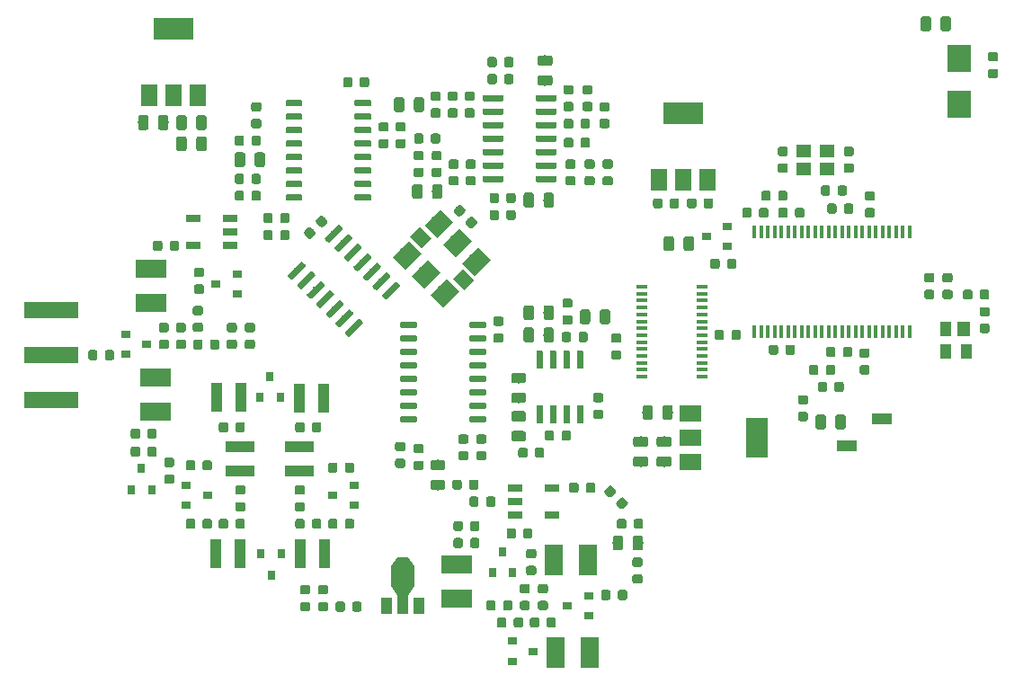
<source format=gbr>
G04 #@! TF.GenerationSoftware,KiCad,Pcbnew,(5.1.2)-1*
G04 #@! TF.CreationDate,2020-04-17T10:09:38+02:00*
G04 #@! TF.ProjectId,DeltaSDR,44656c74-6153-4445-922e-6b696361645f,rev?*
G04 #@! TF.SameCoordinates,Original*
G04 #@! TF.FileFunction,Paste,Top*
G04 #@! TF.FilePolarity,Positive*
%FSLAX46Y46*%
G04 Gerber Fmt 4.6, Leading zero omitted, Abs format (unit mm)*
G04 Created by KiCad (PCBNEW (5.1.2)-1) date 2020-04-17 10:09:38*
%MOMM*%
%LPD*%
G04 APERTURE LIST*
%ADD10C,0.100000*%
%ADD11C,0.975000*%
%ADD12C,0.875000*%
%ADD13C,0.600000*%
%ADD14R,1.900000X1.000000*%
%ADD15R,2.300000X2.500000*%
%ADD16R,1.500000X2.000000*%
%ADD17R,3.800000X2.000000*%
%ADD18R,2.000000X1.500000*%
%ADD19R,2.000000X3.800000*%
%ADD20R,1.400000X0.760000*%
%ADD21C,0.550000*%
%ADD22R,1.400000X1.200000*%
%ADD23C,1.000000*%
%ADD24R,2.200000X1.840000*%
%ADD25R,1.000000X1.500000*%
%ADD26R,1.000000X1.800000*%
%ADD27C,0.850000*%
%ADD28R,0.400000X1.200000*%
%ADD29R,1.100000X0.400000*%
%ADD30C,1.300000*%
%ADD31C,1.700000*%
%ADD32R,0.800000X0.900000*%
%ADD33R,0.900000X0.800000*%
%ADD34R,1.800000X2.900000*%
%ADD35R,2.900000X1.800000*%
%ADD36R,1.000000X2.750000*%
%ADD37R,2.750000X1.000000*%
%ADD38R,5.080000X1.500000*%
%ADD39R,1.000000X1.400000*%
%ADD40R,1.200000X1.400000*%
G04 APERTURE END LIST*
D10*
G36*
X166305142Y-95901174D02*
G01*
X166328803Y-95904684D01*
X166352007Y-95910496D01*
X166374529Y-95918554D01*
X166396153Y-95928782D01*
X166416670Y-95941079D01*
X166435883Y-95955329D01*
X166453607Y-95971393D01*
X166469671Y-95989117D01*
X166483921Y-96008330D01*
X166496218Y-96028847D01*
X166506446Y-96050471D01*
X166514504Y-96072993D01*
X166520316Y-96096197D01*
X166523826Y-96119858D01*
X166525000Y-96143750D01*
X166525000Y-97056250D01*
X166523826Y-97080142D01*
X166520316Y-97103803D01*
X166514504Y-97127007D01*
X166506446Y-97149529D01*
X166496218Y-97171153D01*
X166483921Y-97191670D01*
X166469671Y-97210883D01*
X166453607Y-97228607D01*
X166435883Y-97244671D01*
X166416670Y-97258921D01*
X166396153Y-97271218D01*
X166374529Y-97281446D01*
X166352007Y-97289504D01*
X166328803Y-97295316D01*
X166305142Y-97298826D01*
X166281250Y-97300000D01*
X165793750Y-97300000D01*
X165769858Y-97298826D01*
X165746197Y-97295316D01*
X165722993Y-97289504D01*
X165700471Y-97281446D01*
X165678847Y-97271218D01*
X165658330Y-97258921D01*
X165639117Y-97244671D01*
X165621393Y-97228607D01*
X165605329Y-97210883D01*
X165591079Y-97191670D01*
X165578782Y-97171153D01*
X165568554Y-97149529D01*
X165560496Y-97127007D01*
X165554684Y-97103803D01*
X165551174Y-97080142D01*
X165550000Y-97056250D01*
X165550000Y-96143750D01*
X165551174Y-96119858D01*
X165554684Y-96096197D01*
X165560496Y-96072993D01*
X165568554Y-96050471D01*
X165578782Y-96028847D01*
X165591079Y-96008330D01*
X165605329Y-95989117D01*
X165621393Y-95971393D01*
X165639117Y-95955329D01*
X165658330Y-95941079D01*
X165678847Y-95928782D01*
X165700471Y-95918554D01*
X165722993Y-95910496D01*
X165746197Y-95904684D01*
X165769858Y-95901174D01*
X165793750Y-95900000D01*
X166281250Y-95900000D01*
X166305142Y-95901174D01*
X166305142Y-95901174D01*
G37*
D11*
X166037500Y-96600000D03*
D10*
G36*
X164430142Y-95901174D02*
G01*
X164453803Y-95904684D01*
X164477007Y-95910496D01*
X164499529Y-95918554D01*
X164521153Y-95928782D01*
X164541670Y-95941079D01*
X164560883Y-95955329D01*
X164578607Y-95971393D01*
X164594671Y-95989117D01*
X164608921Y-96008330D01*
X164621218Y-96028847D01*
X164631446Y-96050471D01*
X164639504Y-96072993D01*
X164645316Y-96096197D01*
X164648826Y-96119858D01*
X164650000Y-96143750D01*
X164650000Y-97056250D01*
X164648826Y-97080142D01*
X164645316Y-97103803D01*
X164639504Y-97127007D01*
X164631446Y-97149529D01*
X164621218Y-97171153D01*
X164608921Y-97191670D01*
X164594671Y-97210883D01*
X164578607Y-97228607D01*
X164560883Y-97244671D01*
X164541670Y-97258921D01*
X164521153Y-97271218D01*
X164499529Y-97281446D01*
X164477007Y-97289504D01*
X164453803Y-97295316D01*
X164430142Y-97298826D01*
X164406250Y-97300000D01*
X163918750Y-97300000D01*
X163894858Y-97298826D01*
X163871197Y-97295316D01*
X163847993Y-97289504D01*
X163825471Y-97281446D01*
X163803847Y-97271218D01*
X163783330Y-97258921D01*
X163764117Y-97244671D01*
X163746393Y-97228607D01*
X163730329Y-97210883D01*
X163716079Y-97191670D01*
X163703782Y-97171153D01*
X163693554Y-97149529D01*
X163685496Y-97127007D01*
X163679684Y-97103803D01*
X163676174Y-97080142D01*
X163675000Y-97056250D01*
X163675000Y-96143750D01*
X163676174Y-96119858D01*
X163679684Y-96096197D01*
X163685496Y-96072993D01*
X163693554Y-96050471D01*
X163703782Y-96028847D01*
X163716079Y-96008330D01*
X163730329Y-95989117D01*
X163746393Y-95971393D01*
X163764117Y-95955329D01*
X163783330Y-95941079D01*
X163803847Y-95928782D01*
X163825471Y-95918554D01*
X163847993Y-95910496D01*
X163871197Y-95904684D01*
X163894858Y-95901174D01*
X163918750Y-95900000D01*
X164406250Y-95900000D01*
X164430142Y-95901174D01*
X164430142Y-95901174D01*
G37*
D11*
X164162500Y-96600000D03*
D10*
G36*
X172330142Y-89001174D02*
G01*
X172353803Y-89004684D01*
X172377007Y-89010496D01*
X172399529Y-89018554D01*
X172421153Y-89028782D01*
X172441670Y-89041079D01*
X172460883Y-89055329D01*
X172478607Y-89071393D01*
X172494671Y-89089117D01*
X172508921Y-89108330D01*
X172521218Y-89128847D01*
X172531446Y-89150471D01*
X172539504Y-89172993D01*
X172545316Y-89196197D01*
X172548826Y-89219858D01*
X172550000Y-89243750D01*
X172550000Y-90156250D01*
X172548826Y-90180142D01*
X172545316Y-90203803D01*
X172539504Y-90227007D01*
X172531446Y-90249529D01*
X172521218Y-90271153D01*
X172508921Y-90291670D01*
X172494671Y-90310883D01*
X172478607Y-90328607D01*
X172460883Y-90344671D01*
X172441670Y-90358921D01*
X172421153Y-90371218D01*
X172399529Y-90381446D01*
X172377007Y-90389504D01*
X172353803Y-90395316D01*
X172330142Y-90398826D01*
X172306250Y-90400000D01*
X171818750Y-90400000D01*
X171794858Y-90398826D01*
X171771197Y-90395316D01*
X171747993Y-90389504D01*
X171725471Y-90381446D01*
X171703847Y-90371218D01*
X171683330Y-90358921D01*
X171664117Y-90344671D01*
X171646393Y-90328607D01*
X171630329Y-90310883D01*
X171616079Y-90291670D01*
X171603782Y-90271153D01*
X171593554Y-90249529D01*
X171585496Y-90227007D01*
X171579684Y-90203803D01*
X171576174Y-90180142D01*
X171575000Y-90156250D01*
X171575000Y-89243750D01*
X171576174Y-89219858D01*
X171579684Y-89196197D01*
X171585496Y-89172993D01*
X171593554Y-89150471D01*
X171603782Y-89128847D01*
X171616079Y-89108330D01*
X171630329Y-89089117D01*
X171646393Y-89071393D01*
X171664117Y-89055329D01*
X171683330Y-89041079D01*
X171703847Y-89028782D01*
X171725471Y-89018554D01*
X171747993Y-89010496D01*
X171771197Y-89004684D01*
X171794858Y-89001174D01*
X171818750Y-89000000D01*
X172306250Y-89000000D01*
X172330142Y-89001174D01*
X172330142Y-89001174D01*
G37*
D11*
X172062500Y-89700000D03*
D10*
G36*
X174205142Y-89001174D02*
G01*
X174228803Y-89004684D01*
X174252007Y-89010496D01*
X174274529Y-89018554D01*
X174296153Y-89028782D01*
X174316670Y-89041079D01*
X174335883Y-89055329D01*
X174353607Y-89071393D01*
X174369671Y-89089117D01*
X174383921Y-89108330D01*
X174396218Y-89128847D01*
X174406446Y-89150471D01*
X174414504Y-89172993D01*
X174420316Y-89196197D01*
X174423826Y-89219858D01*
X174425000Y-89243750D01*
X174425000Y-90156250D01*
X174423826Y-90180142D01*
X174420316Y-90203803D01*
X174414504Y-90227007D01*
X174406446Y-90249529D01*
X174396218Y-90271153D01*
X174383921Y-90291670D01*
X174369671Y-90310883D01*
X174353607Y-90328607D01*
X174335883Y-90344671D01*
X174316670Y-90358921D01*
X174296153Y-90371218D01*
X174274529Y-90381446D01*
X174252007Y-90389504D01*
X174228803Y-90395316D01*
X174205142Y-90398826D01*
X174181250Y-90400000D01*
X173693750Y-90400000D01*
X173669858Y-90398826D01*
X173646197Y-90395316D01*
X173622993Y-90389504D01*
X173600471Y-90381446D01*
X173578847Y-90371218D01*
X173558330Y-90358921D01*
X173539117Y-90344671D01*
X173521393Y-90328607D01*
X173505329Y-90310883D01*
X173491079Y-90291670D01*
X173478782Y-90271153D01*
X173468554Y-90249529D01*
X173460496Y-90227007D01*
X173454684Y-90203803D01*
X173451174Y-90180142D01*
X173450000Y-90156250D01*
X173450000Y-89243750D01*
X173451174Y-89219858D01*
X173454684Y-89196197D01*
X173460496Y-89172993D01*
X173468554Y-89150471D01*
X173478782Y-89128847D01*
X173491079Y-89108330D01*
X173505329Y-89089117D01*
X173521393Y-89071393D01*
X173539117Y-89055329D01*
X173558330Y-89041079D01*
X173578847Y-89028782D01*
X173600471Y-89018554D01*
X173622993Y-89010496D01*
X173646197Y-89004684D01*
X173669858Y-89001174D01*
X173693750Y-89000000D01*
X174181250Y-89000000D01*
X174205142Y-89001174D01*
X174205142Y-89001174D01*
G37*
D11*
X173937500Y-89700000D03*
D10*
G36*
X139351771Y-87039580D02*
G01*
X139373006Y-87042730D01*
X139393830Y-87047946D01*
X139414042Y-87055178D01*
X139433448Y-87064357D01*
X139451861Y-87075393D01*
X139469104Y-87088181D01*
X139485010Y-87102597D01*
X139847403Y-87464990D01*
X139861819Y-87480896D01*
X139874607Y-87498139D01*
X139885643Y-87516552D01*
X139894822Y-87535958D01*
X139902054Y-87556170D01*
X139907270Y-87576994D01*
X139910420Y-87598229D01*
X139911473Y-87619670D01*
X139910420Y-87641111D01*
X139907270Y-87662346D01*
X139902054Y-87683170D01*
X139894822Y-87703382D01*
X139885643Y-87722788D01*
X139874607Y-87741201D01*
X139861819Y-87758444D01*
X139847403Y-87774350D01*
X139538044Y-88083709D01*
X139522138Y-88098125D01*
X139504895Y-88110913D01*
X139486482Y-88121949D01*
X139467076Y-88131128D01*
X139446864Y-88138360D01*
X139426040Y-88143576D01*
X139404805Y-88146726D01*
X139383364Y-88147779D01*
X139361923Y-88146726D01*
X139340688Y-88143576D01*
X139319864Y-88138360D01*
X139299652Y-88131128D01*
X139280246Y-88121949D01*
X139261833Y-88110913D01*
X139244590Y-88098125D01*
X139228684Y-88083709D01*
X138866291Y-87721316D01*
X138851875Y-87705410D01*
X138839087Y-87688167D01*
X138828051Y-87669754D01*
X138818872Y-87650348D01*
X138811640Y-87630136D01*
X138806424Y-87609312D01*
X138803274Y-87588077D01*
X138802221Y-87566636D01*
X138803274Y-87545195D01*
X138806424Y-87523960D01*
X138811640Y-87503136D01*
X138818872Y-87482924D01*
X138828051Y-87463518D01*
X138839087Y-87445105D01*
X138851875Y-87427862D01*
X138866291Y-87411956D01*
X139175650Y-87102597D01*
X139191556Y-87088181D01*
X139208799Y-87075393D01*
X139227212Y-87064357D01*
X139246618Y-87055178D01*
X139266830Y-87047946D01*
X139287654Y-87042730D01*
X139308889Y-87039580D01*
X139330330Y-87038527D01*
X139351771Y-87039580D01*
X139351771Y-87039580D01*
G37*
D12*
X139356847Y-87593153D03*
D10*
G36*
X138238077Y-88153274D02*
G01*
X138259312Y-88156424D01*
X138280136Y-88161640D01*
X138300348Y-88168872D01*
X138319754Y-88178051D01*
X138338167Y-88189087D01*
X138355410Y-88201875D01*
X138371316Y-88216291D01*
X138733709Y-88578684D01*
X138748125Y-88594590D01*
X138760913Y-88611833D01*
X138771949Y-88630246D01*
X138781128Y-88649652D01*
X138788360Y-88669864D01*
X138793576Y-88690688D01*
X138796726Y-88711923D01*
X138797779Y-88733364D01*
X138796726Y-88754805D01*
X138793576Y-88776040D01*
X138788360Y-88796864D01*
X138781128Y-88817076D01*
X138771949Y-88836482D01*
X138760913Y-88854895D01*
X138748125Y-88872138D01*
X138733709Y-88888044D01*
X138424350Y-89197403D01*
X138408444Y-89211819D01*
X138391201Y-89224607D01*
X138372788Y-89235643D01*
X138353382Y-89244822D01*
X138333170Y-89252054D01*
X138312346Y-89257270D01*
X138291111Y-89260420D01*
X138269670Y-89261473D01*
X138248229Y-89260420D01*
X138226994Y-89257270D01*
X138206170Y-89252054D01*
X138185958Y-89244822D01*
X138166552Y-89235643D01*
X138148139Y-89224607D01*
X138130896Y-89211819D01*
X138114990Y-89197403D01*
X137752597Y-88835010D01*
X137738181Y-88819104D01*
X137725393Y-88801861D01*
X137714357Y-88783448D01*
X137705178Y-88764042D01*
X137697946Y-88743830D01*
X137692730Y-88723006D01*
X137689580Y-88701771D01*
X137688527Y-88680330D01*
X137689580Y-88658889D01*
X137692730Y-88637654D01*
X137697946Y-88616830D01*
X137705178Y-88596618D01*
X137714357Y-88577212D01*
X137725393Y-88558799D01*
X137738181Y-88541556D01*
X137752597Y-88525650D01*
X138061956Y-88216291D01*
X138077862Y-88201875D01*
X138095105Y-88189087D01*
X138113518Y-88178051D01*
X138132924Y-88168872D01*
X138153136Y-88161640D01*
X138173960Y-88156424D01*
X138195195Y-88153274D01*
X138216636Y-88152221D01*
X138238077Y-88153274D01*
X138238077Y-88153274D01*
G37*
D12*
X138243153Y-88706847D03*
D10*
G36*
X137497834Y-91417305D02*
G01*
X137512395Y-91419465D01*
X137526674Y-91423042D01*
X137540534Y-91428001D01*
X137553841Y-91434295D01*
X137566467Y-91441863D01*
X137578290Y-91450631D01*
X137589197Y-91460517D01*
X137801329Y-91672649D01*
X137811215Y-91683556D01*
X137819983Y-91695379D01*
X137827551Y-91708005D01*
X137833845Y-91721312D01*
X137838804Y-91735172D01*
X137842381Y-91749451D01*
X137844541Y-91764012D01*
X137845263Y-91778715D01*
X137844541Y-91793418D01*
X137842381Y-91807979D01*
X137838804Y-91822258D01*
X137833845Y-91836118D01*
X137827551Y-91849425D01*
X137819983Y-91862051D01*
X137811215Y-91873874D01*
X137801329Y-91884781D01*
X136634603Y-93051507D01*
X136623696Y-93061393D01*
X136611873Y-93070161D01*
X136599247Y-93077729D01*
X136585940Y-93084023D01*
X136572080Y-93088982D01*
X136557801Y-93092559D01*
X136543240Y-93094719D01*
X136528537Y-93095441D01*
X136513834Y-93094719D01*
X136499273Y-93092559D01*
X136484994Y-93088982D01*
X136471134Y-93084023D01*
X136457827Y-93077729D01*
X136445201Y-93070161D01*
X136433378Y-93061393D01*
X136422471Y-93051507D01*
X136210339Y-92839375D01*
X136200453Y-92828468D01*
X136191685Y-92816645D01*
X136184117Y-92804019D01*
X136177823Y-92790712D01*
X136172864Y-92776852D01*
X136169287Y-92762573D01*
X136167127Y-92748012D01*
X136166405Y-92733309D01*
X136167127Y-92718606D01*
X136169287Y-92704045D01*
X136172864Y-92689766D01*
X136177823Y-92675906D01*
X136184117Y-92662599D01*
X136191685Y-92649973D01*
X136200453Y-92638150D01*
X136210339Y-92627243D01*
X137377065Y-91460517D01*
X137387972Y-91450631D01*
X137399795Y-91441863D01*
X137412421Y-91434295D01*
X137425728Y-91428001D01*
X137439588Y-91423042D01*
X137453867Y-91419465D01*
X137468428Y-91417305D01*
X137483131Y-91416583D01*
X137497834Y-91417305D01*
X137497834Y-91417305D01*
G37*
D13*
X137005834Y-92256012D03*
D10*
G36*
X138395859Y-92315331D02*
G01*
X138410420Y-92317491D01*
X138424699Y-92321068D01*
X138438559Y-92326027D01*
X138451866Y-92332321D01*
X138464492Y-92339889D01*
X138476315Y-92348657D01*
X138487222Y-92358543D01*
X138699354Y-92570675D01*
X138709240Y-92581582D01*
X138718008Y-92593405D01*
X138725576Y-92606031D01*
X138731870Y-92619338D01*
X138736829Y-92633198D01*
X138740406Y-92647477D01*
X138742566Y-92662038D01*
X138743288Y-92676741D01*
X138742566Y-92691444D01*
X138740406Y-92706005D01*
X138736829Y-92720284D01*
X138731870Y-92734144D01*
X138725576Y-92747451D01*
X138718008Y-92760077D01*
X138709240Y-92771900D01*
X138699354Y-92782807D01*
X137532628Y-93949533D01*
X137521721Y-93959419D01*
X137509898Y-93968187D01*
X137497272Y-93975755D01*
X137483965Y-93982049D01*
X137470105Y-93987008D01*
X137455826Y-93990585D01*
X137441265Y-93992745D01*
X137426562Y-93993467D01*
X137411859Y-93992745D01*
X137397298Y-93990585D01*
X137383019Y-93987008D01*
X137369159Y-93982049D01*
X137355852Y-93975755D01*
X137343226Y-93968187D01*
X137331403Y-93959419D01*
X137320496Y-93949533D01*
X137108364Y-93737401D01*
X137098478Y-93726494D01*
X137089710Y-93714671D01*
X137082142Y-93702045D01*
X137075848Y-93688738D01*
X137070889Y-93674878D01*
X137067312Y-93660599D01*
X137065152Y-93646038D01*
X137064430Y-93631335D01*
X137065152Y-93616632D01*
X137067312Y-93602071D01*
X137070889Y-93587792D01*
X137075848Y-93573932D01*
X137082142Y-93560625D01*
X137089710Y-93547999D01*
X137098478Y-93536176D01*
X137108364Y-93525269D01*
X138275090Y-92358543D01*
X138285997Y-92348657D01*
X138297820Y-92339889D01*
X138310446Y-92332321D01*
X138323753Y-92326027D01*
X138337613Y-92321068D01*
X138351892Y-92317491D01*
X138366453Y-92315331D01*
X138381156Y-92314609D01*
X138395859Y-92315331D01*
X138395859Y-92315331D01*
G37*
D13*
X137903859Y-93154038D03*
D10*
G36*
X139293885Y-93213357D02*
G01*
X139308446Y-93215517D01*
X139322725Y-93219094D01*
X139336585Y-93224053D01*
X139349892Y-93230347D01*
X139362518Y-93237915D01*
X139374341Y-93246683D01*
X139385248Y-93256569D01*
X139597380Y-93468701D01*
X139607266Y-93479608D01*
X139616034Y-93491431D01*
X139623602Y-93504057D01*
X139629896Y-93517364D01*
X139634855Y-93531224D01*
X139638432Y-93545503D01*
X139640592Y-93560064D01*
X139641314Y-93574767D01*
X139640592Y-93589470D01*
X139638432Y-93604031D01*
X139634855Y-93618310D01*
X139629896Y-93632170D01*
X139623602Y-93645477D01*
X139616034Y-93658103D01*
X139607266Y-93669926D01*
X139597380Y-93680833D01*
X138430654Y-94847559D01*
X138419747Y-94857445D01*
X138407924Y-94866213D01*
X138395298Y-94873781D01*
X138381991Y-94880075D01*
X138368131Y-94885034D01*
X138353852Y-94888611D01*
X138339291Y-94890771D01*
X138324588Y-94891493D01*
X138309885Y-94890771D01*
X138295324Y-94888611D01*
X138281045Y-94885034D01*
X138267185Y-94880075D01*
X138253878Y-94873781D01*
X138241252Y-94866213D01*
X138229429Y-94857445D01*
X138218522Y-94847559D01*
X138006390Y-94635427D01*
X137996504Y-94624520D01*
X137987736Y-94612697D01*
X137980168Y-94600071D01*
X137973874Y-94586764D01*
X137968915Y-94572904D01*
X137965338Y-94558625D01*
X137963178Y-94544064D01*
X137962456Y-94529361D01*
X137963178Y-94514658D01*
X137965338Y-94500097D01*
X137968915Y-94485818D01*
X137973874Y-94471958D01*
X137980168Y-94458651D01*
X137987736Y-94446025D01*
X137996504Y-94434202D01*
X138006390Y-94423295D01*
X139173116Y-93256569D01*
X139184023Y-93246683D01*
X139195846Y-93237915D01*
X139208472Y-93230347D01*
X139221779Y-93224053D01*
X139235639Y-93219094D01*
X139249918Y-93215517D01*
X139264479Y-93213357D01*
X139279182Y-93212635D01*
X139293885Y-93213357D01*
X139293885Y-93213357D01*
G37*
D13*
X138801885Y-94052064D03*
D10*
G36*
X140191911Y-94111382D02*
G01*
X140206472Y-94113542D01*
X140220751Y-94117119D01*
X140234611Y-94122078D01*
X140247918Y-94128372D01*
X140260544Y-94135940D01*
X140272367Y-94144708D01*
X140283274Y-94154594D01*
X140495406Y-94366726D01*
X140505292Y-94377633D01*
X140514060Y-94389456D01*
X140521628Y-94402082D01*
X140527922Y-94415389D01*
X140532881Y-94429249D01*
X140536458Y-94443528D01*
X140538618Y-94458089D01*
X140539340Y-94472792D01*
X140538618Y-94487495D01*
X140536458Y-94502056D01*
X140532881Y-94516335D01*
X140527922Y-94530195D01*
X140521628Y-94543502D01*
X140514060Y-94556128D01*
X140505292Y-94567951D01*
X140495406Y-94578858D01*
X139328680Y-95745584D01*
X139317773Y-95755470D01*
X139305950Y-95764238D01*
X139293324Y-95771806D01*
X139280017Y-95778100D01*
X139266157Y-95783059D01*
X139251878Y-95786636D01*
X139237317Y-95788796D01*
X139222614Y-95789518D01*
X139207911Y-95788796D01*
X139193350Y-95786636D01*
X139179071Y-95783059D01*
X139165211Y-95778100D01*
X139151904Y-95771806D01*
X139139278Y-95764238D01*
X139127455Y-95755470D01*
X139116548Y-95745584D01*
X138904416Y-95533452D01*
X138894530Y-95522545D01*
X138885762Y-95510722D01*
X138878194Y-95498096D01*
X138871900Y-95484789D01*
X138866941Y-95470929D01*
X138863364Y-95456650D01*
X138861204Y-95442089D01*
X138860482Y-95427386D01*
X138861204Y-95412683D01*
X138863364Y-95398122D01*
X138866941Y-95383843D01*
X138871900Y-95369983D01*
X138878194Y-95356676D01*
X138885762Y-95344050D01*
X138894530Y-95332227D01*
X138904416Y-95321320D01*
X140071142Y-94154594D01*
X140082049Y-94144708D01*
X140093872Y-94135940D01*
X140106498Y-94128372D01*
X140119805Y-94122078D01*
X140133665Y-94117119D01*
X140147944Y-94113542D01*
X140162505Y-94111382D01*
X140177208Y-94110660D01*
X140191911Y-94111382D01*
X140191911Y-94111382D01*
G37*
D13*
X139699911Y-94950089D03*
D10*
G36*
X141089936Y-95009408D02*
G01*
X141104497Y-95011568D01*
X141118776Y-95015145D01*
X141132636Y-95020104D01*
X141145943Y-95026398D01*
X141158569Y-95033966D01*
X141170392Y-95042734D01*
X141181299Y-95052620D01*
X141393431Y-95264752D01*
X141403317Y-95275659D01*
X141412085Y-95287482D01*
X141419653Y-95300108D01*
X141425947Y-95313415D01*
X141430906Y-95327275D01*
X141434483Y-95341554D01*
X141436643Y-95356115D01*
X141437365Y-95370818D01*
X141436643Y-95385521D01*
X141434483Y-95400082D01*
X141430906Y-95414361D01*
X141425947Y-95428221D01*
X141419653Y-95441528D01*
X141412085Y-95454154D01*
X141403317Y-95465977D01*
X141393431Y-95476884D01*
X140226705Y-96643610D01*
X140215798Y-96653496D01*
X140203975Y-96662264D01*
X140191349Y-96669832D01*
X140178042Y-96676126D01*
X140164182Y-96681085D01*
X140149903Y-96684662D01*
X140135342Y-96686822D01*
X140120639Y-96687544D01*
X140105936Y-96686822D01*
X140091375Y-96684662D01*
X140077096Y-96681085D01*
X140063236Y-96676126D01*
X140049929Y-96669832D01*
X140037303Y-96662264D01*
X140025480Y-96653496D01*
X140014573Y-96643610D01*
X139802441Y-96431478D01*
X139792555Y-96420571D01*
X139783787Y-96408748D01*
X139776219Y-96396122D01*
X139769925Y-96382815D01*
X139764966Y-96368955D01*
X139761389Y-96354676D01*
X139759229Y-96340115D01*
X139758507Y-96325412D01*
X139759229Y-96310709D01*
X139761389Y-96296148D01*
X139764966Y-96281869D01*
X139769925Y-96268009D01*
X139776219Y-96254702D01*
X139783787Y-96242076D01*
X139792555Y-96230253D01*
X139802441Y-96219346D01*
X140969167Y-95052620D01*
X140980074Y-95042734D01*
X140991897Y-95033966D01*
X141004523Y-95026398D01*
X141017830Y-95020104D01*
X141031690Y-95015145D01*
X141045969Y-95011568D01*
X141060530Y-95009408D01*
X141075233Y-95008686D01*
X141089936Y-95009408D01*
X141089936Y-95009408D01*
G37*
D13*
X140597936Y-95848115D03*
D10*
G36*
X141987962Y-95907434D02*
G01*
X142002523Y-95909594D01*
X142016802Y-95913171D01*
X142030662Y-95918130D01*
X142043969Y-95924424D01*
X142056595Y-95931992D01*
X142068418Y-95940760D01*
X142079325Y-95950646D01*
X142291457Y-96162778D01*
X142301343Y-96173685D01*
X142310111Y-96185508D01*
X142317679Y-96198134D01*
X142323973Y-96211441D01*
X142328932Y-96225301D01*
X142332509Y-96239580D01*
X142334669Y-96254141D01*
X142335391Y-96268844D01*
X142334669Y-96283547D01*
X142332509Y-96298108D01*
X142328932Y-96312387D01*
X142323973Y-96326247D01*
X142317679Y-96339554D01*
X142310111Y-96352180D01*
X142301343Y-96364003D01*
X142291457Y-96374910D01*
X141124731Y-97541636D01*
X141113824Y-97551522D01*
X141102001Y-97560290D01*
X141089375Y-97567858D01*
X141076068Y-97574152D01*
X141062208Y-97579111D01*
X141047929Y-97582688D01*
X141033368Y-97584848D01*
X141018665Y-97585570D01*
X141003962Y-97584848D01*
X140989401Y-97582688D01*
X140975122Y-97579111D01*
X140961262Y-97574152D01*
X140947955Y-97567858D01*
X140935329Y-97560290D01*
X140923506Y-97551522D01*
X140912599Y-97541636D01*
X140700467Y-97329504D01*
X140690581Y-97318597D01*
X140681813Y-97306774D01*
X140674245Y-97294148D01*
X140667951Y-97280841D01*
X140662992Y-97266981D01*
X140659415Y-97252702D01*
X140657255Y-97238141D01*
X140656533Y-97223438D01*
X140657255Y-97208735D01*
X140659415Y-97194174D01*
X140662992Y-97179895D01*
X140667951Y-97166035D01*
X140674245Y-97152728D01*
X140681813Y-97140102D01*
X140690581Y-97128279D01*
X140700467Y-97117372D01*
X141867193Y-95950646D01*
X141878100Y-95940760D01*
X141889923Y-95931992D01*
X141902549Y-95924424D01*
X141915856Y-95918130D01*
X141929716Y-95913171D01*
X141943995Y-95909594D01*
X141958556Y-95907434D01*
X141973259Y-95906712D01*
X141987962Y-95907434D01*
X141987962Y-95907434D01*
G37*
D13*
X141495962Y-96746141D03*
D10*
G36*
X142885988Y-96805459D02*
G01*
X142900549Y-96807619D01*
X142914828Y-96811196D01*
X142928688Y-96816155D01*
X142941995Y-96822449D01*
X142954621Y-96830017D01*
X142966444Y-96838785D01*
X142977351Y-96848671D01*
X143189483Y-97060803D01*
X143199369Y-97071710D01*
X143208137Y-97083533D01*
X143215705Y-97096159D01*
X143221999Y-97109466D01*
X143226958Y-97123326D01*
X143230535Y-97137605D01*
X143232695Y-97152166D01*
X143233417Y-97166869D01*
X143232695Y-97181572D01*
X143230535Y-97196133D01*
X143226958Y-97210412D01*
X143221999Y-97224272D01*
X143215705Y-97237579D01*
X143208137Y-97250205D01*
X143199369Y-97262028D01*
X143189483Y-97272935D01*
X142022757Y-98439661D01*
X142011850Y-98449547D01*
X142000027Y-98458315D01*
X141987401Y-98465883D01*
X141974094Y-98472177D01*
X141960234Y-98477136D01*
X141945955Y-98480713D01*
X141931394Y-98482873D01*
X141916691Y-98483595D01*
X141901988Y-98482873D01*
X141887427Y-98480713D01*
X141873148Y-98477136D01*
X141859288Y-98472177D01*
X141845981Y-98465883D01*
X141833355Y-98458315D01*
X141821532Y-98449547D01*
X141810625Y-98439661D01*
X141598493Y-98227529D01*
X141588607Y-98216622D01*
X141579839Y-98204799D01*
X141572271Y-98192173D01*
X141565977Y-98178866D01*
X141561018Y-98165006D01*
X141557441Y-98150727D01*
X141555281Y-98136166D01*
X141554559Y-98121463D01*
X141555281Y-98106760D01*
X141557441Y-98092199D01*
X141561018Y-98077920D01*
X141565977Y-98064060D01*
X141572271Y-98050753D01*
X141579839Y-98038127D01*
X141588607Y-98026304D01*
X141598493Y-98015397D01*
X142765219Y-96848671D01*
X142776126Y-96838785D01*
X142787949Y-96830017D01*
X142800575Y-96822449D01*
X142813882Y-96816155D01*
X142827742Y-96811196D01*
X142842021Y-96807619D01*
X142856582Y-96805459D01*
X142871285Y-96804737D01*
X142885988Y-96805459D01*
X142885988Y-96805459D01*
G37*
D13*
X142393988Y-97644166D03*
D10*
G36*
X146386166Y-93305281D02*
G01*
X146400727Y-93307441D01*
X146415006Y-93311018D01*
X146428866Y-93315977D01*
X146442173Y-93322271D01*
X146454799Y-93329839D01*
X146466622Y-93338607D01*
X146477529Y-93348493D01*
X146689661Y-93560625D01*
X146699547Y-93571532D01*
X146708315Y-93583355D01*
X146715883Y-93595981D01*
X146722177Y-93609288D01*
X146727136Y-93623148D01*
X146730713Y-93637427D01*
X146732873Y-93651988D01*
X146733595Y-93666691D01*
X146732873Y-93681394D01*
X146730713Y-93695955D01*
X146727136Y-93710234D01*
X146722177Y-93724094D01*
X146715883Y-93737401D01*
X146708315Y-93750027D01*
X146699547Y-93761850D01*
X146689661Y-93772757D01*
X145522935Y-94939483D01*
X145512028Y-94949369D01*
X145500205Y-94958137D01*
X145487579Y-94965705D01*
X145474272Y-94971999D01*
X145460412Y-94976958D01*
X145446133Y-94980535D01*
X145431572Y-94982695D01*
X145416869Y-94983417D01*
X145402166Y-94982695D01*
X145387605Y-94980535D01*
X145373326Y-94976958D01*
X145359466Y-94971999D01*
X145346159Y-94965705D01*
X145333533Y-94958137D01*
X145321710Y-94949369D01*
X145310803Y-94939483D01*
X145098671Y-94727351D01*
X145088785Y-94716444D01*
X145080017Y-94704621D01*
X145072449Y-94691995D01*
X145066155Y-94678688D01*
X145061196Y-94664828D01*
X145057619Y-94650549D01*
X145055459Y-94635988D01*
X145054737Y-94621285D01*
X145055459Y-94606582D01*
X145057619Y-94592021D01*
X145061196Y-94577742D01*
X145066155Y-94563882D01*
X145072449Y-94550575D01*
X145080017Y-94537949D01*
X145088785Y-94526126D01*
X145098671Y-94515219D01*
X146265397Y-93348493D01*
X146276304Y-93338607D01*
X146288127Y-93329839D01*
X146300753Y-93322271D01*
X146314060Y-93315977D01*
X146327920Y-93311018D01*
X146342199Y-93307441D01*
X146356760Y-93305281D01*
X146371463Y-93304559D01*
X146386166Y-93305281D01*
X146386166Y-93305281D01*
G37*
D13*
X145894166Y-94143988D03*
D10*
G36*
X145488141Y-92407255D02*
G01*
X145502702Y-92409415D01*
X145516981Y-92412992D01*
X145530841Y-92417951D01*
X145544148Y-92424245D01*
X145556774Y-92431813D01*
X145568597Y-92440581D01*
X145579504Y-92450467D01*
X145791636Y-92662599D01*
X145801522Y-92673506D01*
X145810290Y-92685329D01*
X145817858Y-92697955D01*
X145824152Y-92711262D01*
X145829111Y-92725122D01*
X145832688Y-92739401D01*
X145834848Y-92753962D01*
X145835570Y-92768665D01*
X145834848Y-92783368D01*
X145832688Y-92797929D01*
X145829111Y-92812208D01*
X145824152Y-92826068D01*
X145817858Y-92839375D01*
X145810290Y-92852001D01*
X145801522Y-92863824D01*
X145791636Y-92874731D01*
X144624910Y-94041457D01*
X144614003Y-94051343D01*
X144602180Y-94060111D01*
X144589554Y-94067679D01*
X144576247Y-94073973D01*
X144562387Y-94078932D01*
X144548108Y-94082509D01*
X144533547Y-94084669D01*
X144518844Y-94085391D01*
X144504141Y-94084669D01*
X144489580Y-94082509D01*
X144475301Y-94078932D01*
X144461441Y-94073973D01*
X144448134Y-94067679D01*
X144435508Y-94060111D01*
X144423685Y-94051343D01*
X144412778Y-94041457D01*
X144200646Y-93829325D01*
X144190760Y-93818418D01*
X144181992Y-93806595D01*
X144174424Y-93793969D01*
X144168130Y-93780662D01*
X144163171Y-93766802D01*
X144159594Y-93752523D01*
X144157434Y-93737962D01*
X144156712Y-93723259D01*
X144157434Y-93708556D01*
X144159594Y-93693995D01*
X144163171Y-93679716D01*
X144168130Y-93665856D01*
X144174424Y-93652549D01*
X144181992Y-93639923D01*
X144190760Y-93628100D01*
X144200646Y-93617193D01*
X145367372Y-92450467D01*
X145378279Y-92440581D01*
X145390102Y-92431813D01*
X145402728Y-92424245D01*
X145416035Y-92417951D01*
X145429895Y-92412992D01*
X145444174Y-92409415D01*
X145458735Y-92407255D01*
X145473438Y-92406533D01*
X145488141Y-92407255D01*
X145488141Y-92407255D01*
G37*
D13*
X144996141Y-93245962D03*
D10*
G36*
X144590115Y-91509229D02*
G01*
X144604676Y-91511389D01*
X144618955Y-91514966D01*
X144632815Y-91519925D01*
X144646122Y-91526219D01*
X144658748Y-91533787D01*
X144670571Y-91542555D01*
X144681478Y-91552441D01*
X144893610Y-91764573D01*
X144903496Y-91775480D01*
X144912264Y-91787303D01*
X144919832Y-91799929D01*
X144926126Y-91813236D01*
X144931085Y-91827096D01*
X144934662Y-91841375D01*
X144936822Y-91855936D01*
X144937544Y-91870639D01*
X144936822Y-91885342D01*
X144934662Y-91899903D01*
X144931085Y-91914182D01*
X144926126Y-91928042D01*
X144919832Y-91941349D01*
X144912264Y-91953975D01*
X144903496Y-91965798D01*
X144893610Y-91976705D01*
X143726884Y-93143431D01*
X143715977Y-93153317D01*
X143704154Y-93162085D01*
X143691528Y-93169653D01*
X143678221Y-93175947D01*
X143664361Y-93180906D01*
X143650082Y-93184483D01*
X143635521Y-93186643D01*
X143620818Y-93187365D01*
X143606115Y-93186643D01*
X143591554Y-93184483D01*
X143577275Y-93180906D01*
X143563415Y-93175947D01*
X143550108Y-93169653D01*
X143537482Y-93162085D01*
X143525659Y-93153317D01*
X143514752Y-93143431D01*
X143302620Y-92931299D01*
X143292734Y-92920392D01*
X143283966Y-92908569D01*
X143276398Y-92895943D01*
X143270104Y-92882636D01*
X143265145Y-92868776D01*
X143261568Y-92854497D01*
X143259408Y-92839936D01*
X143258686Y-92825233D01*
X143259408Y-92810530D01*
X143261568Y-92795969D01*
X143265145Y-92781690D01*
X143270104Y-92767830D01*
X143276398Y-92754523D01*
X143283966Y-92741897D01*
X143292734Y-92730074D01*
X143302620Y-92719167D01*
X144469346Y-91552441D01*
X144480253Y-91542555D01*
X144492076Y-91533787D01*
X144504702Y-91526219D01*
X144518009Y-91519925D01*
X144531869Y-91514966D01*
X144546148Y-91511389D01*
X144560709Y-91509229D01*
X144575412Y-91508507D01*
X144590115Y-91509229D01*
X144590115Y-91509229D01*
G37*
D13*
X144098115Y-92347936D03*
D10*
G36*
X143692089Y-90611204D02*
G01*
X143706650Y-90613364D01*
X143720929Y-90616941D01*
X143734789Y-90621900D01*
X143748096Y-90628194D01*
X143760722Y-90635762D01*
X143772545Y-90644530D01*
X143783452Y-90654416D01*
X143995584Y-90866548D01*
X144005470Y-90877455D01*
X144014238Y-90889278D01*
X144021806Y-90901904D01*
X144028100Y-90915211D01*
X144033059Y-90929071D01*
X144036636Y-90943350D01*
X144038796Y-90957911D01*
X144039518Y-90972614D01*
X144038796Y-90987317D01*
X144036636Y-91001878D01*
X144033059Y-91016157D01*
X144028100Y-91030017D01*
X144021806Y-91043324D01*
X144014238Y-91055950D01*
X144005470Y-91067773D01*
X143995584Y-91078680D01*
X142828858Y-92245406D01*
X142817951Y-92255292D01*
X142806128Y-92264060D01*
X142793502Y-92271628D01*
X142780195Y-92277922D01*
X142766335Y-92282881D01*
X142752056Y-92286458D01*
X142737495Y-92288618D01*
X142722792Y-92289340D01*
X142708089Y-92288618D01*
X142693528Y-92286458D01*
X142679249Y-92282881D01*
X142665389Y-92277922D01*
X142652082Y-92271628D01*
X142639456Y-92264060D01*
X142627633Y-92255292D01*
X142616726Y-92245406D01*
X142404594Y-92033274D01*
X142394708Y-92022367D01*
X142385940Y-92010544D01*
X142378372Y-91997918D01*
X142372078Y-91984611D01*
X142367119Y-91970751D01*
X142363542Y-91956472D01*
X142361382Y-91941911D01*
X142360660Y-91927208D01*
X142361382Y-91912505D01*
X142363542Y-91897944D01*
X142367119Y-91883665D01*
X142372078Y-91869805D01*
X142378372Y-91856498D01*
X142385940Y-91843872D01*
X142394708Y-91832049D01*
X142404594Y-91821142D01*
X143571320Y-90654416D01*
X143582227Y-90644530D01*
X143594050Y-90635762D01*
X143606676Y-90628194D01*
X143619983Y-90621900D01*
X143633843Y-90616941D01*
X143648122Y-90613364D01*
X143662683Y-90611204D01*
X143677386Y-90610482D01*
X143692089Y-90611204D01*
X143692089Y-90611204D01*
G37*
D13*
X143200089Y-91449911D03*
D10*
G36*
X142794064Y-89713178D02*
G01*
X142808625Y-89715338D01*
X142822904Y-89718915D01*
X142836764Y-89723874D01*
X142850071Y-89730168D01*
X142862697Y-89737736D01*
X142874520Y-89746504D01*
X142885427Y-89756390D01*
X143097559Y-89968522D01*
X143107445Y-89979429D01*
X143116213Y-89991252D01*
X143123781Y-90003878D01*
X143130075Y-90017185D01*
X143135034Y-90031045D01*
X143138611Y-90045324D01*
X143140771Y-90059885D01*
X143141493Y-90074588D01*
X143140771Y-90089291D01*
X143138611Y-90103852D01*
X143135034Y-90118131D01*
X143130075Y-90131991D01*
X143123781Y-90145298D01*
X143116213Y-90157924D01*
X143107445Y-90169747D01*
X143097559Y-90180654D01*
X141930833Y-91347380D01*
X141919926Y-91357266D01*
X141908103Y-91366034D01*
X141895477Y-91373602D01*
X141882170Y-91379896D01*
X141868310Y-91384855D01*
X141854031Y-91388432D01*
X141839470Y-91390592D01*
X141824767Y-91391314D01*
X141810064Y-91390592D01*
X141795503Y-91388432D01*
X141781224Y-91384855D01*
X141767364Y-91379896D01*
X141754057Y-91373602D01*
X141741431Y-91366034D01*
X141729608Y-91357266D01*
X141718701Y-91347380D01*
X141506569Y-91135248D01*
X141496683Y-91124341D01*
X141487915Y-91112518D01*
X141480347Y-91099892D01*
X141474053Y-91086585D01*
X141469094Y-91072725D01*
X141465517Y-91058446D01*
X141463357Y-91043885D01*
X141462635Y-91029182D01*
X141463357Y-91014479D01*
X141465517Y-90999918D01*
X141469094Y-90985639D01*
X141474053Y-90971779D01*
X141480347Y-90958472D01*
X141487915Y-90945846D01*
X141496683Y-90934023D01*
X141506569Y-90923116D01*
X142673295Y-89756390D01*
X142684202Y-89746504D01*
X142696025Y-89737736D01*
X142708651Y-89730168D01*
X142721958Y-89723874D01*
X142735818Y-89718915D01*
X142750097Y-89715338D01*
X142764658Y-89713178D01*
X142779361Y-89712456D01*
X142794064Y-89713178D01*
X142794064Y-89713178D01*
G37*
D13*
X142302064Y-90551885D03*
D10*
G36*
X141896038Y-88815152D02*
G01*
X141910599Y-88817312D01*
X141924878Y-88820889D01*
X141938738Y-88825848D01*
X141952045Y-88832142D01*
X141964671Y-88839710D01*
X141976494Y-88848478D01*
X141987401Y-88858364D01*
X142199533Y-89070496D01*
X142209419Y-89081403D01*
X142218187Y-89093226D01*
X142225755Y-89105852D01*
X142232049Y-89119159D01*
X142237008Y-89133019D01*
X142240585Y-89147298D01*
X142242745Y-89161859D01*
X142243467Y-89176562D01*
X142242745Y-89191265D01*
X142240585Y-89205826D01*
X142237008Y-89220105D01*
X142232049Y-89233965D01*
X142225755Y-89247272D01*
X142218187Y-89259898D01*
X142209419Y-89271721D01*
X142199533Y-89282628D01*
X141032807Y-90449354D01*
X141021900Y-90459240D01*
X141010077Y-90468008D01*
X140997451Y-90475576D01*
X140984144Y-90481870D01*
X140970284Y-90486829D01*
X140956005Y-90490406D01*
X140941444Y-90492566D01*
X140926741Y-90493288D01*
X140912038Y-90492566D01*
X140897477Y-90490406D01*
X140883198Y-90486829D01*
X140869338Y-90481870D01*
X140856031Y-90475576D01*
X140843405Y-90468008D01*
X140831582Y-90459240D01*
X140820675Y-90449354D01*
X140608543Y-90237222D01*
X140598657Y-90226315D01*
X140589889Y-90214492D01*
X140582321Y-90201866D01*
X140576027Y-90188559D01*
X140571068Y-90174699D01*
X140567491Y-90160420D01*
X140565331Y-90145859D01*
X140564609Y-90131156D01*
X140565331Y-90116453D01*
X140567491Y-90101892D01*
X140571068Y-90087613D01*
X140576027Y-90073753D01*
X140582321Y-90060446D01*
X140589889Y-90047820D01*
X140598657Y-90035997D01*
X140608543Y-90025090D01*
X141775269Y-88858364D01*
X141786176Y-88848478D01*
X141797999Y-88839710D01*
X141810625Y-88832142D01*
X141823932Y-88825848D01*
X141837792Y-88820889D01*
X141852071Y-88817312D01*
X141866632Y-88815152D01*
X141881335Y-88814430D01*
X141896038Y-88815152D01*
X141896038Y-88815152D01*
G37*
D13*
X141404038Y-89653859D03*
D10*
G36*
X140998012Y-87917127D02*
G01*
X141012573Y-87919287D01*
X141026852Y-87922864D01*
X141040712Y-87927823D01*
X141054019Y-87934117D01*
X141066645Y-87941685D01*
X141078468Y-87950453D01*
X141089375Y-87960339D01*
X141301507Y-88172471D01*
X141311393Y-88183378D01*
X141320161Y-88195201D01*
X141327729Y-88207827D01*
X141334023Y-88221134D01*
X141338982Y-88234994D01*
X141342559Y-88249273D01*
X141344719Y-88263834D01*
X141345441Y-88278537D01*
X141344719Y-88293240D01*
X141342559Y-88307801D01*
X141338982Y-88322080D01*
X141334023Y-88335940D01*
X141327729Y-88349247D01*
X141320161Y-88361873D01*
X141311393Y-88373696D01*
X141301507Y-88384603D01*
X140134781Y-89551329D01*
X140123874Y-89561215D01*
X140112051Y-89569983D01*
X140099425Y-89577551D01*
X140086118Y-89583845D01*
X140072258Y-89588804D01*
X140057979Y-89592381D01*
X140043418Y-89594541D01*
X140028715Y-89595263D01*
X140014012Y-89594541D01*
X139999451Y-89592381D01*
X139985172Y-89588804D01*
X139971312Y-89583845D01*
X139958005Y-89577551D01*
X139945379Y-89569983D01*
X139933556Y-89561215D01*
X139922649Y-89551329D01*
X139710517Y-89339197D01*
X139700631Y-89328290D01*
X139691863Y-89316467D01*
X139684295Y-89303841D01*
X139678001Y-89290534D01*
X139673042Y-89276674D01*
X139669465Y-89262395D01*
X139667305Y-89247834D01*
X139666583Y-89233131D01*
X139667305Y-89218428D01*
X139669465Y-89203867D01*
X139673042Y-89189588D01*
X139678001Y-89175728D01*
X139684295Y-89162421D01*
X139691863Y-89149795D01*
X139700631Y-89137972D01*
X139710517Y-89127065D01*
X140877243Y-87960339D01*
X140888150Y-87950453D01*
X140899973Y-87941685D01*
X140912599Y-87934117D01*
X140925906Y-87927823D01*
X140939766Y-87922864D01*
X140954045Y-87919287D01*
X140968606Y-87917127D01*
X140983309Y-87916405D01*
X140998012Y-87917127D01*
X140998012Y-87917127D01*
G37*
D13*
X140506012Y-88755834D03*
D14*
X192150000Y-106230000D03*
X188850000Y-108770000D03*
D10*
G36*
X202877691Y-73251053D02*
G01*
X202898926Y-73254203D01*
X202919750Y-73259419D01*
X202939962Y-73266651D01*
X202959368Y-73275830D01*
X202977781Y-73286866D01*
X202995024Y-73299654D01*
X203010930Y-73314070D01*
X203025346Y-73329976D01*
X203038134Y-73347219D01*
X203049170Y-73365632D01*
X203058349Y-73385038D01*
X203065581Y-73405250D01*
X203070797Y-73426074D01*
X203073947Y-73447309D01*
X203075000Y-73468750D01*
X203075000Y-73906250D01*
X203073947Y-73927691D01*
X203070797Y-73948926D01*
X203065581Y-73969750D01*
X203058349Y-73989962D01*
X203049170Y-74009368D01*
X203038134Y-74027781D01*
X203025346Y-74045024D01*
X203010930Y-74060930D01*
X202995024Y-74075346D01*
X202977781Y-74088134D01*
X202959368Y-74099170D01*
X202939962Y-74108349D01*
X202919750Y-74115581D01*
X202898926Y-74120797D01*
X202877691Y-74123947D01*
X202856250Y-74125000D01*
X202343750Y-74125000D01*
X202322309Y-74123947D01*
X202301074Y-74120797D01*
X202280250Y-74115581D01*
X202260038Y-74108349D01*
X202240632Y-74099170D01*
X202222219Y-74088134D01*
X202204976Y-74075346D01*
X202189070Y-74060930D01*
X202174654Y-74045024D01*
X202161866Y-74027781D01*
X202150830Y-74009368D01*
X202141651Y-73989962D01*
X202134419Y-73969750D01*
X202129203Y-73948926D01*
X202126053Y-73927691D01*
X202125000Y-73906250D01*
X202125000Y-73468750D01*
X202126053Y-73447309D01*
X202129203Y-73426074D01*
X202134419Y-73405250D01*
X202141651Y-73385038D01*
X202150830Y-73365632D01*
X202161866Y-73347219D01*
X202174654Y-73329976D01*
X202189070Y-73314070D01*
X202204976Y-73299654D01*
X202222219Y-73286866D01*
X202240632Y-73275830D01*
X202260038Y-73266651D01*
X202280250Y-73259419D01*
X202301074Y-73254203D01*
X202322309Y-73251053D01*
X202343750Y-73250000D01*
X202856250Y-73250000D01*
X202877691Y-73251053D01*
X202877691Y-73251053D01*
G37*
D12*
X202600000Y-73687500D03*
D10*
G36*
X202877691Y-71676053D02*
G01*
X202898926Y-71679203D01*
X202919750Y-71684419D01*
X202939962Y-71691651D01*
X202959368Y-71700830D01*
X202977781Y-71711866D01*
X202995024Y-71724654D01*
X203010930Y-71739070D01*
X203025346Y-71754976D01*
X203038134Y-71772219D01*
X203049170Y-71790632D01*
X203058349Y-71810038D01*
X203065581Y-71830250D01*
X203070797Y-71851074D01*
X203073947Y-71872309D01*
X203075000Y-71893750D01*
X203075000Y-72331250D01*
X203073947Y-72352691D01*
X203070797Y-72373926D01*
X203065581Y-72394750D01*
X203058349Y-72414962D01*
X203049170Y-72434368D01*
X203038134Y-72452781D01*
X203025346Y-72470024D01*
X203010930Y-72485930D01*
X202995024Y-72500346D01*
X202977781Y-72513134D01*
X202959368Y-72524170D01*
X202939962Y-72533349D01*
X202919750Y-72540581D01*
X202898926Y-72545797D01*
X202877691Y-72548947D01*
X202856250Y-72550000D01*
X202343750Y-72550000D01*
X202322309Y-72548947D01*
X202301074Y-72545797D01*
X202280250Y-72540581D01*
X202260038Y-72533349D01*
X202240632Y-72524170D01*
X202222219Y-72513134D01*
X202204976Y-72500346D01*
X202189070Y-72485930D01*
X202174654Y-72470024D01*
X202161866Y-72452781D01*
X202150830Y-72434368D01*
X202141651Y-72414962D01*
X202134419Y-72394750D01*
X202129203Y-72373926D01*
X202126053Y-72352691D01*
X202125000Y-72331250D01*
X202125000Y-71893750D01*
X202126053Y-71872309D01*
X202129203Y-71851074D01*
X202134419Y-71830250D01*
X202141651Y-71810038D01*
X202150830Y-71790632D01*
X202161866Y-71772219D01*
X202174654Y-71754976D01*
X202189070Y-71739070D01*
X202204976Y-71724654D01*
X202222219Y-71711866D01*
X202240632Y-71700830D01*
X202260038Y-71691651D01*
X202280250Y-71684419D01*
X202301074Y-71679203D01*
X202322309Y-71676053D01*
X202343750Y-71675000D01*
X202856250Y-71675000D01*
X202877691Y-71676053D01*
X202877691Y-71676053D01*
G37*
D12*
X202600000Y-72112500D03*
D10*
G36*
X196530142Y-68301174D02*
G01*
X196553803Y-68304684D01*
X196577007Y-68310496D01*
X196599529Y-68318554D01*
X196621153Y-68328782D01*
X196641670Y-68341079D01*
X196660883Y-68355329D01*
X196678607Y-68371393D01*
X196694671Y-68389117D01*
X196708921Y-68408330D01*
X196721218Y-68428847D01*
X196731446Y-68450471D01*
X196739504Y-68472993D01*
X196745316Y-68496197D01*
X196748826Y-68519858D01*
X196750000Y-68543750D01*
X196750000Y-69456250D01*
X196748826Y-69480142D01*
X196745316Y-69503803D01*
X196739504Y-69527007D01*
X196731446Y-69549529D01*
X196721218Y-69571153D01*
X196708921Y-69591670D01*
X196694671Y-69610883D01*
X196678607Y-69628607D01*
X196660883Y-69644671D01*
X196641670Y-69658921D01*
X196621153Y-69671218D01*
X196599529Y-69681446D01*
X196577007Y-69689504D01*
X196553803Y-69695316D01*
X196530142Y-69698826D01*
X196506250Y-69700000D01*
X196018750Y-69700000D01*
X195994858Y-69698826D01*
X195971197Y-69695316D01*
X195947993Y-69689504D01*
X195925471Y-69681446D01*
X195903847Y-69671218D01*
X195883330Y-69658921D01*
X195864117Y-69644671D01*
X195846393Y-69628607D01*
X195830329Y-69610883D01*
X195816079Y-69591670D01*
X195803782Y-69571153D01*
X195793554Y-69549529D01*
X195785496Y-69527007D01*
X195779684Y-69503803D01*
X195776174Y-69480142D01*
X195775000Y-69456250D01*
X195775000Y-68543750D01*
X195776174Y-68519858D01*
X195779684Y-68496197D01*
X195785496Y-68472993D01*
X195793554Y-68450471D01*
X195803782Y-68428847D01*
X195816079Y-68408330D01*
X195830329Y-68389117D01*
X195846393Y-68371393D01*
X195864117Y-68355329D01*
X195883330Y-68341079D01*
X195903847Y-68328782D01*
X195925471Y-68318554D01*
X195947993Y-68310496D01*
X195971197Y-68304684D01*
X195994858Y-68301174D01*
X196018750Y-68300000D01*
X196506250Y-68300000D01*
X196530142Y-68301174D01*
X196530142Y-68301174D01*
G37*
D11*
X196262500Y-69000000D03*
D10*
G36*
X198405142Y-68301174D02*
G01*
X198428803Y-68304684D01*
X198452007Y-68310496D01*
X198474529Y-68318554D01*
X198496153Y-68328782D01*
X198516670Y-68341079D01*
X198535883Y-68355329D01*
X198553607Y-68371393D01*
X198569671Y-68389117D01*
X198583921Y-68408330D01*
X198596218Y-68428847D01*
X198606446Y-68450471D01*
X198614504Y-68472993D01*
X198620316Y-68496197D01*
X198623826Y-68519858D01*
X198625000Y-68543750D01*
X198625000Y-69456250D01*
X198623826Y-69480142D01*
X198620316Y-69503803D01*
X198614504Y-69527007D01*
X198606446Y-69549529D01*
X198596218Y-69571153D01*
X198583921Y-69591670D01*
X198569671Y-69610883D01*
X198553607Y-69628607D01*
X198535883Y-69644671D01*
X198516670Y-69658921D01*
X198496153Y-69671218D01*
X198474529Y-69681446D01*
X198452007Y-69689504D01*
X198428803Y-69695316D01*
X198405142Y-69698826D01*
X198381250Y-69700000D01*
X197893750Y-69700000D01*
X197869858Y-69698826D01*
X197846197Y-69695316D01*
X197822993Y-69689504D01*
X197800471Y-69681446D01*
X197778847Y-69671218D01*
X197758330Y-69658921D01*
X197739117Y-69644671D01*
X197721393Y-69628607D01*
X197705329Y-69610883D01*
X197691079Y-69591670D01*
X197678782Y-69571153D01*
X197668554Y-69549529D01*
X197660496Y-69527007D01*
X197654684Y-69503803D01*
X197651174Y-69480142D01*
X197650000Y-69456250D01*
X197650000Y-68543750D01*
X197651174Y-68519858D01*
X197654684Y-68496197D01*
X197660496Y-68472993D01*
X197668554Y-68450471D01*
X197678782Y-68428847D01*
X197691079Y-68408330D01*
X197705329Y-68389117D01*
X197721393Y-68371393D01*
X197739117Y-68355329D01*
X197758330Y-68341079D01*
X197778847Y-68328782D01*
X197800471Y-68318554D01*
X197822993Y-68310496D01*
X197846197Y-68304684D01*
X197869858Y-68301174D01*
X197893750Y-68300000D01*
X198381250Y-68300000D01*
X198405142Y-68301174D01*
X198405142Y-68301174D01*
G37*
D11*
X198137500Y-69000000D03*
D15*
X199400000Y-76550000D03*
X199400000Y-72250000D03*
D16*
X171095000Y-83685000D03*
X175695000Y-83685000D03*
X173395000Y-83685000D03*
D17*
X173395000Y-77385000D03*
D16*
X123100000Y-75750000D03*
X127700000Y-75750000D03*
X125400000Y-75750000D03*
D17*
X125400000Y-69450000D03*
D18*
X174050000Y-105700000D03*
X174050000Y-110300000D03*
X174050000Y-108000000D03*
D19*
X180350000Y-108000000D03*
D10*
G36*
X202077691Y-97251053D02*
G01*
X202098926Y-97254203D01*
X202119750Y-97259419D01*
X202139962Y-97266651D01*
X202159368Y-97275830D01*
X202177781Y-97286866D01*
X202195024Y-97299654D01*
X202210930Y-97314070D01*
X202225346Y-97329976D01*
X202238134Y-97347219D01*
X202249170Y-97365632D01*
X202258349Y-97385038D01*
X202265581Y-97405250D01*
X202270797Y-97426074D01*
X202273947Y-97447309D01*
X202275000Y-97468750D01*
X202275000Y-97906250D01*
X202273947Y-97927691D01*
X202270797Y-97948926D01*
X202265581Y-97969750D01*
X202258349Y-97989962D01*
X202249170Y-98009368D01*
X202238134Y-98027781D01*
X202225346Y-98045024D01*
X202210930Y-98060930D01*
X202195024Y-98075346D01*
X202177781Y-98088134D01*
X202159368Y-98099170D01*
X202139962Y-98108349D01*
X202119750Y-98115581D01*
X202098926Y-98120797D01*
X202077691Y-98123947D01*
X202056250Y-98125000D01*
X201543750Y-98125000D01*
X201522309Y-98123947D01*
X201501074Y-98120797D01*
X201480250Y-98115581D01*
X201460038Y-98108349D01*
X201440632Y-98099170D01*
X201422219Y-98088134D01*
X201404976Y-98075346D01*
X201389070Y-98060930D01*
X201374654Y-98045024D01*
X201361866Y-98027781D01*
X201350830Y-98009368D01*
X201341651Y-97989962D01*
X201334419Y-97969750D01*
X201329203Y-97948926D01*
X201326053Y-97927691D01*
X201325000Y-97906250D01*
X201325000Y-97468750D01*
X201326053Y-97447309D01*
X201329203Y-97426074D01*
X201334419Y-97405250D01*
X201341651Y-97385038D01*
X201350830Y-97365632D01*
X201361866Y-97347219D01*
X201374654Y-97329976D01*
X201389070Y-97314070D01*
X201404976Y-97299654D01*
X201422219Y-97286866D01*
X201440632Y-97275830D01*
X201460038Y-97266651D01*
X201480250Y-97259419D01*
X201501074Y-97254203D01*
X201522309Y-97251053D01*
X201543750Y-97250000D01*
X202056250Y-97250000D01*
X202077691Y-97251053D01*
X202077691Y-97251053D01*
G37*
D12*
X201800000Y-97687500D03*
D10*
G36*
X202077691Y-95676053D02*
G01*
X202098926Y-95679203D01*
X202119750Y-95684419D01*
X202139962Y-95691651D01*
X202159368Y-95700830D01*
X202177781Y-95711866D01*
X202195024Y-95724654D01*
X202210930Y-95739070D01*
X202225346Y-95754976D01*
X202238134Y-95772219D01*
X202249170Y-95790632D01*
X202258349Y-95810038D01*
X202265581Y-95830250D01*
X202270797Y-95851074D01*
X202273947Y-95872309D01*
X202275000Y-95893750D01*
X202275000Y-96331250D01*
X202273947Y-96352691D01*
X202270797Y-96373926D01*
X202265581Y-96394750D01*
X202258349Y-96414962D01*
X202249170Y-96434368D01*
X202238134Y-96452781D01*
X202225346Y-96470024D01*
X202210930Y-96485930D01*
X202195024Y-96500346D01*
X202177781Y-96513134D01*
X202159368Y-96524170D01*
X202139962Y-96533349D01*
X202119750Y-96540581D01*
X202098926Y-96545797D01*
X202077691Y-96548947D01*
X202056250Y-96550000D01*
X201543750Y-96550000D01*
X201522309Y-96548947D01*
X201501074Y-96545797D01*
X201480250Y-96540581D01*
X201460038Y-96533349D01*
X201440632Y-96524170D01*
X201422219Y-96513134D01*
X201404976Y-96500346D01*
X201389070Y-96485930D01*
X201374654Y-96470024D01*
X201361866Y-96452781D01*
X201350830Y-96434368D01*
X201341651Y-96414962D01*
X201334419Y-96394750D01*
X201329203Y-96373926D01*
X201326053Y-96352691D01*
X201325000Y-96331250D01*
X201325000Y-95893750D01*
X201326053Y-95872309D01*
X201329203Y-95851074D01*
X201334419Y-95830250D01*
X201341651Y-95810038D01*
X201350830Y-95790632D01*
X201361866Y-95772219D01*
X201374654Y-95754976D01*
X201389070Y-95739070D01*
X201404976Y-95724654D01*
X201422219Y-95711866D01*
X201440632Y-95700830D01*
X201460038Y-95691651D01*
X201480250Y-95684419D01*
X201501074Y-95679203D01*
X201522309Y-95676053D01*
X201543750Y-95675000D01*
X202056250Y-95675000D01*
X202077691Y-95676053D01*
X202077691Y-95676053D01*
G37*
D12*
X201800000Y-96112500D03*
D10*
G36*
X163352691Y-112226053D02*
G01*
X163373926Y-112229203D01*
X163394750Y-112234419D01*
X163414962Y-112241651D01*
X163434368Y-112250830D01*
X163452781Y-112261866D01*
X163470024Y-112274654D01*
X163485930Y-112289070D01*
X163500346Y-112304976D01*
X163513134Y-112322219D01*
X163524170Y-112340632D01*
X163533349Y-112360038D01*
X163540581Y-112380250D01*
X163545797Y-112401074D01*
X163548947Y-112422309D01*
X163550000Y-112443750D01*
X163550000Y-112956250D01*
X163548947Y-112977691D01*
X163545797Y-112998926D01*
X163540581Y-113019750D01*
X163533349Y-113039962D01*
X163524170Y-113059368D01*
X163513134Y-113077781D01*
X163500346Y-113095024D01*
X163485930Y-113110930D01*
X163470024Y-113125346D01*
X163452781Y-113138134D01*
X163434368Y-113149170D01*
X163414962Y-113158349D01*
X163394750Y-113165581D01*
X163373926Y-113170797D01*
X163352691Y-113173947D01*
X163331250Y-113175000D01*
X162893750Y-113175000D01*
X162872309Y-113173947D01*
X162851074Y-113170797D01*
X162830250Y-113165581D01*
X162810038Y-113158349D01*
X162790632Y-113149170D01*
X162772219Y-113138134D01*
X162754976Y-113125346D01*
X162739070Y-113110930D01*
X162724654Y-113095024D01*
X162711866Y-113077781D01*
X162700830Y-113059368D01*
X162691651Y-113039962D01*
X162684419Y-113019750D01*
X162679203Y-112998926D01*
X162676053Y-112977691D01*
X162675000Y-112956250D01*
X162675000Y-112443750D01*
X162676053Y-112422309D01*
X162679203Y-112401074D01*
X162684419Y-112380250D01*
X162691651Y-112360038D01*
X162700830Y-112340632D01*
X162711866Y-112322219D01*
X162724654Y-112304976D01*
X162739070Y-112289070D01*
X162754976Y-112274654D01*
X162772219Y-112261866D01*
X162790632Y-112250830D01*
X162810038Y-112241651D01*
X162830250Y-112234419D01*
X162851074Y-112229203D01*
X162872309Y-112226053D01*
X162893750Y-112225000D01*
X163331250Y-112225000D01*
X163352691Y-112226053D01*
X163352691Y-112226053D01*
G37*
D12*
X163112500Y-112700000D03*
D10*
G36*
X164927691Y-112226053D02*
G01*
X164948926Y-112229203D01*
X164969750Y-112234419D01*
X164989962Y-112241651D01*
X165009368Y-112250830D01*
X165027781Y-112261866D01*
X165045024Y-112274654D01*
X165060930Y-112289070D01*
X165075346Y-112304976D01*
X165088134Y-112322219D01*
X165099170Y-112340632D01*
X165108349Y-112360038D01*
X165115581Y-112380250D01*
X165120797Y-112401074D01*
X165123947Y-112422309D01*
X165125000Y-112443750D01*
X165125000Y-112956250D01*
X165123947Y-112977691D01*
X165120797Y-112998926D01*
X165115581Y-113019750D01*
X165108349Y-113039962D01*
X165099170Y-113059368D01*
X165088134Y-113077781D01*
X165075346Y-113095024D01*
X165060930Y-113110930D01*
X165045024Y-113125346D01*
X165027781Y-113138134D01*
X165009368Y-113149170D01*
X164989962Y-113158349D01*
X164969750Y-113165581D01*
X164948926Y-113170797D01*
X164927691Y-113173947D01*
X164906250Y-113175000D01*
X164468750Y-113175000D01*
X164447309Y-113173947D01*
X164426074Y-113170797D01*
X164405250Y-113165581D01*
X164385038Y-113158349D01*
X164365632Y-113149170D01*
X164347219Y-113138134D01*
X164329976Y-113125346D01*
X164314070Y-113110930D01*
X164299654Y-113095024D01*
X164286866Y-113077781D01*
X164275830Y-113059368D01*
X164266651Y-113039962D01*
X164259419Y-113019750D01*
X164254203Y-112998926D01*
X164251053Y-112977691D01*
X164250000Y-112956250D01*
X164250000Y-112443750D01*
X164251053Y-112422309D01*
X164254203Y-112401074D01*
X164259419Y-112380250D01*
X164266651Y-112360038D01*
X164275830Y-112340632D01*
X164286866Y-112322219D01*
X164299654Y-112304976D01*
X164314070Y-112289070D01*
X164329976Y-112274654D01*
X164347219Y-112261866D01*
X164365632Y-112250830D01*
X164385038Y-112241651D01*
X164405250Y-112234419D01*
X164426074Y-112229203D01*
X164447309Y-112226053D01*
X164468750Y-112225000D01*
X164906250Y-112225000D01*
X164927691Y-112226053D01*
X164927691Y-112226053D01*
G37*
D12*
X164687500Y-112700000D03*
D10*
G36*
X147027691Y-109951053D02*
G01*
X147048926Y-109954203D01*
X147069750Y-109959419D01*
X147089962Y-109966651D01*
X147109368Y-109975830D01*
X147127781Y-109986866D01*
X147145024Y-109999654D01*
X147160930Y-110014070D01*
X147175346Y-110029976D01*
X147188134Y-110047219D01*
X147199170Y-110065632D01*
X147208349Y-110085038D01*
X147215581Y-110105250D01*
X147220797Y-110126074D01*
X147223947Y-110147309D01*
X147225000Y-110168750D01*
X147225000Y-110606250D01*
X147223947Y-110627691D01*
X147220797Y-110648926D01*
X147215581Y-110669750D01*
X147208349Y-110689962D01*
X147199170Y-110709368D01*
X147188134Y-110727781D01*
X147175346Y-110745024D01*
X147160930Y-110760930D01*
X147145024Y-110775346D01*
X147127781Y-110788134D01*
X147109368Y-110799170D01*
X147089962Y-110808349D01*
X147069750Y-110815581D01*
X147048926Y-110820797D01*
X147027691Y-110823947D01*
X147006250Y-110825000D01*
X146493750Y-110825000D01*
X146472309Y-110823947D01*
X146451074Y-110820797D01*
X146430250Y-110815581D01*
X146410038Y-110808349D01*
X146390632Y-110799170D01*
X146372219Y-110788134D01*
X146354976Y-110775346D01*
X146339070Y-110760930D01*
X146324654Y-110745024D01*
X146311866Y-110727781D01*
X146300830Y-110709368D01*
X146291651Y-110689962D01*
X146284419Y-110669750D01*
X146279203Y-110648926D01*
X146276053Y-110627691D01*
X146275000Y-110606250D01*
X146275000Y-110168750D01*
X146276053Y-110147309D01*
X146279203Y-110126074D01*
X146284419Y-110105250D01*
X146291651Y-110085038D01*
X146300830Y-110065632D01*
X146311866Y-110047219D01*
X146324654Y-110029976D01*
X146339070Y-110014070D01*
X146354976Y-109999654D01*
X146372219Y-109986866D01*
X146390632Y-109975830D01*
X146410038Y-109966651D01*
X146430250Y-109959419D01*
X146451074Y-109954203D01*
X146472309Y-109951053D01*
X146493750Y-109950000D01*
X147006250Y-109950000D01*
X147027691Y-109951053D01*
X147027691Y-109951053D01*
G37*
D12*
X146750000Y-110387500D03*
D10*
G36*
X147027691Y-108376053D02*
G01*
X147048926Y-108379203D01*
X147069750Y-108384419D01*
X147089962Y-108391651D01*
X147109368Y-108400830D01*
X147127781Y-108411866D01*
X147145024Y-108424654D01*
X147160930Y-108439070D01*
X147175346Y-108454976D01*
X147188134Y-108472219D01*
X147199170Y-108490632D01*
X147208349Y-108510038D01*
X147215581Y-108530250D01*
X147220797Y-108551074D01*
X147223947Y-108572309D01*
X147225000Y-108593750D01*
X147225000Y-109031250D01*
X147223947Y-109052691D01*
X147220797Y-109073926D01*
X147215581Y-109094750D01*
X147208349Y-109114962D01*
X147199170Y-109134368D01*
X147188134Y-109152781D01*
X147175346Y-109170024D01*
X147160930Y-109185930D01*
X147145024Y-109200346D01*
X147127781Y-109213134D01*
X147109368Y-109224170D01*
X147089962Y-109233349D01*
X147069750Y-109240581D01*
X147048926Y-109245797D01*
X147027691Y-109248947D01*
X147006250Y-109250000D01*
X146493750Y-109250000D01*
X146472309Y-109248947D01*
X146451074Y-109245797D01*
X146430250Y-109240581D01*
X146410038Y-109233349D01*
X146390632Y-109224170D01*
X146372219Y-109213134D01*
X146354976Y-109200346D01*
X146339070Y-109185930D01*
X146324654Y-109170024D01*
X146311866Y-109152781D01*
X146300830Y-109134368D01*
X146291651Y-109114962D01*
X146284419Y-109094750D01*
X146279203Y-109073926D01*
X146276053Y-109052691D01*
X146275000Y-109031250D01*
X146275000Y-108593750D01*
X146276053Y-108572309D01*
X146279203Y-108551074D01*
X146284419Y-108530250D01*
X146291651Y-108510038D01*
X146300830Y-108490632D01*
X146311866Y-108472219D01*
X146324654Y-108454976D01*
X146339070Y-108439070D01*
X146354976Y-108424654D01*
X146372219Y-108411866D01*
X146390632Y-108400830D01*
X146410038Y-108391651D01*
X146430250Y-108384419D01*
X146451074Y-108379203D01*
X146472309Y-108376053D01*
X146493750Y-108375000D01*
X147006250Y-108375000D01*
X147027691Y-108376053D01*
X147027691Y-108376053D01*
G37*
D12*
X146750000Y-108812500D03*
D10*
G36*
X148777691Y-108576053D02*
G01*
X148798926Y-108579203D01*
X148819750Y-108584419D01*
X148839962Y-108591651D01*
X148859368Y-108600830D01*
X148877781Y-108611866D01*
X148895024Y-108624654D01*
X148910930Y-108639070D01*
X148925346Y-108654976D01*
X148938134Y-108672219D01*
X148949170Y-108690632D01*
X148958349Y-108710038D01*
X148965581Y-108730250D01*
X148970797Y-108751074D01*
X148973947Y-108772309D01*
X148975000Y-108793750D01*
X148975000Y-109231250D01*
X148973947Y-109252691D01*
X148970797Y-109273926D01*
X148965581Y-109294750D01*
X148958349Y-109314962D01*
X148949170Y-109334368D01*
X148938134Y-109352781D01*
X148925346Y-109370024D01*
X148910930Y-109385930D01*
X148895024Y-109400346D01*
X148877781Y-109413134D01*
X148859368Y-109424170D01*
X148839962Y-109433349D01*
X148819750Y-109440581D01*
X148798926Y-109445797D01*
X148777691Y-109448947D01*
X148756250Y-109450000D01*
X148243750Y-109450000D01*
X148222309Y-109448947D01*
X148201074Y-109445797D01*
X148180250Y-109440581D01*
X148160038Y-109433349D01*
X148140632Y-109424170D01*
X148122219Y-109413134D01*
X148104976Y-109400346D01*
X148089070Y-109385930D01*
X148074654Y-109370024D01*
X148061866Y-109352781D01*
X148050830Y-109334368D01*
X148041651Y-109314962D01*
X148034419Y-109294750D01*
X148029203Y-109273926D01*
X148026053Y-109252691D01*
X148025000Y-109231250D01*
X148025000Y-108793750D01*
X148026053Y-108772309D01*
X148029203Y-108751074D01*
X148034419Y-108730250D01*
X148041651Y-108710038D01*
X148050830Y-108690632D01*
X148061866Y-108672219D01*
X148074654Y-108654976D01*
X148089070Y-108639070D01*
X148104976Y-108624654D01*
X148122219Y-108611866D01*
X148140632Y-108600830D01*
X148160038Y-108591651D01*
X148180250Y-108584419D01*
X148201074Y-108579203D01*
X148222309Y-108576053D01*
X148243750Y-108575000D01*
X148756250Y-108575000D01*
X148777691Y-108576053D01*
X148777691Y-108576053D01*
G37*
D12*
X148500000Y-109012500D03*
D10*
G36*
X148777691Y-110151053D02*
G01*
X148798926Y-110154203D01*
X148819750Y-110159419D01*
X148839962Y-110166651D01*
X148859368Y-110175830D01*
X148877781Y-110186866D01*
X148895024Y-110199654D01*
X148910930Y-110214070D01*
X148925346Y-110229976D01*
X148938134Y-110247219D01*
X148949170Y-110265632D01*
X148958349Y-110285038D01*
X148965581Y-110305250D01*
X148970797Y-110326074D01*
X148973947Y-110347309D01*
X148975000Y-110368750D01*
X148975000Y-110806250D01*
X148973947Y-110827691D01*
X148970797Y-110848926D01*
X148965581Y-110869750D01*
X148958349Y-110889962D01*
X148949170Y-110909368D01*
X148938134Y-110927781D01*
X148925346Y-110945024D01*
X148910930Y-110960930D01*
X148895024Y-110975346D01*
X148877781Y-110988134D01*
X148859368Y-110999170D01*
X148839962Y-111008349D01*
X148819750Y-111015581D01*
X148798926Y-111020797D01*
X148777691Y-111023947D01*
X148756250Y-111025000D01*
X148243750Y-111025000D01*
X148222309Y-111023947D01*
X148201074Y-111020797D01*
X148180250Y-111015581D01*
X148160038Y-111008349D01*
X148140632Y-110999170D01*
X148122219Y-110988134D01*
X148104976Y-110975346D01*
X148089070Y-110960930D01*
X148074654Y-110945024D01*
X148061866Y-110927781D01*
X148050830Y-110909368D01*
X148041651Y-110889962D01*
X148034419Y-110869750D01*
X148029203Y-110848926D01*
X148026053Y-110827691D01*
X148025000Y-110806250D01*
X148025000Y-110368750D01*
X148026053Y-110347309D01*
X148029203Y-110326074D01*
X148034419Y-110305250D01*
X148041651Y-110285038D01*
X148050830Y-110265632D01*
X148061866Y-110247219D01*
X148074654Y-110229976D01*
X148089070Y-110214070D01*
X148104976Y-110199654D01*
X148122219Y-110186866D01*
X148140632Y-110175830D01*
X148160038Y-110166651D01*
X148180250Y-110159419D01*
X148201074Y-110154203D01*
X148222309Y-110151053D01*
X148243750Y-110150000D01*
X148756250Y-110150000D01*
X148777691Y-110151053D01*
X148777691Y-110151053D01*
G37*
D12*
X148500000Y-110587500D03*
D10*
G36*
X160880142Y-73851174D02*
G01*
X160903803Y-73854684D01*
X160927007Y-73860496D01*
X160949529Y-73868554D01*
X160971153Y-73878782D01*
X160991670Y-73891079D01*
X161010883Y-73905329D01*
X161028607Y-73921393D01*
X161044671Y-73939117D01*
X161058921Y-73958330D01*
X161071218Y-73978847D01*
X161081446Y-74000471D01*
X161089504Y-74022993D01*
X161095316Y-74046197D01*
X161098826Y-74069858D01*
X161100000Y-74093750D01*
X161100000Y-74581250D01*
X161098826Y-74605142D01*
X161095316Y-74628803D01*
X161089504Y-74652007D01*
X161081446Y-74674529D01*
X161071218Y-74696153D01*
X161058921Y-74716670D01*
X161044671Y-74735883D01*
X161028607Y-74753607D01*
X161010883Y-74769671D01*
X160991670Y-74783921D01*
X160971153Y-74796218D01*
X160949529Y-74806446D01*
X160927007Y-74814504D01*
X160903803Y-74820316D01*
X160880142Y-74823826D01*
X160856250Y-74825000D01*
X159943750Y-74825000D01*
X159919858Y-74823826D01*
X159896197Y-74820316D01*
X159872993Y-74814504D01*
X159850471Y-74806446D01*
X159828847Y-74796218D01*
X159808330Y-74783921D01*
X159789117Y-74769671D01*
X159771393Y-74753607D01*
X159755329Y-74735883D01*
X159741079Y-74716670D01*
X159728782Y-74696153D01*
X159718554Y-74674529D01*
X159710496Y-74652007D01*
X159704684Y-74628803D01*
X159701174Y-74605142D01*
X159700000Y-74581250D01*
X159700000Y-74093750D01*
X159701174Y-74069858D01*
X159704684Y-74046197D01*
X159710496Y-74022993D01*
X159718554Y-74000471D01*
X159728782Y-73978847D01*
X159741079Y-73958330D01*
X159755329Y-73939117D01*
X159771393Y-73921393D01*
X159789117Y-73905329D01*
X159808330Y-73891079D01*
X159828847Y-73878782D01*
X159850471Y-73868554D01*
X159872993Y-73860496D01*
X159896197Y-73854684D01*
X159919858Y-73851174D01*
X159943750Y-73850000D01*
X160856250Y-73850000D01*
X160880142Y-73851174D01*
X160880142Y-73851174D01*
G37*
D11*
X160400000Y-74337500D03*
D10*
G36*
X160880142Y-71976174D02*
G01*
X160903803Y-71979684D01*
X160927007Y-71985496D01*
X160949529Y-71993554D01*
X160971153Y-72003782D01*
X160991670Y-72016079D01*
X161010883Y-72030329D01*
X161028607Y-72046393D01*
X161044671Y-72064117D01*
X161058921Y-72083330D01*
X161071218Y-72103847D01*
X161081446Y-72125471D01*
X161089504Y-72147993D01*
X161095316Y-72171197D01*
X161098826Y-72194858D01*
X161100000Y-72218750D01*
X161100000Y-72706250D01*
X161098826Y-72730142D01*
X161095316Y-72753803D01*
X161089504Y-72777007D01*
X161081446Y-72799529D01*
X161071218Y-72821153D01*
X161058921Y-72841670D01*
X161044671Y-72860883D01*
X161028607Y-72878607D01*
X161010883Y-72894671D01*
X160991670Y-72908921D01*
X160971153Y-72921218D01*
X160949529Y-72931446D01*
X160927007Y-72939504D01*
X160903803Y-72945316D01*
X160880142Y-72948826D01*
X160856250Y-72950000D01*
X159943750Y-72950000D01*
X159919858Y-72948826D01*
X159896197Y-72945316D01*
X159872993Y-72939504D01*
X159850471Y-72931446D01*
X159828847Y-72921218D01*
X159808330Y-72908921D01*
X159789117Y-72894671D01*
X159771393Y-72878607D01*
X159755329Y-72860883D01*
X159741079Y-72841670D01*
X159728782Y-72821153D01*
X159718554Y-72799529D01*
X159710496Y-72777007D01*
X159704684Y-72753803D01*
X159701174Y-72730142D01*
X159700000Y-72706250D01*
X159700000Y-72218750D01*
X159701174Y-72194858D01*
X159704684Y-72171197D01*
X159710496Y-72147993D01*
X159718554Y-72125471D01*
X159728782Y-72103847D01*
X159741079Y-72083330D01*
X159755329Y-72064117D01*
X159771393Y-72046393D01*
X159789117Y-72030329D01*
X159808330Y-72016079D01*
X159828847Y-72003782D01*
X159850471Y-71993554D01*
X159872993Y-71985496D01*
X159896197Y-71979684D01*
X159919858Y-71976174D01*
X159943750Y-71975000D01*
X160856250Y-71975000D01*
X160880142Y-71976174D01*
X160880142Y-71976174D01*
G37*
D11*
X160400000Y-72462500D03*
D20*
X130715000Y-87330000D03*
X130715000Y-88600000D03*
X130715000Y-89870000D03*
X127285000Y-89870000D03*
X127285000Y-87330000D03*
D10*
G36*
X143925977Y-76180662D02*
G01*
X143939325Y-76182642D01*
X143952414Y-76185921D01*
X143965119Y-76190467D01*
X143977317Y-76196236D01*
X143988891Y-76203173D01*
X143999729Y-76211211D01*
X144009727Y-76220273D01*
X144018789Y-76230271D01*
X144026827Y-76241109D01*
X144033764Y-76252683D01*
X144039533Y-76264881D01*
X144044079Y-76277586D01*
X144047358Y-76290675D01*
X144049338Y-76304023D01*
X144050000Y-76317500D01*
X144050000Y-76592500D01*
X144049338Y-76605977D01*
X144047358Y-76619325D01*
X144044079Y-76632414D01*
X144039533Y-76645119D01*
X144033764Y-76657317D01*
X144026827Y-76668891D01*
X144018789Y-76679729D01*
X144009727Y-76689727D01*
X143999729Y-76698789D01*
X143988891Y-76706827D01*
X143977317Y-76713764D01*
X143965119Y-76719533D01*
X143952414Y-76724079D01*
X143939325Y-76727358D01*
X143925977Y-76729338D01*
X143912500Y-76730000D01*
X142587500Y-76730000D01*
X142574023Y-76729338D01*
X142560675Y-76727358D01*
X142547586Y-76724079D01*
X142534881Y-76719533D01*
X142522683Y-76713764D01*
X142511109Y-76706827D01*
X142500271Y-76698789D01*
X142490273Y-76689727D01*
X142481211Y-76679729D01*
X142473173Y-76668891D01*
X142466236Y-76657317D01*
X142460467Y-76645119D01*
X142455921Y-76632414D01*
X142452642Y-76619325D01*
X142450662Y-76605977D01*
X142450000Y-76592500D01*
X142450000Y-76317500D01*
X142450662Y-76304023D01*
X142452642Y-76290675D01*
X142455921Y-76277586D01*
X142460467Y-76264881D01*
X142466236Y-76252683D01*
X142473173Y-76241109D01*
X142481211Y-76230271D01*
X142490273Y-76220273D01*
X142500271Y-76211211D01*
X142511109Y-76203173D01*
X142522683Y-76196236D01*
X142534881Y-76190467D01*
X142547586Y-76185921D01*
X142560675Y-76182642D01*
X142574023Y-76180662D01*
X142587500Y-76180000D01*
X143912500Y-76180000D01*
X143925977Y-76180662D01*
X143925977Y-76180662D01*
G37*
D21*
X143250000Y-76455000D03*
D10*
G36*
X143925977Y-77450662D02*
G01*
X143939325Y-77452642D01*
X143952414Y-77455921D01*
X143965119Y-77460467D01*
X143977317Y-77466236D01*
X143988891Y-77473173D01*
X143999729Y-77481211D01*
X144009727Y-77490273D01*
X144018789Y-77500271D01*
X144026827Y-77511109D01*
X144033764Y-77522683D01*
X144039533Y-77534881D01*
X144044079Y-77547586D01*
X144047358Y-77560675D01*
X144049338Y-77574023D01*
X144050000Y-77587500D01*
X144050000Y-77862500D01*
X144049338Y-77875977D01*
X144047358Y-77889325D01*
X144044079Y-77902414D01*
X144039533Y-77915119D01*
X144033764Y-77927317D01*
X144026827Y-77938891D01*
X144018789Y-77949729D01*
X144009727Y-77959727D01*
X143999729Y-77968789D01*
X143988891Y-77976827D01*
X143977317Y-77983764D01*
X143965119Y-77989533D01*
X143952414Y-77994079D01*
X143939325Y-77997358D01*
X143925977Y-77999338D01*
X143912500Y-78000000D01*
X142587500Y-78000000D01*
X142574023Y-77999338D01*
X142560675Y-77997358D01*
X142547586Y-77994079D01*
X142534881Y-77989533D01*
X142522683Y-77983764D01*
X142511109Y-77976827D01*
X142500271Y-77968789D01*
X142490273Y-77959727D01*
X142481211Y-77949729D01*
X142473173Y-77938891D01*
X142466236Y-77927317D01*
X142460467Y-77915119D01*
X142455921Y-77902414D01*
X142452642Y-77889325D01*
X142450662Y-77875977D01*
X142450000Y-77862500D01*
X142450000Y-77587500D01*
X142450662Y-77574023D01*
X142452642Y-77560675D01*
X142455921Y-77547586D01*
X142460467Y-77534881D01*
X142466236Y-77522683D01*
X142473173Y-77511109D01*
X142481211Y-77500271D01*
X142490273Y-77490273D01*
X142500271Y-77481211D01*
X142511109Y-77473173D01*
X142522683Y-77466236D01*
X142534881Y-77460467D01*
X142547586Y-77455921D01*
X142560675Y-77452642D01*
X142574023Y-77450662D01*
X142587500Y-77450000D01*
X143912500Y-77450000D01*
X143925977Y-77450662D01*
X143925977Y-77450662D01*
G37*
D21*
X143250000Y-77725000D03*
D10*
G36*
X143925977Y-78720662D02*
G01*
X143939325Y-78722642D01*
X143952414Y-78725921D01*
X143965119Y-78730467D01*
X143977317Y-78736236D01*
X143988891Y-78743173D01*
X143999729Y-78751211D01*
X144009727Y-78760273D01*
X144018789Y-78770271D01*
X144026827Y-78781109D01*
X144033764Y-78792683D01*
X144039533Y-78804881D01*
X144044079Y-78817586D01*
X144047358Y-78830675D01*
X144049338Y-78844023D01*
X144050000Y-78857500D01*
X144050000Y-79132500D01*
X144049338Y-79145977D01*
X144047358Y-79159325D01*
X144044079Y-79172414D01*
X144039533Y-79185119D01*
X144033764Y-79197317D01*
X144026827Y-79208891D01*
X144018789Y-79219729D01*
X144009727Y-79229727D01*
X143999729Y-79238789D01*
X143988891Y-79246827D01*
X143977317Y-79253764D01*
X143965119Y-79259533D01*
X143952414Y-79264079D01*
X143939325Y-79267358D01*
X143925977Y-79269338D01*
X143912500Y-79270000D01*
X142587500Y-79270000D01*
X142574023Y-79269338D01*
X142560675Y-79267358D01*
X142547586Y-79264079D01*
X142534881Y-79259533D01*
X142522683Y-79253764D01*
X142511109Y-79246827D01*
X142500271Y-79238789D01*
X142490273Y-79229727D01*
X142481211Y-79219729D01*
X142473173Y-79208891D01*
X142466236Y-79197317D01*
X142460467Y-79185119D01*
X142455921Y-79172414D01*
X142452642Y-79159325D01*
X142450662Y-79145977D01*
X142450000Y-79132500D01*
X142450000Y-78857500D01*
X142450662Y-78844023D01*
X142452642Y-78830675D01*
X142455921Y-78817586D01*
X142460467Y-78804881D01*
X142466236Y-78792683D01*
X142473173Y-78781109D01*
X142481211Y-78770271D01*
X142490273Y-78760273D01*
X142500271Y-78751211D01*
X142511109Y-78743173D01*
X142522683Y-78736236D01*
X142534881Y-78730467D01*
X142547586Y-78725921D01*
X142560675Y-78722642D01*
X142574023Y-78720662D01*
X142587500Y-78720000D01*
X143912500Y-78720000D01*
X143925977Y-78720662D01*
X143925977Y-78720662D01*
G37*
D21*
X143250000Y-78995000D03*
D10*
G36*
X143925977Y-79990662D02*
G01*
X143939325Y-79992642D01*
X143952414Y-79995921D01*
X143965119Y-80000467D01*
X143977317Y-80006236D01*
X143988891Y-80013173D01*
X143999729Y-80021211D01*
X144009727Y-80030273D01*
X144018789Y-80040271D01*
X144026827Y-80051109D01*
X144033764Y-80062683D01*
X144039533Y-80074881D01*
X144044079Y-80087586D01*
X144047358Y-80100675D01*
X144049338Y-80114023D01*
X144050000Y-80127500D01*
X144050000Y-80402500D01*
X144049338Y-80415977D01*
X144047358Y-80429325D01*
X144044079Y-80442414D01*
X144039533Y-80455119D01*
X144033764Y-80467317D01*
X144026827Y-80478891D01*
X144018789Y-80489729D01*
X144009727Y-80499727D01*
X143999729Y-80508789D01*
X143988891Y-80516827D01*
X143977317Y-80523764D01*
X143965119Y-80529533D01*
X143952414Y-80534079D01*
X143939325Y-80537358D01*
X143925977Y-80539338D01*
X143912500Y-80540000D01*
X142587500Y-80540000D01*
X142574023Y-80539338D01*
X142560675Y-80537358D01*
X142547586Y-80534079D01*
X142534881Y-80529533D01*
X142522683Y-80523764D01*
X142511109Y-80516827D01*
X142500271Y-80508789D01*
X142490273Y-80499727D01*
X142481211Y-80489729D01*
X142473173Y-80478891D01*
X142466236Y-80467317D01*
X142460467Y-80455119D01*
X142455921Y-80442414D01*
X142452642Y-80429325D01*
X142450662Y-80415977D01*
X142450000Y-80402500D01*
X142450000Y-80127500D01*
X142450662Y-80114023D01*
X142452642Y-80100675D01*
X142455921Y-80087586D01*
X142460467Y-80074881D01*
X142466236Y-80062683D01*
X142473173Y-80051109D01*
X142481211Y-80040271D01*
X142490273Y-80030273D01*
X142500271Y-80021211D01*
X142511109Y-80013173D01*
X142522683Y-80006236D01*
X142534881Y-80000467D01*
X142547586Y-79995921D01*
X142560675Y-79992642D01*
X142574023Y-79990662D01*
X142587500Y-79990000D01*
X143912500Y-79990000D01*
X143925977Y-79990662D01*
X143925977Y-79990662D01*
G37*
D21*
X143250000Y-80265000D03*
D10*
G36*
X143925977Y-81260662D02*
G01*
X143939325Y-81262642D01*
X143952414Y-81265921D01*
X143965119Y-81270467D01*
X143977317Y-81276236D01*
X143988891Y-81283173D01*
X143999729Y-81291211D01*
X144009727Y-81300273D01*
X144018789Y-81310271D01*
X144026827Y-81321109D01*
X144033764Y-81332683D01*
X144039533Y-81344881D01*
X144044079Y-81357586D01*
X144047358Y-81370675D01*
X144049338Y-81384023D01*
X144050000Y-81397500D01*
X144050000Y-81672500D01*
X144049338Y-81685977D01*
X144047358Y-81699325D01*
X144044079Y-81712414D01*
X144039533Y-81725119D01*
X144033764Y-81737317D01*
X144026827Y-81748891D01*
X144018789Y-81759729D01*
X144009727Y-81769727D01*
X143999729Y-81778789D01*
X143988891Y-81786827D01*
X143977317Y-81793764D01*
X143965119Y-81799533D01*
X143952414Y-81804079D01*
X143939325Y-81807358D01*
X143925977Y-81809338D01*
X143912500Y-81810000D01*
X142587500Y-81810000D01*
X142574023Y-81809338D01*
X142560675Y-81807358D01*
X142547586Y-81804079D01*
X142534881Y-81799533D01*
X142522683Y-81793764D01*
X142511109Y-81786827D01*
X142500271Y-81778789D01*
X142490273Y-81769727D01*
X142481211Y-81759729D01*
X142473173Y-81748891D01*
X142466236Y-81737317D01*
X142460467Y-81725119D01*
X142455921Y-81712414D01*
X142452642Y-81699325D01*
X142450662Y-81685977D01*
X142450000Y-81672500D01*
X142450000Y-81397500D01*
X142450662Y-81384023D01*
X142452642Y-81370675D01*
X142455921Y-81357586D01*
X142460467Y-81344881D01*
X142466236Y-81332683D01*
X142473173Y-81321109D01*
X142481211Y-81310271D01*
X142490273Y-81300273D01*
X142500271Y-81291211D01*
X142511109Y-81283173D01*
X142522683Y-81276236D01*
X142534881Y-81270467D01*
X142547586Y-81265921D01*
X142560675Y-81262642D01*
X142574023Y-81260662D01*
X142587500Y-81260000D01*
X143912500Y-81260000D01*
X143925977Y-81260662D01*
X143925977Y-81260662D01*
G37*
D21*
X143250000Y-81535000D03*
D10*
G36*
X143925977Y-82530662D02*
G01*
X143939325Y-82532642D01*
X143952414Y-82535921D01*
X143965119Y-82540467D01*
X143977317Y-82546236D01*
X143988891Y-82553173D01*
X143999729Y-82561211D01*
X144009727Y-82570273D01*
X144018789Y-82580271D01*
X144026827Y-82591109D01*
X144033764Y-82602683D01*
X144039533Y-82614881D01*
X144044079Y-82627586D01*
X144047358Y-82640675D01*
X144049338Y-82654023D01*
X144050000Y-82667500D01*
X144050000Y-82942500D01*
X144049338Y-82955977D01*
X144047358Y-82969325D01*
X144044079Y-82982414D01*
X144039533Y-82995119D01*
X144033764Y-83007317D01*
X144026827Y-83018891D01*
X144018789Y-83029729D01*
X144009727Y-83039727D01*
X143999729Y-83048789D01*
X143988891Y-83056827D01*
X143977317Y-83063764D01*
X143965119Y-83069533D01*
X143952414Y-83074079D01*
X143939325Y-83077358D01*
X143925977Y-83079338D01*
X143912500Y-83080000D01*
X142587500Y-83080000D01*
X142574023Y-83079338D01*
X142560675Y-83077358D01*
X142547586Y-83074079D01*
X142534881Y-83069533D01*
X142522683Y-83063764D01*
X142511109Y-83056827D01*
X142500271Y-83048789D01*
X142490273Y-83039727D01*
X142481211Y-83029729D01*
X142473173Y-83018891D01*
X142466236Y-83007317D01*
X142460467Y-82995119D01*
X142455921Y-82982414D01*
X142452642Y-82969325D01*
X142450662Y-82955977D01*
X142450000Y-82942500D01*
X142450000Y-82667500D01*
X142450662Y-82654023D01*
X142452642Y-82640675D01*
X142455921Y-82627586D01*
X142460467Y-82614881D01*
X142466236Y-82602683D01*
X142473173Y-82591109D01*
X142481211Y-82580271D01*
X142490273Y-82570273D01*
X142500271Y-82561211D01*
X142511109Y-82553173D01*
X142522683Y-82546236D01*
X142534881Y-82540467D01*
X142547586Y-82535921D01*
X142560675Y-82532642D01*
X142574023Y-82530662D01*
X142587500Y-82530000D01*
X143912500Y-82530000D01*
X143925977Y-82530662D01*
X143925977Y-82530662D01*
G37*
D21*
X143250000Y-82805000D03*
D10*
G36*
X143925977Y-83800662D02*
G01*
X143939325Y-83802642D01*
X143952414Y-83805921D01*
X143965119Y-83810467D01*
X143977317Y-83816236D01*
X143988891Y-83823173D01*
X143999729Y-83831211D01*
X144009727Y-83840273D01*
X144018789Y-83850271D01*
X144026827Y-83861109D01*
X144033764Y-83872683D01*
X144039533Y-83884881D01*
X144044079Y-83897586D01*
X144047358Y-83910675D01*
X144049338Y-83924023D01*
X144050000Y-83937500D01*
X144050000Y-84212500D01*
X144049338Y-84225977D01*
X144047358Y-84239325D01*
X144044079Y-84252414D01*
X144039533Y-84265119D01*
X144033764Y-84277317D01*
X144026827Y-84288891D01*
X144018789Y-84299729D01*
X144009727Y-84309727D01*
X143999729Y-84318789D01*
X143988891Y-84326827D01*
X143977317Y-84333764D01*
X143965119Y-84339533D01*
X143952414Y-84344079D01*
X143939325Y-84347358D01*
X143925977Y-84349338D01*
X143912500Y-84350000D01*
X142587500Y-84350000D01*
X142574023Y-84349338D01*
X142560675Y-84347358D01*
X142547586Y-84344079D01*
X142534881Y-84339533D01*
X142522683Y-84333764D01*
X142511109Y-84326827D01*
X142500271Y-84318789D01*
X142490273Y-84309727D01*
X142481211Y-84299729D01*
X142473173Y-84288891D01*
X142466236Y-84277317D01*
X142460467Y-84265119D01*
X142455921Y-84252414D01*
X142452642Y-84239325D01*
X142450662Y-84225977D01*
X142450000Y-84212500D01*
X142450000Y-83937500D01*
X142450662Y-83924023D01*
X142452642Y-83910675D01*
X142455921Y-83897586D01*
X142460467Y-83884881D01*
X142466236Y-83872683D01*
X142473173Y-83861109D01*
X142481211Y-83850271D01*
X142490273Y-83840273D01*
X142500271Y-83831211D01*
X142511109Y-83823173D01*
X142522683Y-83816236D01*
X142534881Y-83810467D01*
X142547586Y-83805921D01*
X142560675Y-83802642D01*
X142574023Y-83800662D01*
X142587500Y-83800000D01*
X143912500Y-83800000D01*
X143925977Y-83800662D01*
X143925977Y-83800662D01*
G37*
D21*
X143250000Y-84075000D03*
D10*
G36*
X143925977Y-85070662D02*
G01*
X143939325Y-85072642D01*
X143952414Y-85075921D01*
X143965119Y-85080467D01*
X143977317Y-85086236D01*
X143988891Y-85093173D01*
X143999729Y-85101211D01*
X144009727Y-85110273D01*
X144018789Y-85120271D01*
X144026827Y-85131109D01*
X144033764Y-85142683D01*
X144039533Y-85154881D01*
X144044079Y-85167586D01*
X144047358Y-85180675D01*
X144049338Y-85194023D01*
X144050000Y-85207500D01*
X144050000Y-85482500D01*
X144049338Y-85495977D01*
X144047358Y-85509325D01*
X144044079Y-85522414D01*
X144039533Y-85535119D01*
X144033764Y-85547317D01*
X144026827Y-85558891D01*
X144018789Y-85569729D01*
X144009727Y-85579727D01*
X143999729Y-85588789D01*
X143988891Y-85596827D01*
X143977317Y-85603764D01*
X143965119Y-85609533D01*
X143952414Y-85614079D01*
X143939325Y-85617358D01*
X143925977Y-85619338D01*
X143912500Y-85620000D01*
X142587500Y-85620000D01*
X142574023Y-85619338D01*
X142560675Y-85617358D01*
X142547586Y-85614079D01*
X142534881Y-85609533D01*
X142522683Y-85603764D01*
X142511109Y-85596827D01*
X142500271Y-85588789D01*
X142490273Y-85579727D01*
X142481211Y-85569729D01*
X142473173Y-85558891D01*
X142466236Y-85547317D01*
X142460467Y-85535119D01*
X142455921Y-85522414D01*
X142452642Y-85509325D01*
X142450662Y-85495977D01*
X142450000Y-85482500D01*
X142450000Y-85207500D01*
X142450662Y-85194023D01*
X142452642Y-85180675D01*
X142455921Y-85167586D01*
X142460467Y-85154881D01*
X142466236Y-85142683D01*
X142473173Y-85131109D01*
X142481211Y-85120271D01*
X142490273Y-85110273D01*
X142500271Y-85101211D01*
X142511109Y-85093173D01*
X142522683Y-85086236D01*
X142534881Y-85080467D01*
X142547586Y-85075921D01*
X142560675Y-85072642D01*
X142574023Y-85070662D01*
X142587500Y-85070000D01*
X143912500Y-85070000D01*
X143925977Y-85070662D01*
X143925977Y-85070662D01*
G37*
D21*
X143250000Y-85345000D03*
D10*
G36*
X137425977Y-85070662D02*
G01*
X137439325Y-85072642D01*
X137452414Y-85075921D01*
X137465119Y-85080467D01*
X137477317Y-85086236D01*
X137488891Y-85093173D01*
X137499729Y-85101211D01*
X137509727Y-85110273D01*
X137518789Y-85120271D01*
X137526827Y-85131109D01*
X137533764Y-85142683D01*
X137539533Y-85154881D01*
X137544079Y-85167586D01*
X137547358Y-85180675D01*
X137549338Y-85194023D01*
X137550000Y-85207500D01*
X137550000Y-85482500D01*
X137549338Y-85495977D01*
X137547358Y-85509325D01*
X137544079Y-85522414D01*
X137539533Y-85535119D01*
X137533764Y-85547317D01*
X137526827Y-85558891D01*
X137518789Y-85569729D01*
X137509727Y-85579727D01*
X137499729Y-85588789D01*
X137488891Y-85596827D01*
X137477317Y-85603764D01*
X137465119Y-85609533D01*
X137452414Y-85614079D01*
X137439325Y-85617358D01*
X137425977Y-85619338D01*
X137412500Y-85620000D01*
X136087500Y-85620000D01*
X136074023Y-85619338D01*
X136060675Y-85617358D01*
X136047586Y-85614079D01*
X136034881Y-85609533D01*
X136022683Y-85603764D01*
X136011109Y-85596827D01*
X136000271Y-85588789D01*
X135990273Y-85579727D01*
X135981211Y-85569729D01*
X135973173Y-85558891D01*
X135966236Y-85547317D01*
X135960467Y-85535119D01*
X135955921Y-85522414D01*
X135952642Y-85509325D01*
X135950662Y-85495977D01*
X135950000Y-85482500D01*
X135950000Y-85207500D01*
X135950662Y-85194023D01*
X135952642Y-85180675D01*
X135955921Y-85167586D01*
X135960467Y-85154881D01*
X135966236Y-85142683D01*
X135973173Y-85131109D01*
X135981211Y-85120271D01*
X135990273Y-85110273D01*
X136000271Y-85101211D01*
X136011109Y-85093173D01*
X136022683Y-85086236D01*
X136034881Y-85080467D01*
X136047586Y-85075921D01*
X136060675Y-85072642D01*
X136074023Y-85070662D01*
X136087500Y-85070000D01*
X137412500Y-85070000D01*
X137425977Y-85070662D01*
X137425977Y-85070662D01*
G37*
D21*
X136750000Y-85345000D03*
D10*
G36*
X137425977Y-83800662D02*
G01*
X137439325Y-83802642D01*
X137452414Y-83805921D01*
X137465119Y-83810467D01*
X137477317Y-83816236D01*
X137488891Y-83823173D01*
X137499729Y-83831211D01*
X137509727Y-83840273D01*
X137518789Y-83850271D01*
X137526827Y-83861109D01*
X137533764Y-83872683D01*
X137539533Y-83884881D01*
X137544079Y-83897586D01*
X137547358Y-83910675D01*
X137549338Y-83924023D01*
X137550000Y-83937500D01*
X137550000Y-84212500D01*
X137549338Y-84225977D01*
X137547358Y-84239325D01*
X137544079Y-84252414D01*
X137539533Y-84265119D01*
X137533764Y-84277317D01*
X137526827Y-84288891D01*
X137518789Y-84299729D01*
X137509727Y-84309727D01*
X137499729Y-84318789D01*
X137488891Y-84326827D01*
X137477317Y-84333764D01*
X137465119Y-84339533D01*
X137452414Y-84344079D01*
X137439325Y-84347358D01*
X137425977Y-84349338D01*
X137412500Y-84350000D01*
X136087500Y-84350000D01*
X136074023Y-84349338D01*
X136060675Y-84347358D01*
X136047586Y-84344079D01*
X136034881Y-84339533D01*
X136022683Y-84333764D01*
X136011109Y-84326827D01*
X136000271Y-84318789D01*
X135990273Y-84309727D01*
X135981211Y-84299729D01*
X135973173Y-84288891D01*
X135966236Y-84277317D01*
X135960467Y-84265119D01*
X135955921Y-84252414D01*
X135952642Y-84239325D01*
X135950662Y-84225977D01*
X135950000Y-84212500D01*
X135950000Y-83937500D01*
X135950662Y-83924023D01*
X135952642Y-83910675D01*
X135955921Y-83897586D01*
X135960467Y-83884881D01*
X135966236Y-83872683D01*
X135973173Y-83861109D01*
X135981211Y-83850271D01*
X135990273Y-83840273D01*
X136000271Y-83831211D01*
X136011109Y-83823173D01*
X136022683Y-83816236D01*
X136034881Y-83810467D01*
X136047586Y-83805921D01*
X136060675Y-83802642D01*
X136074023Y-83800662D01*
X136087500Y-83800000D01*
X137412500Y-83800000D01*
X137425977Y-83800662D01*
X137425977Y-83800662D01*
G37*
D21*
X136750000Y-84075000D03*
D10*
G36*
X137425977Y-82530662D02*
G01*
X137439325Y-82532642D01*
X137452414Y-82535921D01*
X137465119Y-82540467D01*
X137477317Y-82546236D01*
X137488891Y-82553173D01*
X137499729Y-82561211D01*
X137509727Y-82570273D01*
X137518789Y-82580271D01*
X137526827Y-82591109D01*
X137533764Y-82602683D01*
X137539533Y-82614881D01*
X137544079Y-82627586D01*
X137547358Y-82640675D01*
X137549338Y-82654023D01*
X137550000Y-82667500D01*
X137550000Y-82942500D01*
X137549338Y-82955977D01*
X137547358Y-82969325D01*
X137544079Y-82982414D01*
X137539533Y-82995119D01*
X137533764Y-83007317D01*
X137526827Y-83018891D01*
X137518789Y-83029729D01*
X137509727Y-83039727D01*
X137499729Y-83048789D01*
X137488891Y-83056827D01*
X137477317Y-83063764D01*
X137465119Y-83069533D01*
X137452414Y-83074079D01*
X137439325Y-83077358D01*
X137425977Y-83079338D01*
X137412500Y-83080000D01*
X136087500Y-83080000D01*
X136074023Y-83079338D01*
X136060675Y-83077358D01*
X136047586Y-83074079D01*
X136034881Y-83069533D01*
X136022683Y-83063764D01*
X136011109Y-83056827D01*
X136000271Y-83048789D01*
X135990273Y-83039727D01*
X135981211Y-83029729D01*
X135973173Y-83018891D01*
X135966236Y-83007317D01*
X135960467Y-82995119D01*
X135955921Y-82982414D01*
X135952642Y-82969325D01*
X135950662Y-82955977D01*
X135950000Y-82942500D01*
X135950000Y-82667500D01*
X135950662Y-82654023D01*
X135952642Y-82640675D01*
X135955921Y-82627586D01*
X135960467Y-82614881D01*
X135966236Y-82602683D01*
X135973173Y-82591109D01*
X135981211Y-82580271D01*
X135990273Y-82570273D01*
X136000271Y-82561211D01*
X136011109Y-82553173D01*
X136022683Y-82546236D01*
X136034881Y-82540467D01*
X136047586Y-82535921D01*
X136060675Y-82532642D01*
X136074023Y-82530662D01*
X136087500Y-82530000D01*
X137412500Y-82530000D01*
X137425977Y-82530662D01*
X137425977Y-82530662D01*
G37*
D21*
X136750000Y-82805000D03*
D10*
G36*
X137425977Y-81260662D02*
G01*
X137439325Y-81262642D01*
X137452414Y-81265921D01*
X137465119Y-81270467D01*
X137477317Y-81276236D01*
X137488891Y-81283173D01*
X137499729Y-81291211D01*
X137509727Y-81300273D01*
X137518789Y-81310271D01*
X137526827Y-81321109D01*
X137533764Y-81332683D01*
X137539533Y-81344881D01*
X137544079Y-81357586D01*
X137547358Y-81370675D01*
X137549338Y-81384023D01*
X137550000Y-81397500D01*
X137550000Y-81672500D01*
X137549338Y-81685977D01*
X137547358Y-81699325D01*
X137544079Y-81712414D01*
X137539533Y-81725119D01*
X137533764Y-81737317D01*
X137526827Y-81748891D01*
X137518789Y-81759729D01*
X137509727Y-81769727D01*
X137499729Y-81778789D01*
X137488891Y-81786827D01*
X137477317Y-81793764D01*
X137465119Y-81799533D01*
X137452414Y-81804079D01*
X137439325Y-81807358D01*
X137425977Y-81809338D01*
X137412500Y-81810000D01*
X136087500Y-81810000D01*
X136074023Y-81809338D01*
X136060675Y-81807358D01*
X136047586Y-81804079D01*
X136034881Y-81799533D01*
X136022683Y-81793764D01*
X136011109Y-81786827D01*
X136000271Y-81778789D01*
X135990273Y-81769727D01*
X135981211Y-81759729D01*
X135973173Y-81748891D01*
X135966236Y-81737317D01*
X135960467Y-81725119D01*
X135955921Y-81712414D01*
X135952642Y-81699325D01*
X135950662Y-81685977D01*
X135950000Y-81672500D01*
X135950000Y-81397500D01*
X135950662Y-81384023D01*
X135952642Y-81370675D01*
X135955921Y-81357586D01*
X135960467Y-81344881D01*
X135966236Y-81332683D01*
X135973173Y-81321109D01*
X135981211Y-81310271D01*
X135990273Y-81300273D01*
X136000271Y-81291211D01*
X136011109Y-81283173D01*
X136022683Y-81276236D01*
X136034881Y-81270467D01*
X136047586Y-81265921D01*
X136060675Y-81262642D01*
X136074023Y-81260662D01*
X136087500Y-81260000D01*
X137412500Y-81260000D01*
X137425977Y-81260662D01*
X137425977Y-81260662D01*
G37*
D21*
X136750000Y-81535000D03*
D10*
G36*
X137425977Y-79990662D02*
G01*
X137439325Y-79992642D01*
X137452414Y-79995921D01*
X137465119Y-80000467D01*
X137477317Y-80006236D01*
X137488891Y-80013173D01*
X137499729Y-80021211D01*
X137509727Y-80030273D01*
X137518789Y-80040271D01*
X137526827Y-80051109D01*
X137533764Y-80062683D01*
X137539533Y-80074881D01*
X137544079Y-80087586D01*
X137547358Y-80100675D01*
X137549338Y-80114023D01*
X137550000Y-80127500D01*
X137550000Y-80402500D01*
X137549338Y-80415977D01*
X137547358Y-80429325D01*
X137544079Y-80442414D01*
X137539533Y-80455119D01*
X137533764Y-80467317D01*
X137526827Y-80478891D01*
X137518789Y-80489729D01*
X137509727Y-80499727D01*
X137499729Y-80508789D01*
X137488891Y-80516827D01*
X137477317Y-80523764D01*
X137465119Y-80529533D01*
X137452414Y-80534079D01*
X137439325Y-80537358D01*
X137425977Y-80539338D01*
X137412500Y-80540000D01*
X136087500Y-80540000D01*
X136074023Y-80539338D01*
X136060675Y-80537358D01*
X136047586Y-80534079D01*
X136034881Y-80529533D01*
X136022683Y-80523764D01*
X136011109Y-80516827D01*
X136000271Y-80508789D01*
X135990273Y-80499727D01*
X135981211Y-80489729D01*
X135973173Y-80478891D01*
X135966236Y-80467317D01*
X135960467Y-80455119D01*
X135955921Y-80442414D01*
X135952642Y-80429325D01*
X135950662Y-80415977D01*
X135950000Y-80402500D01*
X135950000Y-80127500D01*
X135950662Y-80114023D01*
X135952642Y-80100675D01*
X135955921Y-80087586D01*
X135960467Y-80074881D01*
X135966236Y-80062683D01*
X135973173Y-80051109D01*
X135981211Y-80040271D01*
X135990273Y-80030273D01*
X136000271Y-80021211D01*
X136011109Y-80013173D01*
X136022683Y-80006236D01*
X136034881Y-80000467D01*
X136047586Y-79995921D01*
X136060675Y-79992642D01*
X136074023Y-79990662D01*
X136087500Y-79990000D01*
X137412500Y-79990000D01*
X137425977Y-79990662D01*
X137425977Y-79990662D01*
G37*
D21*
X136750000Y-80265000D03*
D10*
G36*
X137425977Y-78720662D02*
G01*
X137439325Y-78722642D01*
X137452414Y-78725921D01*
X137465119Y-78730467D01*
X137477317Y-78736236D01*
X137488891Y-78743173D01*
X137499729Y-78751211D01*
X137509727Y-78760273D01*
X137518789Y-78770271D01*
X137526827Y-78781109D01*
X137533764Y-78792683D01*
X137539533Y-78804881D01*
X137544079Y-78817586D01*
X137547358Y-78830675D01*
X137549338Y-78844023D01*
X137550000Y-78857500D01*
X137550000Y-79132500D01*
X137549338Y-79145977D01*
X137547358Y-79159325D01*
X137544079Y-79172414D01*
X137539533Y-79185119D01*
X137533764Y-79197317D01*
X137526827Y-79208891D01*
X137518789Y-79219729D01*
X137509727Y-79229727D01*
X137499729Y-79238789D01*
X137488891Y-79246827D01*
X137477317Y-79253764D01*
X137465119Y-79259533D01*
X137452414Y-79264079D01*
X137439325Y-79267358D01*
X137425977Y-79269338D01*
X137412500Y-79270000D01*
X136087500Y-79270000D01*
X136074023Y-79269338D01*
X136060675Y-79267358D01*
X136047586Y-79264079D01*
X136034881Y-79259533D01*
X136022683Y-79253764D01*
X136011109Y-79246827D01*
X136000271Y-79238789D01*
X135990273Y-79229727D01*
X135981211Y-79219729D01*
X135973173Y-79208891D01*
X135966236Y-79197317D01*
X135960467Y-79185119D01*
X135955921Y-79172414D01*
X135952642Y-79159325D01*
X135950662Y-79145977D01*
X135950000Y-79132500D01*
X135950000Y-78857500D01*
X135950662Y-78844023D01*
X135952642Y-78830675D01*
X135955921Y-78817586D01*
X135960467Y-78804881D01*
X135966236Y-78792683D01*
X135973173Y-78781109D01*
X135981211Y-78770271D01*
X135990273Y-78760273D01*
X136000271Y-78751211D01*
X136011109Y-78743173D01*
X136022683Y-78736236D01*
X136034881Y-78730467D01*
X136047586Y-78725921D01*
X136060675Y-78722642D01*
X136074023Y-78720662D01*
X136087500Y-78720000D01*
X137412500Y-78720000D01*
X137425977Y-78720662D01*
X137425977Y-78720662D01*
G37*
D21*
X136750000Y-78995000D03*
D10*
G36*
X137425977Y-77450662D02*
G01*
X137439325Y-77452642D01*
X137452414Y-77455921D01*
X137465119Y-77460467D01*
X137477317Y-77466236D01*
X137488891Y-77473173D01*
X137499729Y-77481211D01*
X137509727Y-77490273D01*
X137518789Y-77500271D01*
X137526827Y-77511109D01*
X137533764Y-77522683D01*
X137539533Y-77534881D01*
X137544079Y-77547586D01*
X137547358Y-77560675D01*
X137549338Y-77574023D01*
X137550000Y-77587500D01*
X137550000Y-77862500D01*
X137549338Y-77875977D01*
X137547358Y-77889325D01*
X137544079Y-77902414D01*
X137539533Y-77915119D01*
X137533764Y-77927317D01*
X137526827Y-77938891D01*
X137518789Y-77949729D01*
X137509727Y-77959727D01*
X137499729Y-77968789D01*
X137488891Y-77976827D01*
X137477317Y-77983764D01*
X137465119Y-77989533D01*
X137452414Y-77994079D01*
X137439325Y-77997358D01*
X137425977Y-77999338D01*
X137412500Y-78000000D01*
X136087500Y-78000000D01*
X136074023Y-77999338D01*
X136060675Y-77997358D01*
X136047586Y-77994079D01*
X136034881Y-77989533D01*
X136022683Y-77983764D01*
X136011109Y-77976827D01*
X136000271Y-77968789D01*
X135990273Y-77959727D01*
X135981211Y-77949729D01*
X135973173Y-77938891D01*
X135966236Y-77927317D01*
X135960467Y-77915119D01*
X135955921Y-77902414D01*
X135952642Y-77889325D01*
X135950662Y-77875977D01*
X135950000Y-77862500D01*
X135950000Y-77587500D01*
X135950662Y-77574023D01*
X135952642Y-77560675D01*
X135955921Y-77547586D01*
X135960467Y-77534881D01*
X135966236Y-77522683D01*
X135973173Y-77511109D01*
X135981211Y-77500271D01*
X135990273Y-77490273D01*
X136000271Y-77481211D01*
X136011109Y-77473173D01*
X136022683Y-77466236D01*
X136034881Y-77460467D01*
X136047586Y-77455921D01*
X136060675Y-77452642D01*
X136074023Y-77450662D01*
X136087500Y-77450000D01*
X137412500Y-77450000D01*
X137425977Y-77450662D01*
X137425977Y-77450662D01*
G37*
D21*
X136750000Y-77725000D03*
D10*
G36*
X137425977Y-76180662D02*
G01*
X137439325Y-76182642D01*
X137452414Y-76185921D01*
X137465119Y-76190467D01*
X137477317Y-76196236D01*
X137488891Y-76203173D01*
X137499729Y-76211211D01*
X137509727Y-76220273D01*
X137518789Y-76230271D01*
X137526827Y-76241109D01*
X137533764Y-76252683D01*
X137539533Y-76264881D01*
X137544079Y-76277586D01*
X137547358Y-76290675D01*
X137549338Y-76304023D01*
X137550000Y-76317500D01*
X137550000Y-76592500D01*
X137549338Y-76605977D01*
X137547358Y-76619325D01*
X137544079Y-76632414D01*
X137539533Y-76645119D01*
X137533764Y-76657317D01*
X137526827Y-76668891D01*
X137518789Y-76679729D01*
X137509727Y-76689727D01*
X137499729Y-76698789D01*
X137488891Y-76706827D01*
X137477317Y-76713764D01*
X137465119Y-76719533D01*
X137452414Y-76724079D01*
X137439325Y-76727358D01*
X137425977Y-76729338D01*
X137412500Y-76730000D01*
X136087500Y-76730000D01*
X136074023Y-76729338D01*
X136060675Y-76727358D01*
X136047586Y-76724079D01*
X136034881Y-76719533D01*
X136022683Y-76713764D01*
X136011109Y-76706827D01*
X136000271Y-76698789D01*
X135990273Y-76689727D01*
X135981211Y-76679729D01*
X135973173Y-76668891D01*
X135966236Y-76657317D01*
X135960467Y-76645119D01*
X135955921Y-76632414D01*
X135952642Y-76619325D01*
X135950662Y-76605977D01*
X135950000Y-76592500D01*
X135950000Y-76317500D01*
X135950662Y-76304023D01*
X135952642Y-76290675D01*
X135955921Y-76277586D01*
X135960467Y-76264881D01*
X135966236Y-76252683D01*
X135973173Y-76241109D01*
X135981211Y-76230271D01*
X135990273Y-76220273D01*
X136000271Y-76211211D01*
X136011109Y-76203173D01*
X136022683Y-76196236D01*
X136034881Y-76190467D01*
X136047586Y-76185921D01*
X136060675Y-76182642D01*
X136074023Y-76180662D01*
X136087500Y-76180000D01*
X137412500Y-76180000D01*
X137425977Y-76180662D01*
X137425977Y-76180662D01*
G37*
D21*
X136750000Y-76455000D03*
D10*
G36*
X150780142Y-111951174D02*
G01*
X150803803Y-111954684D01*
X150827007Y-111960496D01*
X150849529Y-111968554D01*
X150871153Y-111978782D01*
X150891670Y-111991079D01*
X150910883Y-112005329D01*
X150928607Y-112021393D01*
X150944671Y-112039117D01*
X150958921Y-112058330D01*
X150971218Y-112078847D01*
X150981446Y-112100471D01*
X150989504Y-112122993D01*
X150995316Y-112146197D01*
X150998826Y-112169858D01*
X151000000Y-112193750D01*
X151000000Y-112681250D01*
X150998826Y-112705142D01*
X150995316Y-112728803D01*
X150989504Y-112752007D01*
X150981446Y-112774529D01*
X150971218Y-112796153D01*
X150958921Y-112816670D01*
X150944671Y-112835883D01*
X150928607Y-112853607D01*
X150910883Y-112869671D01*
X150891670Y-112883921D01*
X150871153Y-112896218D01*
X150849529Y-112906446D01*
X150827007Y-112914504D01*
X150803803Y-112920316D01*
X150780142Y-112923826D01*
X150756250Y-112925000D01*
X149843750Y-112925000D01*
X149819858Y-112923826D01*
X149796197Y-112920316D01*
X149772993Y-112914504D01*
X149750471Y-112906446D01*
X149728847Y-112896218D01*
X149708330Y-112883921D01*
X149689117Y-112869671D01*
X149671393Y-112853607D01*
X149655329Y-112835883D01*
X149641079Y-112816670D01*
X149628782Y-112796153D01*
X149618554Y-112774529D01*
X149610496Y-112752007D01*
X149604684Y-112728803D01*
X149601174Y-112705142D01*
X149600000Y-112681250D01*
X149600000Y-112193750D01*
X149601174Y-112169858D01*
X149604684Y-112146197D01*
X149610496Y-112122993D01*
X149618554Y-112100471D01*
X149628782Y-112078847D01*
X149641079Y-112058330D01*
X149655329Y-112039117D01*
X149671393Y-112021393D01*
X149689117Y-112005329D01*
X149708330Y-111991079D01*
X149728847Y-111978782D01*
X149750471Y-111968554D01*
X149772993Y-111960496D01*
X149796197Y-111954684D01*
X149819858Y-111951174D01*
X149843750Y-111950000D01*
X150756250Y-111950000D01*
X150780142Y-111951174D01*
X150780142Y-111951174D01*
G37*
D11*
X150300000Y-112437500D03*
D10*
G36*
X150780142Y-110076174D02*
G01*
X150803803Y-110079684D01*
X150827007Y-110085496D01*
X150849529Y-110093554D01*
X150871153Y-110103782D01*
X150891670Y-110116079D01*
X150910883Y-110130329D01*
X150928607Y-110146393D01*
X150944671Y-110164117D01*
X150958921Y-110183330D01*
X150971218Y-110203847D01*
X150981446Y-110225471D01*
X150989504Y-110247993D01*
X150995316Y-110271197D01*
X150998826Y-110294858D01*
X151000000Y-110318750D01*
X151000000Y-110806250D01*
X150998826Y-110830142D01*
X150995316Y-110853803D01*
X150989504Y-110877007D01*
X150981446Y-110899529D01*
X150971218Y-110921153D01*
X150958921Y-110941670D01*
X150944671Y-110960883D01*
X150928607Y-110978607D01*
X150910883Y-110994671D01*
X150891670Y-111008921D01*
X150871153Y-111021218D01*
X150849529Y-111031446D01*
X150827007Y-111039504D01*
X150803803Y-111045316D01*
X150780142Y-111048826D01*
X150756250Y-111050000D01*
X149843750Y-111050000D01*
X149819858Y-111048826D01*
X149796197Y-111045316D01*
X149772993Y-111039504D01*
X149750471Y-111031446D01*
X149728847Y-111021218D01*
X149708330Y-111008921D01*
X149689117Y-110994671D01*
X149671393Y-110978607D01*
X149655329Y-110960883D01*
X149641079Y-110941670D01*
X149628782Y-110921153D01*
X149618554Y-110899529D01*
X149610496Y-110877007D01*
X149604684Y-110853803D01*
X149601174Y-110830142D01*
X149600000Y-110806250D01*
X149600000Y-110318750D01*
X149601174Y-110294858D01*
X149604684Y-110271197D01*
X149610496Y-110247993D01*
X149618554Y-110225471D01*
X149628782Y-110203847D01*
X149641079Y-110183330D01*
X149655329Y-110164117D01*
X149671393Y-110146393D01*
X149689117Y-110130329D01*
X149708330Y-110116079D01*
X149728847Y-110103782D01*
X149750471Y-110093554D01*
X149772993Y-110085496D01*
X149796197Y-110079684D01*
X149819858Y-110076174D01*
X149843750Y-110075000D01*
X150756250Y-110075000D01*
X150780142Y-110076174D01*
X150780142Y-110076174D01*
G37*
D11*
X150300000Y-110562500D03*
D10*
G36*
X131930142Y-81101174D02*
G01*
X131953803Y-81104684D01*
X131977007Y-81110496D01*
X131999529Y-81118554D01*
X132021153Y-81128782D01*
X132041670Y-81141079D01*
X132060883Y-81155329D01*
X132078607Y-81171393D01*
X132094671Y-81189117D01*
X132108921Y-81208330D01*
X132121218Y-81228847D01*
X132131446Y-81250471D01*
X132139504Y-81272993D01*
X132145316Y-81296197D01*
X132148826Y-81319858D01*
X132150000Y-81343750D01*
X132150000Y-82256250D01*
X132148826Y-82280142D01*
X132145316Y-82303803D01*
X132139504Y-82327007D01*
X132131446Y-82349529D01*
X132121218Y-82371153D01*
X132108921Y-82391670D01*
X132094671Y-82410883D01*
X132078607Y-82428607D01*
X132060883Y-82444671D01*
X132041670Y-82458921D01*
X132021153Y-82471218D01*
X131999529Y-82481446D01*
X131977007Y-82489504D01*
X131953803Y-82495316D01*
X131930142Y-82498826D01*
X131906250Y-82500000D01*
X131418750Y-82500000D01*
X131394858Y-82498826D01*
X131371197Y-82495316D01*
X131347993Y-82489504D01*
X131325471Y-82481446D01*
X131303847Y-82471218D01*
X131283330Y-82458921D01*
X131264117Y-82444671D01*
X131246393Y-82428607D01*
X131230329Y-82410883D01*
X131216079Y-82391670D01*
X131203782Y-82371153D01*
X131193554Y-82349529D01*
X131185496Y-82327007D01*
X131179684Y-82303803D01*
X131176174Y-82280142D01*
X131175000Y-82256250D01*
X131175000Y-81343750D01*
X131176174Y-81319858D01*
X131179684Y-81296197D01*
X131185496Y-81272993D01*
X131193554Y-81250471D01*
X131203782Y-81228847D01*
X131216079Y-81208330D01*
X131230329Y-81189117D01*
X131246393Y-81171393D01*
X131264117Y-81155329D01*
X131283330Y-81141079D01*
X131303847Y-81128782D01*
X131325471Y-81118554D01*
X131347993Y-81110496D01*
X131371197Y-81104684D01*
X131394858Y-81101174D01*
X131418750Y-81100000D01*
X131906250Y-81100000D01*
X131930142Y-81101174D01*
X131930142Y-81101174D01*
G37*
D11*
X131662500Y-81800000D03*
D10*
G36*
X133805142Y-81101174D02*
G01*
X133828803Y-81104684D01*
X133852007Y-81110496D01*
X133874529Y-81118554D01*
X133896153Y-81128782D01*
X133916670Y-81141079D01*
X133935883Y-81155329D01*
X133953607Y-81171393D01*
X133969671Y-81189117D01*
X133983921Y-81208330D01*
X133996218Y-81228847D01*
X134006446Y-81250471D01*
X134014504Y-81272993D01*
X134020316Y-81296197D01*
X134023826Y-81319858D01*
X134025000Y-81343750D01*
X134025000Y-82256250D01*
X134023826Y-82280142D01*
X134020316Y-82303803D01*
X134014504Y-82327007D01*
X134006446Y-82349529D01*
X133996218Y-82371153D01*
X133983921Y-82391670D01*
X133969671Y-82410883D01*
X133953607Y-82428607D01*
X133935883Y-82444671D01*
X133916670Y-82458921D01*
X133896153Y-82471218D01*
X133874529Y-82481446D01*
X133852007Y-82489504D01*
X133828803Y-82495316D01*
X133805142Y-82498826D01*
X133781250Y-82500000D01*
X133293750Y-82500000D01*
X133269858Y-82498826D01*
X133246197Y-82495316D01*
X133222993Y-82489504D01*
X133200471Y-82481446D01*
X133178847Y-82471218D01*
X133158330Y-82458921D01*
X133139117Y-82444671D01*
X133121393Y-82428607D01*
X133105329Y-82410883D01*
X133091079Y-82391670D01*
X133078782Y-82371153D01*
X133068554Y-82349529D01*
X133060496Y-82327007D01*
X133054684Y-82303803D01*
X133051174Y-82280142D01*
X133050000Y-82256250D01*
X133050000Y-81343750D01*
X133051174Y-81319858D01*
X133054684Y-81296197D01*
X133060496Y-81272993D01*
X133068554Y-81250471D01*
X133078782Y-81228847D01*
X133091079Y-81208330D01*
X133105329Y-81189117D01*
X133121393Y-81171393D01*
X133139117Y-81155329D01*
X133158330Y-81141079D01*
X133178847Y-81128782D01*
X133200471Y-81118554D01*
X133222993Y-81110496D01*
X133246197Y-81104684D01*
X133269858Y-81101174D01*
X133293750Y-81100000D01*
X133781250Y-81100000D01*
X133805142Y-81101174D01*
X133805142Y-81101174D01*
G37*
D11*
X133537500Y-81800000D03*
D22*
X184780000Y-80950000D03*
X186980000Y-80950000D03*
X186980000Y-82650000D03*
X184780000Y-82650000D03*
D23*
X147000000Y-122442700D03*
D10*
G36*
X148100000Y-121942700D02*
G01*
X147400000Y-122942700D01*
X146600000Y-122942700D01*
X145900000Y-121942700D01*
X148100000Y-121942700D01*
X148100000Y-121942700D01*
G37*
D24*
X147000000Y-121033000D03*
D25*
X148500000Y-123846500D03*
D26*
X147000000Y-123700000D03*
D25*
X145500000Y-123846500D03*
D27*
X147000000Y-119699500D03*
D10*
G36*
X145900000Y-120124500D02*
G01*
X146500000Y-119274500D01*
X147500000Y-119274500D01*
X148100000Y-120124500D01*
X145900000Y-120124500D01*
X145900000Y-120124500D01*
G37*
G36*
X156364703Y-83310722D02*
G01*
X156379264Y-83312882D01*
X156393543Y-83316459D01*
X156407403Y-83321418D01*
X156420710Y-83327712D01*
X156433336Y-83335280D01*
X156445159Y-83344048D01*
X156456066Y-83353934D01*
X156465952Y-83364841D01*
X156474720Y-83376664D01*
X156482288Y-83389290D01*
X156488582Y-83402597D01*
X156493541Y-83416457D01*
X156497118Y-83430736D01*
X156499278Y-83445297D01*
X156500000Y-83460000D01*
X156500000Y-83760000D01*
X156499278Y-83774703D01*
X156497118Y-83789264D01*
X156493541Y-83803543D01*
X156488582Y-83817403D01*
X156482288Y-83830710D01*
X156474720Y-83843336D01*
X156465952Y-83855159D01*
X156456066Y-83866066D01*
X156445159Y-83875952D01*
X156433336Y-83884720D01*
X156420710Y-83892288D01*
X156407403Y-83898582D01*
X156393543Y-83903541D01*
X156379264Y-83907118D01*
X156364703Y-83909278D01*
X156350000Y-83910000D01*
X154700000Y-83910000D01*
X154685297Y-83909278D01*
X154670736Y-83907118D01*
X154656457Y-83903541D01*
X154642597Y-83898582D01*
X154629290Y-83892288D01*
X154616664Y-83884720D01*
X154604841Y-83875952D01*
X154593934Y-83866066D01*
X154584048Y-83855159D01*
X154575280Y-83843336D01*
X154567712Y-83830710D01*
X154561418Y-83817403D01*
X154556459Y-83803543D01*
X154552882Y-83789264D01*
X154550722Y-83774703D01*
X154550000Y-83760000D01*
X154550000Y-83460000D01*
X154550722Y-83445297D01*
X154552882Y-83430736D01*
X154556459Y-83416457D01*
X154561418Y-83402597D01*
X154567712Y-83389290D01*
X154575280Y-83376664D01*
X154584048Y-83364841D01*
X154593934Y-83353934D01*
X154604841Y-83344048D01*
X154616664Y-83335280D01*
X154629290Y-83327712D01*
X154642597Y-83321418D01*
X154656457Y-83316459D01*
X154670736Y-83312882D01*
X154685297Y-83310722D01*
X154700000Y-83310000D01*
X156350000Y-83310000D01*
X156364703Y-83310722D01*
X156364703Y-83310722D01*
G37*
D13*
X155525000Y-83610000D03*
D10*
G36*
X156364703Y-82040722D02*
G01*
X156379264Y-82042882D01*
X156393543Y-82046459D01*
X156407403Y-82051418D01*
X156420710Y-82057712D01*
X156433336Y-82065280D01*
X156445159Y-82074048D01*
X156456066Y-82083934D01*
X156465952Y-82094841D01*
X156474720Y-82106664D01*
X156482288Y-82119290D01*
X156488582Y-82132597D01*
X156493541Y-82146457D01*
X156497118Y-82160736D01*
X156499278Y-82175297D01*
X156500000Y-82190000D01*
X156500000Y-82490000D01*
X156499278Y-82504703D01*
X156497118Y-82519264D01*
X156493541Y-82533543D01*
X156488582Y-82547403D01*
X156482288Y-82560710D01*
X156474720Y-82573336D01*
X156465952Y-82585159D01*
X156456066Y-82596066D01*
X156445159Y-82605952D01*
X156433336Y-82614720D01*
X156420710Y-82622288D01*
X156407403Y-82628582D01*
X156393543Y-82633541D01*
X156379264Y-82637118D01*
X156364703Y-82639278D01*
X156350000Y-82640000D01*
X154700000Y-82640000D01*
X154685297Y-82639278D01*
X154670736Y-82637118D01*
X154656457Y-82633541D01*
X154642597Y-82628582D01*
X154629290Y-82622288D01*
X154616664Y-82614720D01*
X154604841Y-82605952D01*
X154593934Y-82596066D01*
X154584048Y-82585159D01*
X154575280Y-82573336D01*
X154567712Y-82560710D01*
X154561418Y-82547403D01*
X154556459Y-82533543D01*
X154552882Y-82519264D01*
X154550722Y-82504703D01*
X154550000Y-82490000D01*
X154550000Y-82190000D01*
X154550722Y-82175297D01*
X154552882Y-82160736D01*
X154556459Y-82146457D01*
X154561418Y-82132597D01*
X154567712Y-82119290D01*
X154575280Y-82106664D01*
X154584048Y-82094841D01*
X154593934Y-82083934D01*
X154604841Y-82074048D01*
X154616664Y-82065280D01*
X154629290Y-82057712D01*
X154642597Y-82051418D01*
X154656457Y-82046459D01*
X154670736Y-82042882D01*
X154685297Y-82040722D01*
X154700000Y-82040000D01*
X156350000Y-82040000D01*
X156364703Y-82040722D01*
X156364703Y-82040722D01*
G37*
D13*
X155525000Y-82340000D03*
D10*
G36*
X156364703Y-80770722D02*
G01*
X156379264Y-80772882D01*
X156393543Y-80776459D01*
X156407403Y-80781418D01*
X156420710Y-80787712D01*
X156433336Y-80795280D01*
X156445159Y-80804048D01*
X156456066Y-80813934D01*
X156465952Y-80824841D01*
X156474720Y-80836664D01*
X156482288Y-80849290D01*
X156488582Y-80862597D01*
X156493541Y-80876457D01*
X156497118Y-80890736D01*
X156499278Y-80905297D01*
X156500000Y-80920000D01*
X156500000Y-81220000D01*
X156499278Y-81234703D01*
X156497118Y-81249264D01*
X156493541Y-81263543D01*
X156488582Y-81277403D01*
X156482288Y-81290710D01*
X156474720Y-81303336D01*
X156465952Y-81315159D01*
X156456066Y-81326066D01*
X156445159Y-81335952D01*
X156433336Y-81344720D01*
X156420710Y-81352288D01*
X156407403Y-81358582D01*
X156393543Y-81363541D01*
X156379264Y-81367118D01*
X156364703Y-81369278D01*
X156350000Y-81370000D01*
X154700000Y-81370000D01*
X154685297Y-81369278D01*
X154670736Y-81367118D01*
X154656457Y-81363541D01*
X154642597Y-81358582D01*
X154629290Y-81352288D01*
X154616664Y-81344720D01*
X154604841Y-81335952D01*
X154593934Y-81326066D01*
X154584048Y-81315159D01*
X154575280Y-81303336D01*
X154567712Y-81290710D01*
X154561418Y-81277403D01*
X154556459Y-81263543D01*
X154552882Y-81249264D01*
X154550722Y-81234703D01*
X154550000Y-81220000D01*
X154550000Y-80920000D01*
X154550722Y-80905297D01*
X154552882Y-80890736D01*
X154556459Y-80876457D01*
X154561418Y-80862597D01*
X154567712Y-80849290D01*
X154575280Y-80836664D01*
X154584048Y-80824841D01*
X154593934Y-80813934D01*
X154604841Y-80804048D01*
X154616664Y-80795280D01*
X154629290Y-80787712D01*
X154642597Y-80781418D01*
X154656457Y-80776459D01*
X154670736Y-80772882D01*
X154685297Y-80770722D01*
X154700000Y-80770000D01*
X156350000Y-80770000D01*
X156364703Y-80770722D01*
X156364703Y-80770722D01*
G37*
D13*
X155525000Y-81070000D03*
D10*
G36*
X156364703Y-79500722D02*
G01*
X156379264Y-79502882D01*
X156393543Y-79506459D01*
X156407403Y-79511418D01*
X156420710Y-79517712D01*
X156433336Y-79525280D01*
X156445159Y-79534048D01*
X156456066Y-79543934D01*
X156465952Y-79554841D01*
X156474720Y-79566664D01*
X156482288Y-79579290D01*
X156488582Y-79592597D01*
X156493541Y-79606457D01*
X156497118Y-79620736D01*
X156499278Y-79635297D01*
X156500000Y-79650000D01*
X156500000Y-79950000D01*
X156499278Y-79964703D01*
X156497118Y-79979264D01*
X156493541Y-79993543D01*
X156488582Y-80007403D01*
X156482288Y-80020710D01*
X156474720Y-80033336D01*
X156465952Y-80045159D01*
X156456066Y-80056066D01*
X156445159Y-80065952D01*
X156433336Y-80074720D01*
X156420710Y-80082288D01*
X156407403Y-80088582D01*
X156393543Y-80093541D01*
X156379264Y-80097118D01*
X156364703Y-80099278D01*
X156350000Y-80100000D01*
X154700000Y-80100000D01*
X154685297Y-80099278D01*
X154670736Y-80097118D01*
X154656457Y-80093541D01*
X154642597Y-80088582D01*
X154629290Y-80082288D01*
X154616664Y-80074720D01*
X154604841Y-80065952D01*
X154593934Y-80056066D01*
X154584048Y-80045159D01*
X154575280Y-80033336D01*
X154567712Y-80020710D01*
X154561418Y-80007403D01*
X154556459Y-79993543D01*
X154552882Y-79979264D01*
X154550722Y-79964703D01*
X154550000Y-79950000D01*
X154550000Y-79650000D01*
X154550722Y-79635297D01*
X154552882Y-79620736D01*
X154556459Y-79606457D01*
X154561418Y-79592597D01*
X154567712Y-79579290D01*
X154575280Y-79566664D01*
X154584048Y-79554841D01*
X154593934Y-79543934D01*
X154604841Y-79534048D01*
X154616664Y-79525280D01*
X154629290Y-79517712D01*
X154642597Y-79511418D01*
X154656457Y-79506459D01*
X154670736Y-79502882D01*
X154685297Y-79500722D01*
X154700000Y-79500000D01*
X156350000Y-79500000D01*
X156364703Y-79500722D01*
X156364703Y-79500722D01*
G37*
D13*
X155525000Y-79800000D03*
D10*
G36*
X156364703Y-78230722D02*
G01*
X156379264Y-78232882D01*
X156393543Y-78236459D01*
X156407403Y-78241418D01*
X156420710Y-78247712D01*
X156433336Y-78255280D01*
X156445159Y-78264048D01*
X156456066Y-78273934D01*
X156465952Y-78284841D01*
X156474720Y-78296664D01*
X156482288Y-78309290D01*
X156488582Y-78322597D01*
X156493541Y-78336457D01*
X156497118Y-78350736D01*
X156499278Y-78365297D01*
X156500000Y-78380000D01*
X156500000Y-78680000D01*
X156499278Y-78694703D01*
X156497118Y-78709264D01*
X156493541Y-78723543D01*
X156488582Y-78737403D01*
X156482288Y-78750710D01*
X156474720Y-78763336D01*
X156465952Y-78775159D01*
X156456066Y-78786066D01*
X156445159Y-78795952D01*
X156433336Y-78804720D01*
X156420710Y-78812288D01*
X156407403Y-78818582D01*
X156393543Y-78823541D01*
X156379264Y-78827118D01*
X156364703Y-78829278D01*
X156350000Y-78830000D01*
X154700000Y-78830000D01*
X154685297Y-78829278D01*
X154670736Y-78827118D01*
X154656457Y-78823541D01*
X154642597Y-78818582D01*
X154629290Y-78812288D01*
X154616664Y-78804720D01*
X154604841Y-78795952D01*
X154593934Y-78786066D01*
X154584048Y-78775159D01*
X154575280Y-78763336D01*
X154567712Y-78750710D01*
X154561418Y-78737403D01*
X154556459Y-78723543D01*
X154552882Y-78709264D01*
X154550722Y-78694703D01*
X154550000Y-78680000D01*
X154550000Y-78380000D01*
X154550722Y-78365297D01*
X154552882Y-78350736D01*
X154556459Y-78336457D01*
X154561418Y-78322597D01*
X154567712Y-78309290D01*
X154575280Y-78296664D01*
X154584048Y-78284841D01*
X154593934Y-78273934D01*
X154604841Y-78264048D01*
X154616664Y-78255280D01*
X154629290Y-78247712D01*
X154642597Y-78241418D01*
X154656457Y-78236459D01*
X154670736Y-78232882D01*
X154685297Y-78230722D01*
X154700000Y-78230000D01*
X156350000Y-78230000D01*
X156364703Y-78230722D01*
X156364703Y-78230722D01*
G37*
D13*
X155525000Y-78530000D03*
D10*
G36*
X156364703Y-76960722D02*
G01*
X156379264Y-76962882D01*
X156393543Y-76966459D01*
X156407403Y-76971418D01*
X156420710Y-76977712D01*
X156433336Y-76985280D01*
X156445159Y-76994048D01*
X156456066Y-77003934D01*
X156465952Y-77014841D01*
X156474720Y-77026664D01*
X156482288Y-77039290D01*
X156488582Y-77052597D01*
X156493541Y-77066457D01*
X156497118Y-77080736D01*
X156499278Y-77095297D01*
X156500000Y-77110000D01*
X156500000Y-77410000D01*
X156499278Y-77424703D01*
X156497118Y-77439264D01*
X156493541Y-77453543D01*
X156488582Y-77467403D01*
X156482288Y-77480710D01*
X156474720Y-77493336D01*
X156465952Y-77505159D01*
X156456066Y-77516066D01*
X156445159Y-77525952D01*
X156433336Y-77534720D01*
X156420710Y-77542288D01*
X156407403Y-77548582D01*
X156393543Y-77553541D01*
X156379264Y-77557118D01*
X156364703Y-77559278D01*
X156350000Y-77560000D01*
X154700000Y-77560000D01*
X154685297Y-77559278D01*
X154670736Y-77557118D01*
X154656457Y-77553541D01*
X154642597Y-77548582D01*
X154629290Y-77542288D01*
X154616664Y-77534720D01*
X154604841Y-77525952D01*
X154593934Y-77516066D01*
X154584048Y-77505159D01*
X154575280Y-77493336D01*
X154567712Y-77480710D01*
X154561418Y-77467403D01*
X154556459Y-77453543D01*
X154552882Y-77439264D01*
X154550722Y-77424703D01*
X154550000Y-77410000D01*
X154550000Y-77110000D01*
X154550722Y-77095297D01*
X154552882Y-77080736D01*
X154556459Y-77066457D01*
X154561418Y-77052597D01*
X154567712Y-77039290D01*
X154575280Y-77026664D01*
X154584048Y-77014841D01*
X154593934Y-77003934D01*
X154604841Y-76994048D01*
X154616664Y-76985280D01*
X154629290Y-76977712D01*
X154642597Y-76971418D01*
X154656457Y-76966459D01*
X154670736Y-76962882D01*
X154685297Y-76960722D01*
X154700000Y-76960000D01*
X156350000Y-76960000D01*
X156364703Y-76960722D01*
X156364703Y-76960722D01*
G37*
D13*
X155525000Y-77260000D03*
D10*
G36*
X156364703Y-75690722D02*
G01*
X156379264Y-75692882D01*
X156393543Y-75696459D01*
X156407403Y-75701418D01*
X156420710Y-75707712D01*
X156433336Y-75715280D01*
X156445159Y-75724048D01*
X156456066Y-75733934D01*
X156465952Y-75744841D01*
X156474720Y-75756664D01*
X156482288Y-75769290D01*
X156488582Y-75782597D01*
X156493541Y-75796457D01*
X156497118Y-75810736D01*
X156499278Y-75825297D01*
X156500000Y-75840000D01*
X156500000Y-76140000D01*
X156499278Y-76154703D01*
X156497118Y-76169264D01*
X156493541Y-76183543D01*
X156488582Y-76197403D01*
X156482288Y-76210710D01*
X156474720Y-76223336D01*
X156465952Y-76235159D01*
X156456066Y-76246066D01*
X156445159Y-76255952D01*
X156433336Y-76264720D01*
X156420710Y-76272288D01*
X156407403Y-76278582D01*
X156393543Y-76283541D01*
X156379264Y-76287118D01*
X156364703Y-76289278D01*
X156350000Y-76290000D01*
X154700000Y-76290000D01*
X154685297Y-76289278D01*
X154670736Y-76287118D01*
X154656457Y-76283541D01*
X154642597Y-76278582D01*
X154629290Y-76272288D01*
X154616664Y-76264720D01*
X154604841Y-76255952D01*
X154593934Y-76246066D01*
X154584048Y-76235159D01*
X154575280Y-76223336D01*
X154567712Y-76210710D01*
X154561418Y-76197403D01*
X154556459Y-76183543D01*
X154552882Y-76169264D01*
X154550722Y-76154703D01*
X154550000Y-76140000D01*
X154550000Y-75840000D01*
X154550722Y-75825297D01*
X154552882Y-75810736D01*
X154556459Y-75796457D01*
X154561418Y-75782597D01*
X154567712Y-75769290D01*
X154575280Y-75756664D01*
X154584048Y-75744841D01*
X154593934Y-75733934D01*
X154604841Y-75724048D01*
X154616664Y-75715280D01*
X154629290Y-75707712D01*
X154642597Y-75701418D01*
X154656457Y-75696459D01*
X154670736Y-75692882D01*
X154685297Y-75690722D01*
X154700000Y-75690000D01*
X156350000Y-75690000D01*
X156364703Y-75690722D01*
X156364703Y-75690722D01*
G37*
D13*
X155525000Y-75990000D03*
D10*
G36*
X161314703Y-75690722D02*
G01*
X161329264Y-75692882D01*
X161343543Y-75696459D01*
X161357403Y-75701418D01*
X161370710Y-75707712D01*
X161383336Y-75715280D01*
X161395159Y-75724048D01*
X161406066Y-75733934D01*
X161415952Y-75744841D01*
X161424720Y-75756664D01*
X161432288Y-75769290D01*
X161438582Y-75782597D01*
X161443541Y-75796457D01*
X161447118Y-75810736D01*
X161449278Y-75825297D01*
X161450000Y-75840000D01*
X161450000Y-76140000D01*
X161449278Y-76154703D01*
X161447118Y-76169264D01*
X161443541Y-76183543D01*
X161438582Y-76197403D01*
X161432288Y-76210710D01*
X161424720Y-76223336D01*
X161415952Y-76235159D01*
X161406066Y-76246066D01*
X161395159Y-76255952D01*
X161383336Y-76264720D01*
X161370710Y-76272288D01*
X161357403Y-76278582D01*
X161343543Y-76283541D01*
X161329264Y-76287118D01*
X161314703Y-76289278D01*
X161300000Y-76290000D01*
X159650000Y-76290000D01*
X159635297Y-76289278D01*
X159620736Y-76287118D01*
X159606457Y-76283541D01*
X159592597Y-76278582D01*
X159579290Y-76272288D01*
X159566664Y-76264720D01*
X159554841Y-76255952D01*
X159543934Y-76246066D01*
X159534048Y-76235159D01*
X159525280Y-76223336D01*
X159517712Y-76210710D01*
X159511418Y-76197403D01*
X159506459Y-76183543D01*
X159502882Y-76169264D01*
X159500722Y-76154703D01*
X159500000Y-76140000D01*
X159500000Y-75840000D01*
X159500722Y-75825297D01*
X159502882Y-75810736D01*
X159506459Y-75796457D01*
X159511418Y-75782597D01*
X159517712Y-75769290D01*
X159525280Y-75756664D01*
X159534048Y-75744841D01*
X159543934Y-75733934D01*
X159554841Y-75724048D01*
X159566664Y-75715280D01*
X159579290Y-75707712D01*
X159592597Y-75701418D01*
X159606457Y-75696459D01*
X159620736Y-75692882D01*
X159635297Y-75690722D01*
X159650000Y-75690000D01*
X161300000Y-75690000D01*
X161314703Y-75690722D01*
X161314703Y-75690722D01*
G37*
D13*
X160475000Y-75990000D03*
D10*
G36*
X161314703Y-76960722D02*
G01*
X161329264Y-76962882D01*
X161343543Y-76966459D01*
X161357403Y-76971418D01*
X161370710Y-76977712D01*
X161383336Y-76985280D01*
X161395159Y-76994048D01*
X161406066Y-77003934D01*
X161415952Y-77014841D01*
X161424720Y-77026664D01*
X161432288Y-77039290D01*
X161438582Y-77052597D01*
X161443541Y-77066457D01*
X161447118Y-77080736D01*
X161449278Y-77095297D01*
X161450000Y-77110000D01*
X161450000Y-77410000D01*
X161449278Y-77424703D01*
X161447118Y-77439264D01*
X161443541Y-77453543D01*
X161438582Y-77467403D01*
X161432288Y-77480710D01*
X161424720Y-77493336D01*
X161415952Y-77505159D01*
X161406066Y-77516066D01*
X161395159Y-77525952D01*
X161383336Y-77534720D01*
X161370710Y-77542288D01*
X161357403Y-77548582D01*
X161343543Y-77553541D01*
X161329264Y-77557118D01*
X161314703Y-77559278D01*
X161300000Y-77560000D01*
X159650000Y-77560000D01*
X159635297Y-77559278D01*
X159620736Y-77557118D01*
X159606457Y-77553541D01*
X159592597Y-77548582D01*
X159579290Y-77542288D01*
X159566664Y-77534720D01*
X159554841Y-77525952D01*
X159543934Y-77516066D01*
X159534048Y-77505159D01*
X159525280Y-77493336D01*
X159517712Y-77480710D01*
X159511418Y-77467403D01*
X159506459Y-77453543D01*
X159502882Y-77439264D01*
X159500722Y-77424703D01*
X159500000Y-77410000D01*
X159500000Y-77110000D01*
X159500722Y-77095297D01*
X159502882Y-77080736D01*
X159506459Y-77066457D01*
X159511418Y-77052597D01*
X159517712Y-77039290D01*
X159525280Y-77026664D01*
X159534048Y-77014841D01*
X159543934Y-77003934D01*
X159554841Y-76994048D01*
X159566664Y-76985280D01*
X159579290Y-76977712D01*
X159592597Y-76971418D01*
X159606457Y-76966459D01*
X159620736Y-76962882D01*
X159635297Y-76960722D01*
X159650000Y-76960000D01*
X161300000Y-76960000D01*
X161314703Y-76960722D01*
X161314703Y-76960722D01*
G37*
D13*
X160475000Y-77260000D03*
D10*
G36*
X161314703Y-78230722D02*
G01*
X161329264Y-78232882D01*
X161343543Y-78236459D01*
X161357403Y-78241418D01*
X161370710Y-78247712D01*
X161383336Y-78255280D01*
X161395159Y-78264048D01*
X161406066Y-78273934D01*
X161415952Y-78284841D01*
X161424720Y-78296664D01*
X161432288Y-78309290D01*
X161438582Y-78322597D01*
X161443541Y-78336457D01*
X161447118Y-78350736D01*
X161449278Y-78365297D01*
X161450000Y-78380000D01*
X161450000Y-78680000D01*
X161449278Y-78694703D01*
X161447118Y-78709264D01*
X161443541Y-78723543D01*
X161438582Y-78737403D01*
X161432288Y-78750710D01*
X161424720Y-78763336D01*
X161415952Y-78775159D01*
X161406066Y-78786066D01*
X161395159Y-78795952D01*
X161383336Y-78804720D01*
X161370710Y-78812288D01*
X161357403Y-78818582D01*
X161343543Y-78823541D01*
X161329264Y-78827118D01*
X161314703Y-78829278D01*
X161300000Y-78830000D01*
X159650000Y-78830000D01*
X159635297Y-78829278D01*
X159620736Y-78827118D01*
X159606457Y-78823541D01*
X159592597Y-78818582D01*
X159579290Y-78812288D01*
X159566664Y-78804720D01*
X159554841Y-78795952D01*
X159543934Y-78786066D01*
X159534048Y-78775159D01*
X159525280Y-78763336D01*
X159517712Y-78750710D01*
X159511418Y-78737403D01*
X159506459Y-78723543D01*
X159502882Y-78709264D01*
X159500722Y-78694703D01*
X159500000Y-78680000D01*
X159500000Y-78380000D01*
X159500722Y-78365297D01*
X159502882Y-78350736D01*
X159506459Y-78336457D01*
X159511418Y-78322597D01*
X159517712Y-78309290D01*
X159525280Y-78296664D01*
X159534048Y-78284841D01*
X159543934Y-78273934D01*
X159554841Y-78264048D01*
X159566664Y-78255280D01*
X159579290Y-78247712D01*
X159592597Y-78241418D01*
X159606457Y-78236459D01*
X159620736Y-78232882D01*
X159635297Y-78230722D01*
X159650000Y-78230000D01*
X161300000Y-78230000D01*
X161314703Y-78230722D01*
X161314703Y-78230722D01*
G37*
D13*
X160475000Y-78530000D03*
D10*
G36*
X161314703Y-79500722D02*
G01*
X161329264Y-79502882D01*
X161343543Y-79506459D01*
X161357403Y-79511418D01*
X161370710Y-79517712D01*
X161383336Y-79525280D01*
X161395159Y-79534048D01*
X161406066Y-79543934D01*
X161415952Y-79554841D01*
X161424720Y-79566664D01*
X161432288Y-79579290D01*
X161438582Y-79592597D01*
X161443541Y-79606457D01*
X161447118Y-79620736D01*
X161449278Y-79635297D01*
X161450000Y-79650000D01*
X161450000Y-79950000D01*
X161449278Y-79964703D01*
X161447118Y-79979264D01*
X161443541Y-79993543D01*
X161438582Y-80007403D01*
X161432288Y-80020710D01*
X161424720Y-80033336D01*
X161415952Y-80045159D01*
X161406066Y-80056066D01*
X161395159Y-80065952D01*
X161383336Y-80074720D01*
X161370710Y-80082288D01*
X161357403Y-80088582D01*
X161343543Y-80093541D01*
X161329264Y-80097118D01*
X161314703Y-80099278D01*
X161300000Y-80100000D01*
X159650000Y-80100000D01*
X159635297Y-80099278D01*
X159620736Y-80097118D01*
X159606457Y-80093541D01*
X159592597Y-80088582D01*
X159579290Y-80082288D01*
X159566664Y-80074720D01*
X159554841Y-80065952D01*
X159543934Y-80056066D01*
X159534048Y-80045159D01*
X159525280Y-80033336D01*
X159517712Y-80020710D01*
X159511418Y-80007403D01*
X159506459Y-79993543D01*
X159502882Y-79979264D01*
X159500722Y-79964703D01*
X159500000Y-79950000D01*
X159500000Y-79650000D01*
X159500722Y-79635297D01*
X159502882Y-79620736D01*
X159506459Y-79606457D01*
X159511418Y-79592597D01*
X159517712Y-79579290D01*
X159525280Y-79566664D01*
X159534048Y-79554841D01*
X159543934Y-79543934D01*
X159554841Y-79534048D01*
X159566664Y-79525280D01*
X159579290Y-79517712D01*
X159592597Y-79511418D01*
X159606457Y-79506459D01*
X159620736Y-79502882D01*
X159635297Y-79500722D01*
X159650000Y-79500000D01*
X161300000Y-79500000D01*
X161314703Y-79500722D01*
X161314703Y-79500722D01*
G37*
D13*
X160475000Y-79800000D03*
D10*
G36*
X161314703Y-80770722D02*
G01*
X161329264Y-80772882D01*
X161343543Y-80776459D01*
X161357403Y-80781418D01*
X161370710Y-80787712D01*
X161383336Y-80795280D01*
X161395159Y-80804048D01*
X161406066Y-80813934D01*
X161415952Y-80824841D01*
X161424720Y-80836664D01*
X161432288Y-80849290D01*
X161438582Y-80862597D01*
X161443541Y-80876457D01*
X161447118Y-80890736D01*
X161449278Y-80905297D01*
X161450000Y-80920000D01*
X161450000Y-81220000D01*
X161449278Y-81234703D01*
X161447118Y-81249264D01*
X161443541Y-81263543D01*
X161438582Y-81277403D01*
X161432288Y-81290710D01*
X161424720Y-81303336D01*
X161415952Y-81315159D01*
X161406066Y-81326066D01*
X161395159Y-81335952D01*
X161383336Y-81344720D01*
X161370710Y-81352288D01*
X161357403Y-81358582D01*
X161343543Y-81363541D01*
X161329264Y-81367118D01*
X161314703Y-81369278D01*
X161300000Y-81370000D01*
X159650000Y-81370000D01*
X159635297Y-81369278D01*
X159620736Y-81367118D01*
X159606457Y-81363541D01*
X159592597Y-81358582D01*
X159579290Y-81352288D01*
X159566664Y-81344720D01*
X159554841Y-81335952D01*
X159543934Y-81326066D01*
X159534048Y-81315159D01*
X159525280Y-81303336D01*
X159517712Y-81290710D01*
X159511418Y-81277403D01*
X159506459Y-81263543D01*
X159502882Y-81249264D01*
X159500722Y-81234703D01*
X159500000Y-81220000D01*
X159500000Y-80920000D01*
X159500722Y-80905297D01*
X159502882Y-80890736D01*
X159506459Y-80876457D01*
X159511418Y-80862597D01*
X159517712Y-80849290D01*
X159525280Y-80836664D01*
X159534048Y-80824841D01*
X159543934Y-80813934D01*
X159554841Y-80804048D01*
X159566664Y-80795280D01*
X159579290Y-80787712D01*
X159592597Y-80781418D01*
X159606457Y-80776459D01*
X159620736Y-80772882D01*
X159635297Y-80770722D01*
X159650000Y-80770000D01*
X161300000Y-80770000D01*
X161314703Y-80770722D01*
X161314703Y-80770722D01*
G37*
D13*
X160475000Y-81070000D03*
D10*
G36*
X161314703Y-82040722D02*
G01*
X161329264Y-82042882D01*
X161343543Y-82046459D01*
X161357403Y-82051418D01*
X161370710Y-82057712D01*
X161383336Y-82065280D01*
X161395159Y-82074048D01*
X161406066Y-82083934D01*
X161415952Y-82094841D01*
X161424720Y-82106664D01*
X161432288Y-82119290D01*
X161438582Y-82132597D01*
X161443541Y-82146457D01*
X161447118Y-82160736D01*
X161449278Y-82175297D01*
X161450000Y-82190000D01*
X161450000Y-82490000D01*
X161449278Y-82504703D01*
X161447118Y-82519264D01*
X161443541Y-82533543D01*
X161438582Y-82547403D01*
X161432288Y-82560710D01*
X161424720Y-82573336D01*
X161415952Y-82585159D01*
X161406066Y-82596066D01*
X161395159Y-82605952D01*
X161383336Y-82614720D01*
X161370710Y-82622288D01*
X161357403Y-82628582D01*
X161343543Y-82633541D01*
X161329264Y-82637118D01*
X161314703Y-82639278D01*
X161300000Y-82640000D01*
X159650000Y-82640000D01*
X159635297Y-82639278D01*
X159620736Y-82637118D01*
X159606457Y-82633541D01*
X159592597Y-82628582D01*
X159579290Y-82622288D01*
X159566664Y-82614720D01*
X159554841Y-82605952D01*
X159543934Y-82596066D01*
X159534048Y-82585159D01*
X159525280Y-82573336D01*
X159517712Y-82560710D01*
X159511418Y-82547403D01*
X159506459Y-82533543D01*
X159502882Y-82519264D01*
X159500722Y-82504703D01*
X159500000Y-82490000D01*
X159500000Y-82190000D01*
X159500722Y-82175297D01*
X159502882Y-82160736D01*
X159506459Y-82146457D01*
X159511418Y-82132597D01*
X159517712Y-82119290D01*
X159525280Y-82106664D01*
X159534048Y-82094841D01*
X159543934Y-82083934D01*
X159554841Y-82074048D01*
X159566664Y-82065280D01*
X159579290Y-82057712D01*
X159592597Y-82051418D01*
X159606457Y-82046459D01*
X159620736Y-82042882D01*
X159635297Y-82040722D01*
X159650000Y-82040000D01*
X161300000Y-82040000D01*
X161314703Y-82040722D01*
X161314703Y-82040722D01*
G37*
D13*
X160475000Y-82340000D03*
D10*
G36*
X161314703Y-83310722D02*
G01*
X161329264Y-83312882D01*
X161343543Y-83316459D01*
X161357403Y-83321418D01*
X161370710Y-83327712D01*
X161383336Y-83335280D01*
X161395159Y-83344048D01*
X161406066Y-83353934D01*
X161415952Y-83364841D01*
X161424720Y-83376664D01*
X161432288Y-83389290D01*
X161438582Y-83402597D01*
X161443541Y-83416457D01*
X161447118Y-83430736D01*
X161449278Y-83445297D01*
X161450000Y-83460000D01*
X161450000Y-83760000D01*
X161449278Y-83774703D01*
X161447118Y-83789264D01*
X161443541Y-83803543D01*
X161438582Y-83817403D01*
X161432288Y-83830710D01*
X161424720Y-83843336D01*
X161415952Y-83855159D01*
X161406066Y-83866066D01*
X161395159Y-83875952D01*
X161383336Y-83884720D01*
X161370710Y-83892288D01*
X161357403Y-83898582D01*
X161343543Y-83903541D01*
X161329264Y-83907118D01*
X161314703Y-83909278D01*
X161300000Y-83910000D01*
X159650000Y-83910000D01*
X159635297Y-83909278D01*
X159620736Y-83907118D01*
X159606457Y-83903541D01*
X159592597Y-83898582D01*
X159579290Y-83892288D01*
X159566664Y-83884720D01*
X159554841Y-83875952D01*
X159543934Y-83866066D01*
X159534048Y-83855159D01*
X159525280Y-83843336D01*
X159517712Y-83830710D01*
X159511418Y-83817403D01*
X159506459Y-83803543D01*
X159502882Y-83789264D01*
X159500722Y-83774703D01*
X159500000Y-83760000D01*
X159500000Y-83460000D01*
X159500722Y-83445297D01*
X159502882Y-83430736D01*
X159506459Y-83416457D01*
X159511418Y-83402597D01*
X159517712Y-83389290D01*
X159525280Y-83376664D01*
X159534048Y-83364841D01*
X159543934Y-83353934D01*
X159554841Y-83344048D01*
X159566664Y-83335280D01*
X159579290Y-83327712D01*
X159592597Y-83321418D01*
X159606457Y-83316459D01*
X159620736Y-83312882D01*
X159635297Y-83310722D01*
X159650000Y-83310000D01*
X161300000Y-83310000D01*
X161314703Y-83310722D01*
X161314703Y-83310722D01*
G37*
D13*
X160475000Y-83610000D03*
D10*
G36*
X163869703Y-104900722D02*
G01*
X163884264Y-104902882D01*
X163898543Y-104906459D01*
X163912403Y-104911418D01*
X163925710Y-104917712D01*
X163938336Y-104925280D01*
X163950159Y-104934048D01*
X163961066Y-104943934D01*
X163970952Y-104954841D01*
X163979720Y-104966664D01*
X163987288Y-104979290D01*
X163993582Y-104992597D01*
X163998541Y-105006457D01*
X164002118Y-105020736D01*
X164004278Y-105035297D01*
X164005000Y-105050000D01*
X164005000Y-106500000D01*
X164004278Y-106514703D01*
X164002118Y-106529264D01*
X163998541Y-106543543D01*
X163993582Y-106557403D01*
X163987288Y-106570710D01*
X163979720Y-106583336D01*
X163970952Y-106595159D01*
X163961066Y-106606066D01*
X163950159Y-106615952D01*
X163938336Y-106624720D01*
X163925710Y-106632288D01*
X163912403Y-106638582D01*
X163898543Y-106643541D01*
X163884264Y-106647118D01*
X163869703Y-106649278D01*
X163855000Y-106650000D01*
X163555000Y-106650000D01*
X163540297Y-106649278D01*
X163525736Y-106647118D01*
X163511457Y-106643541D01*
X163497597Y-106638582D01*
X163484290Y-106632288D01*
X163471664Y-106624720D01*
X163459841Y-106615952D01*
X163448934Y-106606066D01*
X163439048Y-106595159D01*
X163430280Y-106583336D01*
X163422712Y-106570710D01*
X163416418Y-106557403D01*
X163411459Y-106543543D01*
X163407882Y-106529264D01*
X163405722Y-106514703D01*
X163405000Y-106500000D01*
X163405000Y-105050000D01*
X163405722Y-105035297D01*
X163407882Y-105020736D01*
X163411459Y-105006457D01*
X163416418Y-104992597D01*
X163422712Y-104979290D01*
X163430280Y-104966664D01*
X163439048Y-104954841D01*
X163448934Y-104943934D01*
X163459841Y-104934048D01*
X163471664Y-104925280D01*
X163484290Y-104917712D01*
X163497597Y-104911418D01*
X163511457Y-104906459D01*
X163525736Y-104902882D01*
X163540297Y-104900722D01*
X163555000Y-104900000D01*
X163855000Y-104900000D01*
X163869703Y-104900722D01*
X163869703Y-104900722D01*
G37*
D13*
X163705000Y-105775000D03*
D10*
G36*
X162599703Y-104900722D02*
G01*
X162614264Y-104902882D01*
X162628543Y-104906459D01*
X162642403Y-104911418D01*
X162655710Y-104917712D01*
X162668336Y-104925280D01*
X162680159Y-104934048D01*
X162691066Y-104943934D01*
X162700952Y-104954841D01*
X162709720Y-104966664D01*
X162717288Y-104979290D01*
X162723582Y-104992597D01*
X162728541Y-105006457D01*
X162732118Y-105020736D01*
X162734278Y-105035297D01*
X162735000Y-105050000D01*
X162735000Y-106500000D01*
X162734278Y-106514703D01*
X162732118Y-106529264D01*
X162728541Y-106543543D01*
X162723582Y-106557403D01*
X162717288Y-106570710D01*
X162709720Y-106583336D01*
X162700952Y-106595159D01*
X162691066Y-106606066D01*
X162680159Y-106615952D01*
X162668336Y-106624720D01*
X162655710Y-106632288D01*
X162642403Y-106638582D01*
X162628543Y-106643541D01*
X162614264Y-106647118D01*
X162599703Y-106649278D01*
X162585000Y-106650000D01*
X162285000Y-106650000D01*
X162270297Y-106649278D01*
X162255736Y-106647118D01*
X162241457Y-106643541D01*
X162227597Y-106638582D01*
X162214290Y-106632288D01*
X162201664Y-106624720D01*
X162189841Y-106615952D01*
X162178934Y-106606066D01*
X162169048Y-106595159D01*
X162160280Y-106583336D01*
X162152712Y-106570710D01*
X162146418Y-106557403D01*
X162141459Y-106543543D01*
X162137882Y-106529264D01*
X162135722Y-106514703D01*
X162135000Y-106500000D01*
X162135000Y-105050000D01*
X162135722Y-105035297D01*
X162137882Y-105020736D01*
X162141459Y-105006457D01*
X162146418Y-104992597D01*
X162152712Y-104979290D01*
X162160280Y-104966664D01*
X162169048Y-104954841D01*
X162178934Y-104943934D01*
X162189841Y-104934048D01*
X162201664Y-104925280D01*
X162214290Y-104917712D01*
X162227597Y-104911418D01*
X162241457Y-104906459D01*
X162255736Y-104902882D01*
X162270297Y-104900722D01*
X162285000Y-104900000D01*
X162585000Y-104900000D01*
X162599703Y-104900722D01*
X162599703Y-104900722D01*
G37*
D13*
X162435000Y-105775000D03*
D10*
G36*
X161329703Y-104900722D02*
G01*
X161344264Y-104902882D01*
X161358543Y-104906459D01*
X161372403Y-104911418D01*
X161385710Y-104917712D01*
X161398336Y-104925280D01*
X161410159Y-104934048D01*
X161421066Y-104943934D01*
X161430952Y-104954841D01*
X161439720Y-104966664D01*
X161447288Y-104979290D01*
X161453582Y-104992597D01*
X161458541Y-105006457D01*
X161462118Y-105020736D01*
X161464278Y-105035297D01*
X161465000Y-105050000D01*
X161465000Y-106500000D01*
X161464278Y-106514703D01*
X161462118Y-106529264D01*
X161458541Y-106543543D01*
X161453582Y-106557403D01*
X161447288Y-106570710D01*
X161439720Y-106583336D01*
X161430952Y-106595159D01*
X161421066Y-106606066D01*
X161410159Y-106615952D01*
X161398336Y-106624720D01*
X161385710Y-106632288D01*
X161372403Y-106638582D01*
X161358543Y-106643541D01*
X161344264Y-106647118D01*
X161329703Y-106649278D01*
X161315000Y-106650000D01*
X161015000Y-106650000D01*
X161000297Y-106649278D01*
X160985736Y-106647118D01*
X160971457Y-106643541D01*
X160957597Y-106638582D01*
X160944290Y-106632288D01*
X160931664Y-106624720D01*
X160919841Y-106615952D01*
X160908934Y-106606066D01*
X160899048Y-106595159D01*
X160890280Y-106583336D01*
X160882712Y-106570710D01*
X160876418Y-106557403D01*
X160871459Y-106543543D01*
X160867882Y-106529264D01*
X160865722Y-106514703D01*
X160865000Y-106500000D01*
X160865000Y-105050000D01*
X160865722Y-105035297D01*
X160867882Y-105020736D01*
X160871459Y-105006457D01*
X160876418Y-104992597D01*
X160882712Y-104979290D01*
X160890280Y-104966664D01*
X160899048Y-104954841D01*
X160908934Y-104943934D01*
X160919841Y-104934048D01*
X160931664Y-104925280D01*
X160944290Y-104917712D01*
X160957597Y-104911418D01*
X160971457Y-104906459D01*
X160985736Y-104902882D01*
X161000297Y-104900722D01*
X161015000Y-104900000D01*
X161315000Y-104900000D01*
X161329703Y-104900722D01*
X161329703Y-104900722D01*
G37*
D13*
X161165000Y-105775000D03*
D10*
G36*
X160059703Y-104900722D02*
G01*
X160074264Y-104902882D01*
X160088543Y-104906459D01*
X160102403Y-104911418D01*
X160115710Y-104917712D01*
X160128336Y-104925280D01*
X160140159Y-104934048D01*
X160151066Y-104943934D01*
X160160952Y-104954841D01*
X160169720Y-104966664D01*
X160177288Y-104979290D01*
X160183582Y-104992597D01*
X160188541Y-105006457D01*
X160192118Y-105020736D01*
X160194278Y-105035297D01*
X160195000Y-105050000D01*
X160195000Y-106500000D01*
X160194278Y-106514703D01*
X160192118Y-106529264D01*
X160188541Y-106543543D01*
X160183582Y-106557403D01*
X160177288Y-106570710D01*
X160169720Y-106583336D01*
X160160952Y-106595159D01*
X160151066Y-106606066D01*
X160140159Y-106615952D01*
X160128336Y-106624720D01*
X160115710Y-106632288D01*
X160102403Y-106638582D01*
X160088543Y-106643541D01*
X160074264Y-106647118D01*
X160059703Y-106649278D01*
X160045000Y-106650000D01*
X159745000Y-106650000D01*
X159730297Y-106649278D01*
X159715736Y-106647118D01*
X159701457Y-106643541D01*
X159687597Y-106638582D01*
X159674290Y-106632288D01*
X159661664Y-106624720D01*
X159649841Y-106615952D01*
X159638934Y-106606066D01*
X159629048Y-106595159D01*
X159620280Y-106583336D01*
X159612712Y-106570710D01*
X159606418Y-106557403D01*
X159601459Y-106543543D01*
X159597882Y-106529264D01*
X159595722Y-106514703D01*
X159595000Y-106500000D01*
X159595000Y-105050000D01*
X159595722Y-105035297D01*
X159597882Y-105020736D01*
X159601459Y-105006457D01*
X159606418Y-104992597D01*
X159612712Y-104979290D01*
X159620280Y-104966664D01*
X159629048Y-104954841D01*
X159638934Y-104943934D01*
X159649841Y-104934048D01*
X159661664Y-104925280D01*
X159674290Y-104917712D01*
X159687597Y-104911418D01*
X159701457Y-104906459D01*
X159715736Y-104902882D01*
X159730297Y-104900722D01*
X159745000Y-104900000D01*
X160045000Y-104900000D01*
X160059703Y-104900722D01*
X160059703Y-104900722D01*
G37*
D13*
X159895000Y-105775000D03*
D10*
G36*
X160059703Y-99750722D02*
G01*
X160074264Y-99752882D01*
X160088543Y-99756459D01*
X160102403Y-99761418D01*
X160115710Y-99767712D01*
X160128336Y-99775280D01*
X160140159Y-99784048D01*
X160151066Y-99793934D01*
X160160952Y-99804841D01*
X160169720Y-99816664D01*
X160177288Y-99829290D01*
X160183582Y-99842597D01*
X160188541Y-99856457D01*
X160192118Y-99870736D01*
X160194278Y-99885297D01*
X160195000Y-99900000D01*
X160195000Y-101350000D01*
X160194278Y-101364703D01*
X160192118Y-101379264D01*
X160188541Y-101393543D01*
X160183582Y-101407403D01*
X160177288Y-101420710D01*
X160169720Y-101433336D01*
X160160952Y-101445159D01*
X160151066Y-101456066D01*
X160140159Y-101465952D01*
X160128336Y-101474720D01*
X160115710Y-101482288D01*
X160102403Y-101488582D01*
X160088543Y-101493541D01*
X160074264Y-101497118D01*
X160059703Y-101499278D01*
X160045000Y-101500000D01*
X159745000Y-101500000D01*
X159730297Y-101499278D01*
X159715736Y-101497118D01*
X159701457Y-101493541D01*
X159687597Y-101488582D01*
X159674290Y-101482288D01*
X159661664Y-101474720D01*
X159649841Y-101465952D01*
X159638934Y-101456066D01*
X159629048Y-101445159D01*
X159620280Y-101433336D01*
X159612712Y-101420710D01*
X159606418Y-101407403D01*
X159601459Y-101393543D01*
X159597882Y-101379264D01*
X159595722Y-101364703D01*
X159595000Y-101350000D01*
X159595000Y-99900000D01*
X159595722Y-99885297D01*
X159597882Y-99870736D01*
X159601459Y-99856457D01*
X159606418Y-99842597D01*
X159612712Y-99829290D01*
X159620280Y-99816664D01*
X159629048Y-99804841D01*
X159638934Y-99793934D01*
X159649841Y-99784048D01*
X159661664Y-99775280D01*
X159674290Y-99767712D01*
X159687597Y-99761418D01*
X159701457Y-99756459D01*
X159715736Y-99752882D01*
X159730297Y-99750722D01*
X159745000Y-99750000D01*
X160045000Y-99750000D01*
X160059703Y-99750722D01*
X160059703Y-99750722D01*
G37*
D13*
X159895000Y-100625000D03*
D10*
G36*
X161329703Y-99750722D02*
G01*
X161344264Y-99752882D01*
X161358543Y-99756459D01*
X161372403Y-99761418D01*
X161385710Y-99767712D01*
X161398336Y-99775280D01*
X161410159Y-99784048D01*
X161421066Y-99793934D01*
X161430952Y-99804841D01*
X161439720Y-99816664D01*
X161447288Y-99829290D01*
X161453582Y-99842597D01*
X161458541Y-99856457D01*
X161462118Y-99870736D01*
X161464278Y-99885297D01*
X161465000Y-99900000D01*
X161465000Y-101350000D01*
X161464278Y-101364703D01*
X161462118Y-101379264D01*
X161458541Y-101393543D01*
X161453582Y-101407403D01*
X161447288Y-101420710D01*
X161439720Y-101433336D01*
X161430952Y-101445159D01*
X161421066Y-101456066D01*
X161410159Y-101465952D01*
X161398336Y-101474720D01*
X161385710Y-101482288D01*
X161372403Y-101488582D01*
X161358543Y-101493541D01*
X161344264Y-101497118D01*
X161329703Y-101499278D01*
X161315000Y-101500000D01*
X161015000Y-101500000D01*
X161000297Y-101499278D01*
X160985736Y-101497118D01*
X160971457Y-101493541D01*
X160957597Y-101488582D01*
X160944290Y-101482288D01*
X160931664Y-101474720D01*
X160919841Y-101465952D01*
X160908934Y-101456066D01*
X160899048Y-101445159D01*
X160890280Y-101433336D01*
X160882712Y-101420710D01*
X160876418Y-101407403D01*
X160871459Y-101393543D01*
X160867882Y-101379264D01*
X160865722Y-101364703D01*
X160865000Y-101350000D01*
X160865000Y-99900000D01*
X160865722Y-99885297D01*
X160867882Y-99870736D01*
X160871459Y-99856457D01*
X160876418Y-99842597D01*
X160882712Y-99829290D01*
X160890280Y-99816664D01*
X160899048Y-99804841D01*
X160908934Y-99793934D01*
X160919841Y-99784048D01*
X160931664Y-99775280D01*
X160944290Y-99767712D01*
X160957597Y-99761418D01*
X160971457Y-99756459D01*
X160985736Y-99752882D01*
X161000297Y-99750722D01*
X161015000Y-99750000D01*
X161315000Y-99750000D01*
X161329703Y-99750722D01*
X161329703Y-99750722D01*
G37*
D13*
X161165000Y-100625000D03*
D10*
G36*
X162599703Y-99750722D02*
G01*
X162614264Y-99752882D01*
X162628543Y-99756459D01*
X162642403Y-99761418D01*
X162655710Y-99767712D01*
X162668336Y-99775280D01*
X162680159Y-99784048D01*
X162691066Y-99793934D01*
X162700952Y-99804841D01*
X162709720Y-99816664D01*
X162717288Y-99829290D01*
X162723582Y-99842597D01*
X162728541Y-99856457D01*
X162732118Y-99870736D01*
X162734278Y-99885297D01*
X162735000Y-99900000D01*
X162735000Y-101350000D01*
X162734278Y-101364703D01*
X162732118Y-101379264D01*
X162728541Y-101393543D01*
X162723582Y-101407403D01*
X162717288Y-101420710D01*
X162709720Y-101433336D01*
X162700952Y-101445159D01*
X162691066Y-101456066D01*
X162680159Y-101465952D01*
X162668336Y-101474720D01*
X162655710Y-101482288D01*
X162642403Y-101488582D01*
X162628543Y-101493541D01*
X162614264Y-101497118D01*
X162599703Y-101499278D01*
X162585000Y-101500000D01*
X162285000Y-101500000D01*
X162270297Y-101499278D01*
X162255736Y-101497118D01*
X162241457Y-101493541D01*
X162227597Y-101488582D01*
X162214290Y-101482288D01*
X162201664Y-101474720D01*
X162189841Y-101465952D01*
X162178934Y-101456066D01*
X162169048Y-101445159D01*
X162160280Y-101433336D01*
X162152712Y-101420710D01*
X162146418Y-101407403D01*
X162141459Y-101393543D01*
X162137882Y-101379264D01*
X162135722Y-101364703D01*
X162135000Y-101350000D01*
X162135000Y-99900000D01*
X162135722Y-99885297D01*
X162137882Y-99870736D01*
X162141459Y-99856457D01*
X162146418Y-99842597D01*
X162152712Y-99829290D01*
X162160280Y-99816664D01*
X162169048Y-99804841D01*
X162178934Y-99793934D01*
X162189841Y-99784048D01*
X162201664Y-99775280D01*
X162214290Y-99767712D01*
X162227597Y-99761418D01*
X162241457Y-99756459D01*
X162255736Y-99752882D01*
X162270297Y-99750722D01*
X162285000Y-99750000D01*
X162585000Y-99750000D01*
X162599703Y-99750722D01*
X162599703Y-99750722D01*
G37*
D13*
X162435000Y-100625000D03*
D10*
G36*
X163869703Y-99750722D02*
G01*
X163884264Y-99752882D01*
X163898543Y-99756459D01*
X163912403Y-99761418D01*
X163925710Y-99767712D01*
X163938336Y-99775280D01*
X163950159Y-99784048D01*
X163961066Y-99793934D01*
X163970952Y-99804841D01*
X163979720Y-99816664D01*
X163987288Y-99829290D01*
X163993582Y-99842597D01*
X163998541Y-99856457D01*
X164002118Y-99870736D01*
X164004278Y-99885297D01*
X164005000Y-99900000D01*
X164005000Y-101350000D01*
X164004278Y-101364703D01*
X164002118Y-101379264D01*
X163998541Y-101393543D01*
X163993582Y-101407403D01*
X163987288Y-101420710D01*
X163979720Y-101433336D01*
X163970952Y-101445159D01*
X163961066Y-101456066D01*
X163950159Y-101465952D01*
X163938336Y-101474720D01*
X163925710Y-101482288D01*
X163912403Y-101488582D01*
X163898543Y-101493541D01*
X163884264Y-101497118D01*
X163869703Y-101499278D01*
X163855000Y-101500000D01*
X163555000Y-101500000D01*
X163540297Y-101499278D01*
X163525736Y-101497118D01*
X163511457Y-101493541D01*
X163497597Y-101488582D01*
X163484290Y-101482288D01*
X163471664Y-101474720D01*
X163459841Y-101465952D01*
X163448934Y-101456066D01*
X163439048Y-101445159D01*
X163430280Y-101433336D01*
X163422712Y-101420710D01*
X163416418Y-101407403D01*
X163411459Y-101393543D01*
X163407882Y-101379264D01*
X163405722Y-101364703D01*
X163405000Y-101350000D01*
X163405000Y-99900000D01*
X163405722Y-99885297D01*
X163407882Y-99870736D01*
X163411459Y-99856457D01*
X163416418Y-99842597D01*
X163422712Y-99829290D01*
X163430280Y-99816664D01*
X163439048Y-99804841D01*
X163448934Y-99793934D01*
X163459841Y-99784048D01*
X163471664Y-99775280D01*
X163484290Y-99767712D01*
X163497597Y-99761418D01*
X163511457Y-99756459D01*
X163525736Y-99752882D01*
X163540297Y-99750722D01*
X163555000Y-99750000D01*
X163855000Y-99750000D01*
X163869703Y-99750722D01*
X163869703Y-99750722D01*
G37*
D13*
X163705000Y-100625000D03*
D28*
X180117500Y-88590000D03*
X180752500Y-88590000D03*
X181387500Y-88590000D03*
X182022500Y-88590000D03*
X182657500Y-88590000D03*
X183292500Y-88590000D03*
X183927500Y-88590000D03*
X184562500Y-88590000D03*
X185197500Y-88590000D03*
X185832500Y-88590000D03*
X186467500Y-88590000D03*
X187102500Y-88590000D03*
X187737500Y-88590000D03*
X188372500Y-88590000D03*
X189007500Y-88590000D03*
X189642500Y-88590000D03*
X190277500Y-88590000D03*
X190912500Y-88590000D03*
X191547500Y-88590000D03*
X192182500Y-88590000D03*
X192817500Y-88590000D03*
X193452500Y-88590000D03*
X194087500Y-88590000D03*
X194722500Y-88590000D03*
X194722500Y-97990000D03*
X194087500Y-97990000D03*
X193452500Y-97990000D03*
X192817500Y-97990000D03*
X192182500Y-97990000D03*
X191547500Y-97990000D03*
X190912500Y-97990000D03*
X190277500Y-97990000D03*
X189642500Y-97990000D03*
X189007500Y-97990000D03*
X188372500Y-97990000D03*
X187737500Y-97990000D03*
X187102500Y-97990000D03*
X186467500Y-97990000D03*
X185832500Y-97990000D03*
X185197500Y-97990000D03*
X184562500Y-97990000D03*
X183927500Y-97990000D03*
X183292500Y-97990000D03*
X182657500Y-97990000D03*
X182022500Y-97990000D03*
X181387500Y-97990000D03*
X180752500Y-97990000D03*
X180117500Y-97990000D03*
D29*
X169510000Y-102225000D03*
X169510000Y-101575000D03*
X169510000Y-100925000D03*
X169510000Y-100275000D03*
X169510000Y-99625000D03*
X169510000Y-98975000D03*
X169510000Y-98325000D03*
X169510000Y-97675000D03*
X169510000Y-97025000D03*
X169510000Y-96375000D03*
X169510000Y-95725000D03*
X169510000Y-95075000D03*
X169510000Y-94425000D03*
X169510000Y-93775000D03*
X175210000Y-93775000D03*
X175210000Y-94425000D03*
X175210000Y-95075000D03*
X175210000Y-95725000D03*
X175210000Y-96375000D03*
X175210000Y-97025000D03*
X175210000Y-97675000D03*
X175210000Y-98325000D03*
X175210000Y-98975000D03*
X175210000Y-99625000D03*
X175210000Y-100275000D03*
X175210000Y-100925000D03*
X175210000Y-101575000D03*
X175210000Y-102225000D03*
D10*
G36*
X154725977Y-97080662D02*
G01*
X154739325Y-97082642D01*
X154752414Y-97085921D01*
X154765119Y-97090467D01*
X154777317Y-97096236D01*
X154788891Y-97103173D01*
X154799729Y-97111211D01*
X154809727Y-97120273D01*
X154818789Y-97130271D01*
X154826827Y-97141109D01*
X154833764Y-97152683D01*
X154839533Y-97164881D01*
X154844079Y-97177586D01*
X154847358Y-97190675D01*
X154849338Y-97204023D01*
X154850000Y-97217500D01*
X154850000Y-97492500D01*
X154849338Y-97505977D01*
X154847358Y-97519325D01*
X154844079Y-97532414D01*
X154839533Y-97545119D01*
X154833764Y-97557317D01*
X154826827Y-97568891D01*
X154818789Y-97579729D01*
X154809727Y-97589727D01*
X154799729Y-97598789D01*
X154788891Y-97606827D01*
X154777317Y-97613764D01*
X154765119Y-97619533D01*
X154752414Y-97624079D01*
X154739325Y-97627358D01*
X154725977Y-97629338D01*
X154712500Y-97630000D01*
X153387500Y-97630000D01*
X153374023Y-97629338D01*
X153360675Y-97627358D01*
X153347586Y-97624079D01*
X153334881Y-97619533D01*
X153322683Y-97613764D01*
X153311109Y-97606827D01*
X153300271Y-97598789D01*
X153290273Y-97589727D01*
X153281211Y-97579729D01*
X153273173Y-97568891D01*
X153266236Y-97557317D01*
X153260467Y-97545119D01*
X153255921Y-97532414D01*
X153252642Y-97519325D01*
X153250662Y-97505977D01*
X153250000Y-97492500D01*
X153250000Y-97217500D01*
X153250662Y-97204023D01*
X153252642Y-97190675D01*
X153255921Y-97177586D01*
X153260467Y-97164881D01*
X153266236Y-97152683D01*
X153273173Y-97141109D01*
X153281211Y-97130271D01*
X153290273Y-97120273D01*
X153300271Y-97111211D01*
X153311109Y-97103173D01*
X153322683Y-97096236D01*
X153334881Y-97090467D01*
X153347586Y-97085921D01*
X153360675Y-97082642D01*
X153374023Y-97080662D01*
X153387500Y-97080000D01*
X154712500Y-97080000D01*
X154725977Y-97080662D01*
X154725977Y-97080662D01*
G37*
D21*
X154050000Y-97355000D03*
D10*
G36*
X154725977Y-98350662D02*
G01*
X154739325Y-98352642D01*
X154752414Y-98355921D01*
X154765119Y-98360467D01*
X154777317Y-98366236D01*
X154788891Y-98373173D01*
X154799729Y-98381211D01*
X154809727Y-98390273D01*
X154818789Y-98400271D01*
X154826827Y-98411109D01*
X154833764Y-98422683D01*
X154839533Y-98434881D01*
X154844079Y-98447586D01*
X154847358Y-98460675D01*
X154849338Y-98474023D01*
X154850000Y-98487500D01*
X154850000Y-98762500D01*
X154849338Y-98775977D01*
X154847358Y-98789325D01*
X154844079Y-98802414D01*
X154839533Y-98815119D01*
X154833764Y-98827317D01*
X154826827Y-98838891D01*
X154818789Y-98849729D01*
X154809727Y-98859727D01*
X154799729Y-98868789D01*
X154788891Y-98876827D01*
X154777317Y-98883764D01*
X154765119Y-98889533D01*
X154752414Y-98894079D01*
X154739325Y-98897358D01*
X154725977Y-98899338D01*
X154712500Y-98900000D01*
X153387500Y-98900000D01*
X153374023Y-98899338D01*
X153360675Y-98897358D01*
X153347586Y-98894079D01*
X153334881Y-98889533D01*
X153322683Y-98883764D01*
X153311109Y-98876827D01*
X153300271Y-98868789D01*
X153290273Y-98859727D01*
X153281211Y-98849729D01*
X153273173Y-98838891D01*
X153266236Y-98827317D01*
X153260467Y-98815119D01*
X153255921Y-98802414D01*
X153252642Y-98789325D01*
X153250662Y-98775977D01*
X153250000Y-98762500D01*
X153250000Y-98487500D01*
X153250662Y-98474023D01*
X153252642Y-98460675D01*
X153255921Y-98447586D01*
X153260467Y-98434881D01*
X153266236Y-98422683D01*
X153273173Y-98411109D01*
X153281211Y-98400271D01*
X153290273Y-98390273D01*
X153300271Y-98381211D01*
X153311109Y-98373173D01*
X153322683Y-98366236D01*
X153334881Y-98360467D01*
X153347586Y-98355921D01*
X153360675Y-98352642D01*
X153374023Y-98350662D01*
X153387500Y-98350000D01*
X154712500Y-98350000D01*
X154725977Y-98350662D01*
X154725977Y-98350662D01*
G37*
D21*
X154050000Y-98625000D03*
D10*
G36*
X154725977Y-99620662D02*
G01*
X154739325Y-99622642D01*
X154752414Y-99625921D01*
X154765119Y-99630467D01*
X154777317Y-99636236D01*
X154788891Y-99643173D01*
X154799729Y-99651211D01*
X154809727Y-99660273D01*
X154818789Y-99670271D01*
X154826827Y-99681109D01*
X154833764Y-99692683D01*
X154839533Y-99704881D01*
X154844079Y-99717586D01*
X154847358Y-99730675D01*
X154849338Y-99744023D01*
X154850000Y-99757500D01*
X154850000Y-100032500D01*
X154849338Y-100045977D01*
X154847358Y-100059325D01*
X154844079Y-100072414D01*
X154839533Y-100085119D01*
X154833764Y-100097317D01*
X154826827Y-100108891D01*
X154818789Y-100119729D01*
X154809727Y-100129727D01*
X154799729Y-100138789D01*
X154788891Y-100146827D01*
X154777317Y-100153764D01*
X154765119Y-100159533D01*
X154752414Y-100164079D01*
X154739325Y-100167358D01*
X154725977Y-100169338D01*
X154712500Y-100170000D01*
X153387500Y-100170000D01*
X153374023Y-100169338D01*
X153360675Y-100167358D01*
X153347586Y-100164079D01*
X153334881Y-100159533D01*
X153322683Y-100153764D01*
X153311109Y-100146827D01*
X153300271Y-100138789D01*
X153290273Y-100129727D01*
X153281211Y-100119729D01*
X153273173Y-100108891D01*
X153266236Y-100097317D01*
X153260467Y-100085119D01*
X153255921Y-100072414D01*
X153252642Y-100059325D01*
X153250662Y-100045977D01*
X153250000Y-100032500D01*
X153250000Y-99757500D01*
X153250662Y-99744023D01*
X153252642Y-99730675D01*
X153255921Y-99717586D01*
X153260467Y-99704881D01*
X153266236Y-99692683D01*
X153273173Y-99681109D01*
X153281211Y-99670271D01*
X153290273Y-99660273D01*
X153300271Y-99651211D01*
X153311109Y-99643173D01*
X153322683Y-99636236D01*
X153334881Y-99630467D01*
X153347586Y-99625921D01*
X153360675Y-99622642D01*
X153374023Y-99620662D01*
X153387500Y-99620000D01*
X154712500Y-99620000D01*
X154725977Y-99620662D01*
X154725977Y-99620662D01*
G37*
D21*
X154050000Y-99895000D03*
D10*
G36*
X154725977Y-100890662D02*
G01*
X154739325Y-100892642D01*
X154752414Y-100895921D01*
X154765119Y-100900467D01*
X154777317Y-100906236D01*
X154788891Y-100913173D01*
X154799729Y-100921211D01*
X154809727Y-100930273D01*
X154818789Y-100940271D01*
X154826827Y-100951109D01*
X154833764Y-100962683D01*
X154839533Y-100974881D01*
X154844079Y-100987586D01*
X154847358Y-101000675D01*
X154849338Y-101014023D01*
X154850000Y-101027500D01*
X154850000Y-101302500D01*
X154849338Y-101315977D01*
X154847358Y-101329325D01*
X154844079Y-101342414D01*
X154839533Y-101355119D01*
X154833764Y-101367317D01*
X154826827Y-101378891D01*
X154818789Y-101389729D01*
X154809727Y-101399727D01*
X154799729Y-101408789D01*
X154788891Y-101416827D01*
X154777317Y-101423764D01*
X154765119Y-101429533D01*
X154752414Y-101434079D01*
X154739325Y-101437358D01*
X154725977Y-101439338D01*
X154712500Y-101440000D01*
X153387500Y-101440000D01*
X153374023Y-101439338D01*
X153360675Y-101437358D01*
X153347586Y-101434079D01*
X153334881Y-101429533D01*
X153322683Y-101423764D01*
X153311109Y-101416827D01*
X153300271Y-101408789D01*
X153290273Y-101399727D01*
X153281211Y-101389729D01*
X153273173Y-101378891D01*
X153266236Y-101367317D01*
X153260467Y-101355119D01*
X153255921Y-101342414D01*
X153252642Y-101329325D01*
X153250662Y-101315977D01*
X153250000Y-101302500D01*
X153250000Y-101027500D01*
X153250662Y-101014023D01*
X153252642Y-101000675D01*
X153255921Y-100987586D01*
X153260467Y-100974881D01*
X153266236Y-100962683D01*
X153273173Y-100951109D01*
X153281211Y-100940271D01*
X153290273Y-100930273D01*
X153300271Y-100921211D01*
X153311109Y-100913173D01*
X153322683Y-100906236D01*
X153334881Y-100900467D01*
X153347586Y-100895921D01*
X153360675Y-100892642D01*
X153374023Y-100890662D01*
X153387500Y-100890000D01*
X154712500Y-100890000D01*
X154725977Y-100890662D01*
X154725977Y-100890662D01*
G37*
D21*
X154050000Y-101165000D03*
D10*
G36*
X154725977Y-102160662D02*
G01*
X154739325Y-102162642D01*
X154752414Y-102165921D01*
X154765119Y-102170467D01*
X154777317Y-102176236D01*
X154788891Y-102183173D01*
X154799729Y-102191211D01*
X154809727Y-102200273D01*
X154818789Y-102210271D01*
X154826827Y-102221109D01*
X154833764Y-102232683D01*
X154839533Y-102244881D01*
X154844079Y-102257586D01*
X154847358Y-102270675D01*
X154849338Y-102284023D01*
X154850000Y-102297500D01*
X154850000Y-102572500D01*
X154849338Y-102585977D01*
X154847358Y-102599325D01*
X154844079Y-102612414D01*
X154839533Y-102625119D01*
X154833764Y-102637317D01*
X154826827Y-102648891D01*
X154818789Y-102659729D01*
X154809727Y-102669727D01*
X154799729Y-102678789D01*
X154788891Y-102686827D01*
X154777317Y-102693764D01*
X154765119Y-102699533D01*
X154752414Y-102704079D01*
X154739325Y-102707358D01*
X154725977Y-102709338D01*
X154712500Y-102710000D01*
X153387500Y-102710000D01*
X153374023Y-102709338D01*
X153360675Y-102707358D01*
X153347586Y-102704079D01*
X153334881Y-102699533D01*
X153322683Y-102693764D01*
X153311109Y-102686827D01*
X153300271Y-102678789D01*
X153290273Y-102669727D01*
X153281211Y-102659729D01*
X153273173Y-102648891D01*
X153266236Y-102637317D01*
X153260467Y-102625119D01*
X153255921Y-102612414D01*
X153252642Y-102599325D01*
X153250662Y-102585977D01*
X153250000Y-102572500D01*
X153250000Y-102297500D01*
X153250662Y-102284023D01*
X153252642Y-102270675D01*
X153255921Y-102257586D01*
X153260467Y-102244881D01*
X153266236Y-102232683D01*
X153273173Y-102221109D01*
X153281211Y-102210271D01*
X153290273Y-102200273D01*
X153300271Y-102191211D01*
X153311109Y-102183173D01*
X153322683Y-102176236D01*
X153334881Y-102170467D01*
X153347586Y-102165921D01*
X153360675Y-102162642D01*
X153374023Y-102160662D01*
X153387500Y-102160000D01*
X154712500Y-102160000D01*
X154725977Y-102160662D01*
X154725977Y-102160662D01*
G37*
D21*
X154050000Y-102435000D03*
D10*
G36*
X154725977Y-103430662D02*
G01*
X154739325Y-103432642D01*
X154752414Y-103435921D01*
X154765119Y-103440467D01*
X154777317Y-103446236D01*
X154788891Y-103453173D01*
X154799729Y-103461211D01*
X154809727Y-103470273D01*
X154818789Y-103480271D01*
X154826827Y-103491109D01*
X154833764Y-103502683D01*
X154839533Y-103514881D01*
X154844079Y-103527586D01*
X154847358Y-103540675D01*
X154849338Y-103554023D01*
X154850000Y-103567500D01*
X154850000Y-103842500D01*
X154849338Y-103855977D01*
X154847358Y-103869325D01*
X154844079Y-103882414D01*
X154839533Y-103895119D01*
X154833764Y-103907317D01*
X154826827Y-103918891D01*
X154818789Y-103929729D01*
X154809727Y-103939727D01*
X154799729Y-103948789D01*
X154788891Y-103956827D01*
X154777317Y-103963764D01*
X154765119Y-103969533D01*
X154752414Y-103974079D01*
X154739325Y-103977358D01*
X154725977Y-103979338D01*
X154712500Y-103980000D01*
X153387500Y-103980000D01*
X153374023Y-103979338D01*
X153360675Y-103977358D01*
X153347586Y-103974079D01*
X153334881Y-103969533D01*
X153322683Y-103963764D01*
X153311109Y-103956827D01*
X153300271Y-103948789D01*
X153290273Y-103939727D01*
X153281211Y-103929729D01*
X153273173Y-103918891D01*
X153266236Y-103907317D01*
X153260467Y-103895119D01*
X153255921Y-103882414D01*
X153252642Y-103869325D01*
X153250662Y-103855977D01*
X153250000Y-103842500D01*
X153250000Y-103567500D01*
X153250662Y-103554023D01*
X153252642Y-103540675D01*
X153255921Y-103527586D01*
X153260467Y-103514881D01*
X153266236Y-103502683D01*
X153273173Y-103491109D01*
X153281211Y-103480271D01*
X153290273Y-103470273D01*
X153300271Y-103461211D01*
X153311109Y-103453173D01*
X153322683Y-103446236D01*
X153334881Y-103440467D01*
X153347586Y-103435921D01*
X153360675Y-103432642D01*
X153374023Y-103430662D01*
X153387500Y-103430000D01*
X154712500Y-103430000D01*
X154725977Y-103430662D01*
X154725977Y-103430662D01*
G37*
D21*
X154050000Y-103705000D03*
D10*
G36*
X154725977Y-104700662D02*
G01*
X154739325Y-104702642D01*
X154752414Y-104705921D01*
X154765119Y-104710467D01*
X154777317Y-104716236D01*
X154788891Y-104723173D01*
X154799729Y-104731211D01*
X154809727Y-104740273D01*
X154818789Y-104750271D01*
X154826827Y-104761109D01*
X154833764Y-104772683D01*
X154839533Y-104784881D01*
X154844079Y-104797586D01*
X154847358Y-104810675D01*
X154849338Y-104824023D01*
X154850000Y-104837500D01*
X154850000Y-105112500D01*
X154849338Y-105125977D01*
X154847358Y-105139325D01*
X154844079Y-105152414D01*
X154839533Y-105165119D01*
X154833764Y-105177317D01*
X154826827Y-105188891D01*
X154818789Y-105199729D01*
X154809727Y-105209727D01*
X154799729Y-105218789D01*
X154788891Y-105226827D01*
X154777317Y-105233764D01*
X154765119Y-105239533D01*
X154752414Y-105244079D01*
X154739325Y-105247358D01*
X154725977Y-105249338D01*
X154712500Y-105250000D01*
X153387500Y-105250000D01*
X153374023Y-105249338D01*
X153360675Y-105247358D01*
X153347586Y-105244079D01*
X153334881Y-105239533D01*
X153322683Y-105233764D01*
X153311109Y-105226827D01*
X153300271Y-105218789D01*
X153290273Y-105209727D01*
X153281211Y-105199729D01*
X153273173Y-105188891D01*
X153266236Y-105177317D01*
X153260467Y-105165119D01*
X153255921Y-105152414D01*
X153252642Y-105139325D01*
X153250662Y-105125977D01*
X153250000Y-105112500D01*
X153250000Y-104837500D01*
X153250662Y-104824023D01*
X153252642Y-104810675D01*
X153255921Y-104797586D01*
X153260467Y-104784881D01*
X153266236Y-104772683D01*
X153273173Y-104761109D01*
X153281211Y-104750271D01*
X153290273Y-104740273D01*
X153300271Y-104731211D01*
X153311109Y-104723173D01*
X153322683Y-104716236D01*
X153334881Y-104710467D01*
X153347586Y-104705921D01*
X153360675Y-104702642D01*
X153374023Y-104700662D01*
X153387500Y-104700000D01*
X154712500Y-104700000D01*
X154725977Y-104700662D01*
X154725977Y-104700662D01*
G37*
D21*
X154050000Y-104975000D03*
D10*
G36*
X154725977Y-105970662D02*
G01*
X154739325Y-105972642D01*
X154752414Y-105975921D01*
X154765119Y-105980467D01*
X154777317Y-105986236D01*
X154788891Y-105993173D01*
X154799729Y-106001211D01*
X154809727Y-106010273D01*
X154818789Y-106020271D01*
X154826827Y-106031109D01*
X154833764Y-106042683D01*
X154839533Y-106054881D01*
X154844079Y-106067586D01*
X154847358Y-106080675D01*
X154849338Y-106094023D01*
X154850000Y-106107500D01*
X154850000Y-106382500D01*
X154849338Y-106395977D01*
X154847358Y-106409325D01*
X154844079Y-106422414D01*
X154839533Y-106435119D01*
X154833764Y-106447317D01*
X154826827Y-106458891D01*
X154818789Y-106469729D01*
X154809727Y-106479727D01*
X154799729Y-106488789D01*
X154788891Y-106496827D01*
X154777317Y-106503764D01*
X154765119Y-106509533D01*
X154752414Y-106514079D01*
X154739325Y-106517358D01*
X154725977Y-106519338D01*
X154712500Y-106520000D01*
X153387500Y-106520000D01*
X153374023Y-106519338D01*
X153360675Y-106517358D01*
X153347586Y-106514079D01*
X153334881Y-106509533D01*
X153322683Y-106503764D01*
X153311109Y-106496827D01*
X153300271Y-106488789D01*
X153290273Y-106479727D01*
X153281211Y-106469729D01*
X153273173Y-106458891D01*
X153266236Y-106447317D01*
X153260467Y-106435119D01*
X153255921Y-106422414D01*
X153252642Y-106409325D01*
X153250662Y-106395977D01*
X153250000Y-106382500D01*
X153250000Y-106107500D01*
X153250662Y-106094023D01*
X153252642Y-106080675D01*
X153255921Y-106067586D01*
X153260467Y-106054881D01*
X153266236Y-106042683D01*
X153273173Y-106031109D01*
X153281211Y-106020271D01*
X153290273Y-106010273D01*
X153300271Y-106001211D01*
X153311109Y-105993173D01*
X153322683Y-105986236D01*
X153334881Y-105980467D01*
X153347586Y-105975921D01*
X153360675Y-105972642D01*
X153374023Y-105970662D01*
X153387500Y-105970000D01*
X154712500Y-105970000D01*
X154725977Y-105970662D01*
X154725977Y-105970662D01*
G37*
D21*
X154050000Y-106245000D03*
D10*
G36*
X148225977Y-105970662D02*
G01*
X148239325Y-105972642D01*
X148252414Y-105975921D01*
X148265119Y-105980467D01*
X148277317Y-105986236D01*
X148288891Y-105993173D01*
X148299729Y-106001211D01*
X148309727Y-106010273D01*
X148318789Y-106020271D01*
X148326827Y-106031109D01*
X148333764Y-106042683D01*
X148339533Y-106054881D01*
X148344079Y-106067586D01*
X148347358Y-106080675D01*
X148349338Y-106094023D01*
X148350000Y-106107500D01*
X148350000Y-106382500D01*
X148349338Y-106395977D01*
X148347358Y-106409325D01*
X148344079Y-106422414D01*
X148339533Y-106435119D01*
X148333764Y-106447317D01*
X148326827Y-106458891D01*
X148318789Y-106469729D01*
X148309727Y-106479727D01*
X148299729Y-106488789D01*
X148288891Y-106496827D01*
X148277317Y-106503764D01*
X148265119Y-106509533D01*
X148252414Y-106514079D01*
X148239325Y-106517358D01*
X148225977Y-106519338D01*
X148212500Y-106520000D01*
X146887500Y-106520000D01*
X146874023Y-106519338D01*
X146860675Y-106517358D01*
X146847586Y-106514079D01*
X146834881Y-106509533D01*
X146822683Y-106503764D01*
X146811109Y-106496827D01*
X146800271Y-106488789D01*
X146790273Y-106479727D01*
X146781211Y-106469729D01*
X146773173Y-106458891D01*
X146766236Y-106447317D01*
X146760467Y-106435119D01*
X146755921Y-106422414D01*
X146752642Y-106409325D01*
X146750662Y-106395977D01*
X146750000Y-106382500D01*
X146750000Y-106107500D01*
X146750662Y-106094023D01*
X146752642Y-106080675D01*
X146755921Y-106067586D01*
X146760467Y-106054881D01*
X146766236Y-106042683D01*
X146773173Y-106031109D01*
X146781211Y-106020271D01*
X146790273Y-106010273D01*
X146800271Y-106001211D01*
X146811109Y-105993173D01*
X146822683Y-105986236D01*
X146834881Y-105980467D01*
X146847586Y-105975921D01*
X146860675Y-105972642D01*
X146874023Y-105970662D01*
X146887500Y-105970000D01*
X148212500Y-105970000D01*
X148225977Y-105970662D01*
X148225977Y-105970662D01*
G37*
D21*
X147550000Y-106245000D03*
D10*
G36*
X148225977Y-104700662D02*
G01*
X148239325Y-104702642D01*
X148252414Y-104705921D01*
X148265119Y-104710467D01*
X148277317Y-104716236D01*
X148288891Y-104723173D01*
X148299729Y-104731211D01*
X148309727Y-104740273D01*
X148318789Y-104750271D01*
X148326827Y-104761109D01*
X148333764Y-104772683D01*
X148339533Y-104784881D01*
X148344079Y-104797586D01*
X148347358Y-104810675D01*
X148349338Y-104824023D01*
X148350000Y-104837500D01*
X148350000Y-105112500D01*
X148349338Y-105125977D01*
X148347358Y-105139325D01*
X148344079Y-105152414D01*
X148339533Y-105165119D01*
X148333764Y-105177317D01*
X148326827Y-105188891D01*
X148318789Y-105199729D01*
X148309727Y-105209727D01*
X148299729Y-105218789D01*
X148288891Y-105226827D01*
X148277317Y-105233764D01*
X148265119Y-105239533D01*
X148252414Y-105244079D01*
X148239325Y-105247358D01*
X148225977Y-105249338D01*
X148212500Y-105250000D01*
X146887500Y-105250000D01*
X146874023Y-105249338D01*
X146860675Y-105247358D01*
X146847586Y-105244079D01*
X146834881Y-105239533D01*
X146822683Y-105233764D01*
X146811109Y-105226827D01*
X146800271Y-105218789D01*
X146790273Y-105209727D01*
X146781211Y-105199729D01*
X146773173Y-105188891D01*
X146766236Y-105177317D01*
X146760467Y-105165119D01*
X146755921Y-105152414D01*
X146752642Y-105139325D01*
X146750662Y-105125977D01*
X146750000Y-105112500D01*
X146750000Y-104837500D01*
X146750662Y-104824023D01*
X146752642Y-104810675D01*
X146755921Y-104797586D01*
X146760467Y-104784881D01*
X146766236Y-104772683D01*
X146773173Y-104761109D01*
X146781211Y-104750271D01*
X146790273Y-104740273D01*
X146800271Y-104731211D01*
X146811109Y-104723173D01*
X146822683Y-104716236D01*
X146834881Y-104710467D01*
X146847586Y-104705921D01*
X146860675Y-104702642D01*
X146874023Y-104700662D01*
X146887500Y-104700000D01*
X148212500Y-104700000D01*
X148225977Y-104700662D01*
X148225977Y-104700662D01*
G37*
D21*
X147550000Y-104975000D03*
D10*
G36*
X148225977Y-103430662D02*
G01*
X148239325Y-103432642D01*
X148252414Y-103435921D01*
X148265119Y-103440467D01*
X148277317Y-103446236D01*
X148288891Y-103453173D01*
X148299729Y-103461211D01*
X148309727Y-103470273D01*
X148318789Y-103480271D01*
X148326827Y-103491109D01*
X148333764Y-103502683D01*
X148339533Y-103514881D01*
X148344079Y-103527586D01*
X148347358Y-103540675D01*
X148349338Y-103554023D01*
X148350000Y-103567500D01*
X148350000Y-103842500D01*
X148349338Y-103855977D01*
X148347358Y-103869325D01*
X148344079Y-103882414D01*
X148339533Y-103895119D01*
X148333764Y-103907317D01*
X148326827Y-103918891D01*
X148318789Y-103929729D01*
X148309727Y-103939727D01*
X148299729Y-103948789D01*
X148288891Y-103956827D01*
X148277317Y-103963764D01*
X148265119Y-103969533D01*
X148252414Y-103974079D01*
X148239325Y-103977358D01*
X148225977Y-103979338D01*
X148212500Y-103980000D01*
X146887500Y-103980000D01*
X146874023Y-103979338D01*
X146860675Y-103977358D01*
X146847586Y-103974079D01*
X146834881Y-103969533D01*
X146822683Y-103963764D01*
X146811109Y-103956827D01*
X146800271Y-103948789D01*
X146790273Y-103939727D01*
X146781211Y-103929729D01*
X146773173Y-103918891D01*
X146766236Y-103907317D01*
X146760467Y-103895119D01*
X146755921Y-103882414D01*
X146752642Y-103869325D01*
X146750662Y-103855977D01*
X146750000Y-103842500D01*
X146750000Y-103567500D01*
X146750662Y-103554023D01*
X146752642Y-103540675D01*
X146755921Y-103527586D01*
X146760467Y-103514881D01*
X146766236Y-103502683D01*
X146773173Y-103491109D01*
X146781211Y-103480271D01*
X146790273Y-103470273D01*
X146800271Y-103461211D01*
X146811109Y-103453173D01*
X146822683Y-103446236D01*
X146834881Y-103440467D01*
X146847586Y-103435921D01*
X146860675Y-103432642D01*
X146874023Y-103430662D01*
X146887500Y-103430000D01*
X148212500Y-103430000D01*
X148225977Y-103430662D01*
X148225977Y-103430662D01*
G37*
D21*
X147550000Y-103705000D03*
D10*
G36*
X148225977Y-102160662D02*
G01*
X148239325Y-102162642D01*
X148252414Y-102165921D01*
X148265119Y-102170467D01*
X148277317Y-102176236D01*
X148288891Y-102183173D01*
X148299729Y-102191211D01*
X148309727Y-102200273D01*
X148318789Y-102210271D01*
X148326827Y-102221109D01*
X148333764Y-102232683D01*
X148339533Y-102244881D01*
X148344079Y-102257586D01*
X148347358Y-102270675D01*
X148349338Y-102284023D01*
X148350000Y-102297500D01*
X148350000Y-102572500D01*
X148349338Y-102585977D01*
X148347358Y-102599325D01*
X148344079Y-102612414D01*
X148339533Y-102625119D01*
X148333764Y-102637317D01*
X148326827Y-102648891D01*
X148318789Y-102659729D01*
X148309727Y-102669727D01*
X148299729Y-102678789D01*
X148288891Y-102686827D01*
X148277317Y-102693764D01*
X148265119Y-102699533D01*
X148252414Y-102704079D01*
X148239325Y-102707358D01*
X148225977Y-102709338D01*
X148212500Y-102710000D01*
X146887500Y-102710000D01*
X146874023Y-102709338D01*
X146860675Y-102707358D01*
X146847586Y-102704079D01*
X146834881Y-102699533D01*
X146822683Y-102693764D01*
X146811109Y-102686827D01*
X146800271Y-102678789D01*
X146790273Y-102669727D01*
X146781211Y-102659729D01*
X146773173Y-102648891D01*
X146766236Y-102637317D01*
X146760467Y-102625119D01*
X146755921Y-102612414D01*
X146752642Y-102599325D01*
X146750662Y-102585977D01*
X146750000Y-102572500D01*
X146750000Y-102297500D01*
X146750662Y-102284023D01*
X146752642Y-102270675D01*
X146755921Y-102257586D01*
X146760467Y-102244881D01*
X146766236Y-102232683D01*
X146773173Y-102221109D01*
X146781211Y-102210271D01*
X146790273Y-102200273D01*
X146800271Y-102191211D01*
X146811109Y-102183173D01*
X146822683Y-102176236D01*
X146834881Y-102170467D01*
X146847586Y-102165921D01*
X146860675Y-102162642D01*
X146874023Y-102160662D01*
X146887500Y-102160000D01*
X148212500Y-102160000D01*
X148225977Y-102160662D01*
X148225977Y-102160662D01*
G37*
D21*
X147550000Y-102435000D03*
D10*
G36*
X148225977Y-100890662D02*
G01*
X148239325Y-100892642D01*
X148252414Y-100895921D01*
X148265119Y-100900467D01*
X148277317Y-100906236D01*
X148288891Y-100913173D01*
X148299729Y-100921211D01*
X148309727Y-100930273D01*
X148318789Y-100940271D01*
X148326827Y-100951109D01*
X148333764Y-100962683D01*
X148339533Y-100974881D01*
X148344079Y-100987586D01*
X148347358Y-101000675D01*
X148349338Y-101014023D01*
X148350000Y-101027500D01*
X148350000Y-101302500D01*
X148349338Y-101315977D01*
X148347358Y-101329325D01*
X148344079Y-101342414D01*
X148339533Y-101355119D01*
X148333764Y-101367317D01*
X148326827Y-101378891D01*
X148318789Y-101389729D01*
X148309727Y-101399727D01*
X148299729Y-101408789D01*
X148288891Y-101416827D01*
X148277317Y-101423764D01*
X148265119Y-101429533D01*
X148252414Y-101434079D01*
X148239325Y-101437358D01*
X148225977Y-101439338D01*
X148212500Y-101440000D01*
X146887500Y-101440000D01*
X146874023Y-101439338D01*
X146860675Y-101437358D01*
X146847586Y-101434079D01*
X146834881Y-101429533D01*
X146822683Y-101423764D01*
X146811109Y-101416827D01*
X146800271Y-101408789D01*
X146790273Y-101399727D01*
X146781211Y-101389729D01*
X146773173Y-101378891D01*
X146766236Y-101367317D01*
X146760467Y-101355119D01*
X146755921Y-101342414D01*
X146752642Y-101329325D01*
X146750662Y-101315977D01*
X146750000Y-101302500D01*
X146750000Y-101027500D01*
X146750662Y-101014023D01*
X146752642Y-101000675D01*
X146755921Y-100987586D01*
X146760467Y-100974881D01*
X146766236Y-100962683D01*
X146773173Y-100951109D01*
X146781211Y-100940271D01*
X146790273Y-100930273D01*
X146800271Y-100921211D01*
X146811109Y-100913173D01*
X146822683Y-100906236D01*
X146834881Y-100900467D01*
X146847586Y-100895921D01*
X146860675Y-100892642D01*
X146874023Y-100890662D01*
X146887500Y-100890000D01*
X148212500Y-100890000D01*
X148225977Y-100890662D01*
X148225977Y-100890662D01*
G37*
D21*
X147550000Y-101165000D03*
D10*
G36*
X148225977Y-99620662D02*
G01*
X148239325Y-99622642D01*
X148252414Y-99625921D01*
X148265119Y-99630467D01*
X148277317Y-99636236D01*
X148288891Y-99643173D01*
X148299729Y-99651211D01*
X148309727Y-99660273D01*
X148318789Y-99670271D01*
X148326827Y-99681109D01*
X148333764Y-99692683D01*
X148339533Y-99704881D01*
X148344079Y-99717586D01*
X148347358Y-99730675D01*
X148349338Y-99744023D01*
X148350000Y-99757500D01*
X148350000Y-100032500D01*
X148349338Y-100045977D01*
X148347358Y-100059325D01*
X148344079Y-100072414D01*
X148339533Y-100085119D01*
X148333764Y-100097317D01*
X148326827Y-100108891D01*
X148318789Y-100119729D01*
X148309727Y-100129727D01*
X148299729Y-100138789D01*
X148288891Y-100146827D01*
X148277317Y-100153764D01*
X148265119Y-100159533D01*
X148252414Y-100164079D01*
X148239325Y-100167358D01*
X148225977Y-100169338D01*
X148212500Y-100170000D01*
X146887500Y-100170000D01*
X146874023Y-100169338D01*
X146860675Y-100167358D01*
X146847586Y-100164079D01*
X146834881Y-100159533D01*
X146822683Y-100153764D01*
X146811109Y-100146827D01*
X146800271Y-100138789D01*
X146790273Y-100129727D01*
X146781211Y-100119729D01*
X146773173Y-100108891D01*
X146766236Y-100097317D01*
X146760467Y-100085119D01*
X146755921Y-100072414D01*
X146752642Y-100059325D01*
X146750662Y-100045977D01*
X146750000Y-100032500D01*
X146750000Y-99757500D01*
X146750662Y-99744023D01*
X146752642Y-99730675D01*
X146755921Y-99717586D01*
X146760467Y-99704881D01*
X146766236Y-99692683D01*
X146773173Y-99681109D01*
X146781211Y-99670271D01*
X146790273Y-99660273D01*
X146800271Y-99651211D01*
X146811109Y-99643173D01*
X146822683Y-99636236D01*
X146834881Y-99630467D01*
X146847586Y-99625921D01*
X146860675Y-99622642D01*
X146874023Y-99620662D01*
X146887500Y-99620000D01*
X148212500Y-99620000D01*
X148225977Y-99620662D01*
X148225977Y-99620662D01*
G37*
D21*
X147550000Y-99895000D03*
D10*
G36*
X148225977Y-98350662D02*
G01*
X148239325Y-98352642D01*
X148252414Y-98355921D01*
X148265119Y-98360467D01*
X148277317Y-98366236D01*
X148288891Y-98373173D01*
X148299729Y-98381211D01*
X148309727Y-98390273D01*
X148318789Y-98400271D01*
X148326827Y-98411109D01*
X148333764Y-98422683D01*
X148339533Y-98434881D01*
X148344079Y-98447586D01*
X148347358Y-98460675D01*
X148349338Y-98474023D01*
X148350000Y-98487500D01*
X148350000Y-98762500D01*
X148349338Y-98775977D01*
X148347358Y-98789325D01*
X148344079Y-98802414D01*
X148339533Y-98815119D01*
X148333764Y-98827317D01*
X148326827Y-98838891D01*
X148318789Y-98849729D01*
X148309727Y-98859727D01*
X148299729Y-98868789D01*
X148288891Y-98876827D01*
X148277317Y-98883764D01*
X148265119Y-98889533D01*
X148252414Y-98894079D01*
X148239325Y-98897358D01*
X148225977Y-98899338D01*
X148212500Y-98900000D01*
X146887500Y-98900000D01*
X146874023Y-98899338D01*
X146860675Y-98897358D01*
X146847586Y-98894079D01*
X146834881Y-98889533D01*
X146822683Y-98883764D01*
X146811109Y-98876827D01*
X146800271Y-98868789D01*
X146790273Y-98859727D01*
X146781211Y-98849729D01*
X146773173Y-98838891D01*
X146766236Y-98827317D01*
X146760467Y-98815119D01*
X146755921Y-98802414D01*
X146752642Y-98789325D01*
X146750662Y-98775977D01*
X146750000Y-98762500D01*
X146750000Y-98487500D01*
X146750662Y-98474023D01*
X146752642Y-98460675D01*
X146755921Y-98447586D01*
X146760467Y-98434881D01*
X146766236Y-98422683D01*
X146773173Y-98411109D01*
X146781211Y-98400271D01*
X146790273Y-98390273D01*
X146800271Y-98381211D01*
X146811109Y-98373173D01*
X146822683Y-98366236D01*
X146834881Y-98360467D01*
X146847586Y-98355921D01*
X146860675Y-98352642D01*
X146874023Y-98350662D01*
X146887500Y-98350000D01*
X148212500Y-98350000D01*
X148225977Y-98350662D01*
X148225977Y-98350662D01*
G37*
D21*
X147550000Y-98625000D03*
D10*
G36*
X148225977Y-97080662D02*
G01*
X148239325Y-97082642D01*
X148252414Y-97085921D01*
X148265119Y-97090467D01*
X148277317Y-97096236D01*
X148288891Y-97103173D01*
X148299729Y-97111211D01*
X148309727Y-97120273D01*
X148318789Y-97130271D01*
X148326827Y-97141109D01*
X148333764Y-97152683D01*
X148339533Y-97164881D01*
X148344079Y-97177586D01*
X148347358Y-97190675D01*
X148349338Y-97204023D01*
X148350000Y-97217500D01*
X148350000Y-97492500D01*
X148349338Y-97505977D01*
X148347358Y-97519325D01*
X148344079Y-97532414D01*
X148339533Y-97545119D01*
X148333764Y-97557317D01*
X148326827Y-97568891D01*
X148318789Y-97579729D01*
X148309727Y-97589727D01*
X148299729Y-97598789D01*
X148288891Y-97606827D01*
X148277317Y-97613764D01*
X148265119Y-97619533D01*
X148252414Y-97624079D01*
X148239325Y-97627358D01*
X148225977Y-97629338D01*
X148212500Y-97630000D01*
X146887500Y-97630000D01*
X146874023Y-97629338D01*
X146860675Y-97627358D01*
X146847586Y-97624079D01*
X146834881Y-97619533D01*
X146822683Y-97613764D01*
X146811109Y-97606827D01*
X146800271Y-97598789D01*
X146790273Y-97589727D01*
X146781211Y-97579729D01*
X146773173Y-97568891D01*
X146766236Y-97557317D01*
X146760467Y-97545119D01*
X146755921Y-97532414D01*
X146752642Y-97519325D01*
X146750662Y-97505977D01*
X146750000Y-97492500D01*
X146750000Y-97217500D01*
X146750662Y-97204023D01*
X146752642Y-97190675D01*
X146755921Y-97177586D01*
X146760467Y-97164881D01*
X146766236Y-97152683D01*
X146773173Y-97141109D01*
X146781211Y-97130271D01*
X146790273Y-97120273D01*
X146800271Y-97111211D01*
X146811109Y-97103173D01*
X146822683Y-97096236D01*
X146834881Y-97090467D01*
X146847586Y-97085921D01*
X146860675Y-97082642D01*
X146874023Y-97080662D01*
X146887500Y-97080000D01*
X148212500Y-97080000D01*
X148225977Y-97080662D01*
X148225977Y-97080662D01*
G37*
D21*
X147550000Y-97355000D03*
D30*
X148684746Y-89084746D03*
D10*
G36*
X149692373Y-89173134D02*
G01*
X148773134Y-90092373D01*
X147677119Y-88996358D01*
X148596358Y-88077119D01*
X149692373Y-89173134D01*
X149692373Y-89173134D01*
G37*
D30*
X152715254Y-93115254D03*
D10*
G36*
X153722881Y-93203642D02*
G01*
X152803642Y-94122881D01*
X151707627Y-93026866D01*
X152626866Y-92107627D01*
X153722881Y-93203642D01*
X153722881Y-93203642D01*
G37*
D31*
X150982843Y-94352691D03*
D10*
G36*
X152344024Y-94193592D02*
G01*
X150823744Y-95713872D01*
X149621662Y-94511790D01*
X151141942Y-92991510D01*
X152344024Y-94193592D01*
X152344024Y-94193592D01*
G37*
D31*
X149215076Y-92584924D03*
D10*
G36*
X150576257Y-92425825D02*
G01*
X149055977Y-93946105D01*
X147853895Y-92744023D01*
X149374175Y-91223743D01*
X150576257Y-92425825D01*
X150576257Y-92425825D01*
G37*
D31*
X147447309Y-90817157D03*
D10*
G36*
X148808490Y-90658058D02*
G01*
X147288210Y-92178338D01*
X146086128Y-90976256D01*
X147606408Y-89455976D01*
X148808490Y-90658058D01*
X148808490Y-90658058D01*
G37*
D31*
X150417157Y-87847309D03*
D10*
G36*
X151778338Y-87688210D02*
G01*
X150258058Y-89208490D01*
X149055976Y-88006408D01*
X150576256Y-86486128D01*
X151778338Y-87688210D01*
X151778338Y-87688210D01*
G37*
D31*
X152184924Y-89615076D03*
D10*
G36*
X153546105Y-89455977D02*
G01*
X152025825Y-90976257D01*
X150823743Y-89774175D01*
X152344023Y-88253895D01*
X153546105Y-89455977D01*
X153546105Y-89455977D01*
G37*
D31*
X153952691Y-91382843D03*
D10*
G36*
X155313872Y-91223744D02*
G01*
X153793592Y-92744024D01*
X152591510Y-91541942D01*
X154111790Y-90021662D01*
X155313872Y-91223744D01*
X155313872Y-91223744D01*
G37*
D20*
X157585000Y-115270000D03*
X157585000Y-114000000D03*
X157585000Y-112730000D03*
X161015000Y-112730000D03*
X161015000Y-115270000D03*
D10*
G36*
X157452691Y-116526053D02*
G01*
X157473926Y-116529203D01*
X157494750Y-116534419D01*
X157514962Y-116541651D01*
X157534368Y-116550830D01*
X157552781Y-116561866D01*
X157570024Y-116574654D01*
X157585930Y-116589070D01*
X157600346Y-116604976D01*
X157613134Y-116622219D01*
X157624170Y-116640632D01*
X157633349Y-116660038D01*
X157640581Y-116680250D01*
X157645797Y-116701074D01*
X157648947Y-116722309D01*
X157650000Y-116743750D01*
X157650000Y-117256250D01*
X157648947Y-117277691D01*
X157645797Y-117298926D01*
X157640581Y-117319750D01*
X157633349Y-117339962D01*
X157624170Y-117359368D01*
X157613134Y-117377781D01*
X157600346Y-117395024D01*
X157585930Y-117410930D01*
X157570024Y-117425346D01*
X157552781Y-117438134D01*
X157534368Y-117449170D01*
X157514962Y-117458349D01*
X157494750Y-117465581D01*
X157473926Y-117470797D01*
X157452691Y-117473947D01*
X157431250Y-117475000D01*
X156993750Y-117475000D01*
X156972309Y-117473947D01*
X156951074Y-117470797D01*
X156930250Y-117465581D01*
X156910038Y-117458349D01*
X156890632Y-117449170D01*
X156872219Y-117438134D01*
X156854976Y-117425346D01*
X156839070Y-117410930D01*
X156824654Y-117395024D01*
X156811866Y-117377781D01*
X156800830Y-117359368D01*
X156791651Y-117339962D01*
X156784419Y-117319750D01*
X156779203Y-117298926D01*
X156776053Y-117277691D01*
X156775000Y-117256250D01*
X156775000Y-116743750D01*
X156776053Y-116722309D01*
X156779203Y-116701074D01*
X156784419Y-116680250D01*
X156791651Y-116660038D01*
X156800830Y-116640632D01*
X156811866Y-116622219D01*
X156824654Y-116604976D01*
X156839070Y-116589070D01*
X156854976Y-116574654D01*
X156872219Y-116561866D01*
X156890632Y-116550830D01*
X156910038Y-116541651D01*
X156930250Y-116534419D01*
X156951074Y-116529203D01*
X156972309Y-116526053D01*
X156993750Y-116525000D01*
X157431250Y-116525000D01*
X157452691Y-116526053D01*
X157452691Y-116526053D01*
G37*
D12*
X157212500Y-117000000D03*
D10*
G36*
X159027691Y-116526053D02*
G01*
X159048926Y-116529203D01*
X159069750Y-116534419D01*
X159089962Y-116541651D01*
X159109368Y-116550830D01*
X159127781Y-116561866D01*
X159145024Y-116574654D01*
X159160930Y-116589070D01*
X159175346Y-116604976D01*
X159188134Y-116622219D01*
X159199170Y-116640632D01*
X159208349Y-116660038D01*
X159215581Y-116680250D01*
X159220797Y-116701074D01*
X159223947Y-116722309D01*
X159225000Y-116743750D01*
X159225000Y-117256250D01*
X159223947Y-117277691D01*
X159220797Y-117298926D01*
X159215581Y-117319750D01*
X159208349Y-117339962D01*
X159199170Y-117359368D01*
X159188134Y-117377781D01*
X159175346Y-117395024D01*
X159160930Y-117410930D01*
X159145024Y-117425346D01*
X159127781Y-117438134D01*
X159109368Y-117449170D01*
X159089962Y-117458349D01*
X159069750Y-117465581D01*
X159048926Y-117470797D01*
X159027691Y-117473947D01*
X159006250Y-117475000D01*
X158568750Y-117475000D01*
X158547309Y-117473947D01*
X158526074Y-117470797D01*
X158505250Y-117465581D01*
X158485038Y-117458349D01*
X158465632Y-117449170D01*
X158447219Y-117438134D01*
X158429976Y-117425346D01*
X158414070Y-117410930D01*
X158399654Y-117395024D01*
X158386866Y-117377781D01*
X158375830Y-117359368D01*
X158366651Y-117339962D01*
X158359419Y-117319750D01*
X158354203Y-117298926D01*
X158351053Y-117277691D01*
X158350000Y-117256250D01*
X158350000Y-116743750D01*
X158351053Y-116722309D01*
X158354203Y-116701074D01*
X158359419Y-116680250D01*
X158366651Y-116660038D01*
X158375830Y-116640632D01*
X158386866Y-116622219D01*
X158399654Y-116604976D01*
X158414070Y-116589070D01*
X158429976Y-116574654D01*
X158447219Y-116561866D01*
X158465632Y-116550830D01*
X158485038Y-116541651D01*
X158505250Y-116534419D01*
X158526074Y-116529203D01*
X158547309Y-116526053D01*
X158568750Y-116525000D01*
X159006250Y-116525000D01*
X159027691Y-116526053D01*
X159027691Y-116526053D01*
G37*
D12*
X158787500Y-117000000D03*
D10*
G36*
X169427691Y-115626053D02*
G01*
X169448926Y-115629203D01*
X169469750Y-115634419D01*
X169489962Y-115641651D01*
X169509368Y-115650830D01*
X169527781Y-115661866D01*
X169545024Y-115674654D01*
X169560930Y-115689070D01*
X169575346Y-115704976D01*
X169588134Y-115722219D01*
X169599170Y-115740632D01*
X169608349Y-115760038D01*
X169615581Y-115780250D01*
X169620797Y-115801074D01*
X169623947Y-115822309D01*
X169625000Y-115843750D01*
X169625000Y-116356250D01*
X169623947Y-116377691D01*
X169620797Y-116398926D01*
X169615581Y-116419750D01*
X169608349Y-116439962D01*
X169599170Y-116459368D01*
X169588134Y-116477781D01*
X169575346Y-116495024D01*
X169560930Y-116510930D01*
X169545024Y-116525346D01*
X169527781Y-116538134D01*
X169509368Y-116549170D01*
X169489962Y-116558349D01*
X169469750Y-116565581D01*
X169448926Y-116570797D01*
X169427691Y-116573947D01*
X169406250Y-116575000D01*
X168968750Y-116575000D01*
X168947309Y-116573947D01*
X168926074Y-116570797D01*
X168905250Y-116565581D01*
X168885038Y-116558349D01*
X168865632Y-116549170D01*
X168847219Y-116538134D01*
X168829976Y-116525346D01*
X168814070Y-116510930D01*
X168799654Y-116495024D01*
X168786866Y-116477781D01*
X168775830Y-116459368D01*
X168766651Y-116439962D01*
X168759419Y-116419750D01*
X168754203Y-116398926D01*
X168751053Y-116377691D01*
X168750000Y-116356250D01*
X168750000Y-115843750D01*
X168751053Y-115822309D01*
X168754203Y-115801074D01*
X168759419Y-115780250D01*
X168766651Y-115760038D01*
X168775830Y-115740632D01*
X168786866Y-115722219D01*
X168799654Y-115704976D01*
X168814070Y-115689070D01*
X168829976Y-115674654D01*
X168847219Y-115661866D01*
X168865632Y-115650830D01*
X168885038Y-115641651D01*
X168905250Y-115634419D01*
X168926074Y-115629203D01*
X168947309Y-115626053D01*
X168968750Y-115625000D01*
X169406250Y-115625000D01*
X169427691Y-115626053D01*
X169427691Y-115626053D01*
G37*
D12*
X169187500Y-116100000D03*
D10*
G36*
X167852691Y-115626053D02*
G01*
X167873926Y-115629203D01*
X167894750Y-115634419D01*
X167914962Y-115641651D01*
X167934368Y-115650830D01*
X167952781Y-115661866D01*
X167970024Y-115674654D01*
X167985930Y-115689070D01*
X168000346Y-115704976D01*
X168013134Y-115722219D01*
X168024170Y-115740632D01*
X168033349Y-115760038D01*
X168040581Y-115780250D01*
X168045797Y-115801074D01*
X168048947Y-115822309D01*
X168050000Y-115843750D01*
X168050000Y-116356250D01*
X168048947Y-116377691D01*
X168045797Y-116398926D01*
X168040581Y-116419750D01*
X168033349Y-116439962D01*
X168024170Y-116459368D01*
X168013134Y-116477781D01*
X168000346Y-116495024D01*
X167985930Y-116510930D01*
X167970024Y-116525346D01*
X167952781Y-116538134D01*
X167934368Y-116549170D01*
X167914962Y-116558349D01*
X167894750Y-116565581D01*
X167873926Y-116570797D01*
X167852691Y-116573947D01*
X167831250Y-116575000D01*
X167393750Y-116575000D01*
X167372309Y-116573947D01*
X167351074Y-116570797D01*
X167330250Y-116565581D01*
X167310038Y-116558349D01*
X167290632Y-116549170D01*
X167272219Y-116538134D01*
X167254976Y-116525346D01*
X167239070Y-116510930D01*
X167224654Y-116495024D01*
X167211866Y-116477781D01*
X167200830Y-116459368D01*
X167191651Y-116439962D01*
X167184419Y-116419750D01*
X167179203Y-116398926D01*
X167176053Y-116377691D01*
X167175000Y-116356250D01*
X167175000Y-115843750D01*
X167176053Y-115822309D01*
X167179203Y-115801074D01*
X167184419Y-115780250D01*
X167191651Y-115760038D01*
X167200830Y-115740632D01*
X167211866Y-115722219D01*
X167224654Y-115704976D01*
X167239070Y-115689070D01*
X167254976Y-115674654D01*
X167272219Y-115661866D01*
X167290632Y-115650830D01*
X167310038Y-115641651D01*
X167330250Y-115634419D01*
X167351074Y-115629203D01*
X167372309Y-115626053D01*
X167393750Y-115625000D01*
X167831250Y-115625000D01*
X167852691Y-115626053D01*
X167852691Y-115626053D01*
G37*
D12*
X167612500Y-116100000D03*
D10*
G36*
X169377691Y-120851053D02*
G01*
X169398926Y-120854203D01*
X169419750Y-120859419D01*
X169439962Y-120866651D01*
X169459368Y-120875830D01*
X169477781Y-120886866D01*
X169495024Y-120899654D01*
X169510930Y-120914070D01*
X169525346Y-120929976D01*
X169538134Y-120947219D01*
X169549170Y-120965632D01*
X169558349Y-120985038D01*
X169565581Y-121005250D01*
X169570797Y-121026074D01*
X169573947Y-121047309D01*
X169575000Y-121068750D01*
X169575000Y-121506250D01*
X169573947Y-121527691D01*
X169570797Y-121548926D01*
X169565581Y-121569750D01*
X169558349Y-121589962D01*
X169549170Y-121609368D01*
X169538134Y-121627781D01*
X169525346Y-121645024D01*
X169510930Y-121660930D01*
X169495024Y-121675346D01*
X169477781Y-121688134D01*
X169459368Y-121699170D01*
X169439962Y-121708349D01*
X169419750Y-121715581D01*
X169398926Y-121720797D01*
X169377691Y-121723947D01*
X169356250Y-121725000D01*
X168843750Y-121725000D01*
X168822309Y-121723947D01*
X168801074Y-121720797D01*
X168780250Y-121715581D01*
X168760038Y-121708349D01*
X168740632Y-121699170D01*
X168722219Y-121688134D01*
X168704976Y-121675346D01*
X168689070Y-121660930D01*
X168674654Y-121645024D01*
X168661866Y-121627781D01*
X168650830Y-121609368D01*
X168641651Y-121589962D01*
X168634419Y-121569750D01*
X168629203Y-121548926D01*
X168626053Y-121527691D01*
X168625000Y-121506250D01*
X168625000Y-121068750D01*
X168626053Y-121047309D01*
X168629203Y-121026074D01*
X168634419Y-121005250D01*
X168641651Y-120985038D01*
X168650830Y-120965632D01*
X168661866Y-120947219D01*
X168674654Y-120929976D01*
X168689070Y-120914070D01*
X168704976Y-120899654D01*
X168722219Y-120886866D01*
X168740632Y-120875830D01*
X168760038Y-120866651D01*
X168780250Y-120859419D01*
X168801074Y-120854203D01*
X168822309Y-120851053D01*
X168843750Y-120850000D01*
X169356250Y-120850000D01*
X169377691Y-120851053D01*
X169377691Y-120851053D01*
G37*
D12*
X169100000Y-121287500D03*
D10*
G36*
X169377691Y-119276053D02*
G01*
X169398926Y-119279203D01*
X169419750Y-119284419D01*
X169439962Y-119291651D01*
X169459368Y-119300830D01*
X169477781Y-119311866D01*
X169495024Y-119324654D01*
X169510930Y-119339070D01*
X169525346Y-119354976D01*
X169538134Y-119372219D01*
X169549170Y-119390632D01*
X169558349Y-119410038D01*
X169565581Y-119430250D01*
X169570797Y-119451074D01*
X169573947Y-119472309D01*
X169575000Y-119493750D01*
X169575000Y-119931250D01*
X169573947Y-119952691D01*
X169570797Y-119973926D01*
X169565581Y-119994750D01*
X169558349Y-120014962D01*
X169549170Y-120034368D01*
X169538134Y-120052781D01*
X169525346Y-120070024D01*
X169510930Y-120085930D01*
X169495024Y-120100346D01*
X169477781Y-120113134D01*
X169459368Y-120124170D01*
X169439962Y-120133349D01*
X169419750Y-120140581D01*
X169398926Y-120145797D01*
X169377691Y-120148947D01*
X169356250Y-120150000D01*
X168843750Y-120150000D01*
X168822309Y-120148947D01*
X168801074Y-120145797D01*
X168780250Y-120140581D01*
X168760038Y-120133349D01*
X168740632Y-120124170D01*
X168722219Y-120113134D01*
X168704976Y-120100346D01*
X168689070Y-120085930D01*
X168674654Y-120070024D01*
X168661866Y-120052781D01*
X168650830Y-120034368D01*
X168641651Y-120014962D01*
X168634419Y-119994750D01*
X168629203Y-119973926D01*
X168626053Y-119952691D01*
X168625000Y-119931250D01*
X168625000Y-119493750D01*
X168626053Y-119472309D01*
X168629203Y-119451074D01*
X168634419Y-119430250D01*
X168641651Y-119410038D01*
X168650830Y-119390632D01*
X168661866Y-119372219D01*
X168674654Y-119354976D01*
X168689070Y-119339070D01*
X168704976Y-119324654D01*
X168722219Y-119311866D01*
X168740632Y-119300830D01*
X168760038Y-119291651D01*
X168780250Y-119284419D01*
X168801074Y-119279203D01*
X168822309Y-119276053D01*
X168843750Y-119275000D01*
X169356250Y-119275000D01*
X169377691Y-119276053D01*
X169377691Y-119276053D01*
G37*
D12*
X169100000Y-119712500D03*
D10*
G36*
X167704805Y-113603274D02*
G01*
X167726040Y-113606424D01*
X167746864Y-113611640D01*
X167767076Y-113618872D01*
X167786482Y-113628051D01*
X167804895Y-113639087D01*
X167822138Y-113651875D01*
X167838044Y-113666291D01*
X168147403Y-113975650D01*
X168161819Y-113991556D01*
X168174607Y-114008799D01*
X168185643Y-114027212D01*
X168194822Y-114046618D01*
X168202054Y-114066830D01*
X168207270Y-114087654D01*
X168210420Y-114108889D01*
X168211473Y-114130330D01*
X168210420Y-114151771D01*
X168207270Y-114173006D01*
X168202054Y-114193830D01*
X168194822Y-114214042D01*
X168185643Y-114233448D01*
X168174607Y-114251861D01*
X168161819Y-114269104D01*
X168147403Y-114285010D01*
X167785010Y-114647403D01*
X167769104Y-114661819D01*
X167751861Y-114674607D01*
X167733448Y-114685643D01*
X167714042Y-114694822D01*
X167693830Y-114702054D01*
X167673006Y-114707270D01*
X167651771Y-114710420D01*
X167630330Y-114711473D01*
X167608889Y-114710420D01*
X167587654Y-114707270D01*
X167566830Y-114702054D01*
X167546618Y-114694822D01*
X167527212Y-114685643D01*
X167508799Y-114674607D01*
X167491556Y-114661819D01*
X167475650Y-114647403D01*
X167166291Y-114338044D01*
X167151875Y-114322138D01*
X167139087Y-114304895D01*
X167128051Y-114286482D01*
X167118872Y-114267076D01*
X167111640Y-114246864D01*
X167106424Y-114226040D01*
X167103274Y-114204805D01*
X167102221Y-114183364D01*
X167103274Y-114161923D01*
X167106424Y-114140688D01*
X167111640Y-114119864D01*
X167118872Y-114099652D01*
X167128051Y-114080246D01*
X167139087Y-114061833D01*
X167151875Y-114044590D01*
X167166291Y-114028684D01*
X167528684Y-113666291D01*
X167544590Y-113651875D01*
X167561833Y-113639087D01*
X167580246Y-113628051D01*
X167599652Y-113618872D01*
X167619864Y-113611640D01*
X167640688Y-113606424D01*
X167661923Y-113603274D01*
X167683364Y-113602221D01*
X167704805Y-113603274D01*
X167704805Y-113603274D01*
G37*
D12*
X167656847Y-114156847D03*
D10*
G36*
X166591111Y-112489580D02*
G01*
X166612346Y-112492730D01*
X166633170Y-112497946D01*
X166653382Y-112505178D01*
X166672788Y-112514357D01*
X166691201Y-112525393D01*
X166708444Y-112538181D01*
X166724350Y-112552597D01*
X167033709Y-112861956D01*
X167048125Y-112877862D01*
X167060913Y-112895105D01*
X167071949Y-112913518D01*
X167081128Y-112932924D01*
X167088360Y-112953136D01*
X167093576Y-112973960D01*
X167096726Y-112995195D01*
X167097779Y-113016636D01*
X167096726Y-113038077D01*
X167093576Y-113059312D01*
X167088360Y-113080136D01*
X167081128Y-113100348D01*
X167071949Y-113119754D01*
X167060913Y-113138167D01*
X167048125Y-113155410D01*
X167033709Y-113171316D01*
X166671316Y-113533709D01*
X166655410Y-113548125D01*
X166638167Y-113560913D01*
X166619754Y-113571949D01*
X166600348Y-113581128D01*
X166580136Y-113588360D01*
X166559312Y-113593576D01*
X166538077Y-113596726D01*
X166516636Y-113597779D01*
X166495195Y-113596726D01*
X166473960Y-113593576D01*
X166453136Y-113588360D01*
X166432924Y-113581128D01*
X166413518Y-113571949D01*
X166395105Y-113560913D01*
X166377862Y-113548125D01*
X166361956Y-113533709D01*
X166052597Y-113224350D01*
X166038181Y-113208444D01*
X166025393Y-113191201D01*
X166014357Y-113172788D01*
X166005178Y-113153382D01*
X165997946Y-113133170D01*
X165992730Y-113112346D01*
X165989580Y-113091111D01*
X165988527Y-113069670D01*
X165989580Y-113048229D01*
X165992730Y-113026994D01*
X165997946Y-113006170D01*
X166005178Y-112985958D01*
X166014357Y-112966552D01*
X166025393Y-112948139D01*
X166038181Y-112930896D01*
X166052597Y-112914990D01*
X166414990Y-112552597D01*
X166430896Y-112538181D01*
X166448139Y-112525393D01*
X166466552Y-112514357D01*
X166485958Y-112505178D01*
X166506170Y-112497946D01*
X166526994Y-112492730D01*
X166548229Y-112489580D01*
X166569670Y-112488527D01*
X166591111Y-112489580D01*
X166591111Y-112489580D01*
G37*
D12*
X166543153Y-113043153D03*
D10*
G36*
X158777691Y-123351053D02*
G01*
X158798926Y-123354203D01*
X158819750Y-123359419D01*
X158839962Y-123366651D01*
X158859368Y-123375830D01*
X158877781Y-123386866D01*
X158895024Y-123399654D01*
X158910930Y-123414070D01*
X158925346Y-123429976D01*
X158938134Y-123447219D01*
X158949170Y-123465632D01*
X158958349Y-123485038D01*
X158965581Y-123505250D01*
X158970797Y-123526074D01*
X158973947Y-123547309D01*
X158975000Y-123568750D01*
X158975000Y-124006250D01*
X158973947Y-124027691D01*
X158970797Y-124048926D01*
X158965581Y-124069750D01*
X158958349Y-124089962D01*
X158949170Y-124109368D01*
X158938134Y-124127781D01*
X158925346Y-124145024D01*
X158910930Y-124160930D01*
X158895024Y-124175346D01*
X158877781Y-124188134D01*
X158859368Y-124199170D01*
X158839962Y-124208349D01*
X158819750Y-124215581D01*
X158798926Y-124220797D01*
X158777691Y-124223947D01*
X158756250Y-124225000D01*
X158243750Y-124225000D01*
X158222309Y-124223947D01*
X158201074Y-124220797D01*
X158180250Y-124215581D01*
X158160038Y-124208349D01*
X158140632Y-124199170D01*
X158122219Y-124188134D01*
X158104976Y-124175346D01*
X158089070Y-124160930D01*
X158074654Y-124145024D01*
X158061866Y-124127781D01*
X158050830Y-124109368D01*
X158041651Y-124089962D01*
X158034419Y-124069750D01*
X158029203Y-124048926D01*
X158026053Y-124027691D01*
X158025000Y-124006250D01*
X158025000Y-123568750D01*
X158026053Y-123547309D01*
X158029203Y-123526074D01*
X158034419Y-123505250D01*
X158041651Y-123485038D01*
X158050830Y-123465632D01*
X158061866Y-123447219D01*
X158074654Y-123429976D01*
X158089070Y-123414070D01*
X158104976Y-123399654D01*
X158122219Y-123386866D01*
X158140632Y-123375830D01*
X158160038Y-123366651D01*
X158180250Y-123359419D01*
X158201074Y-123354203D01*
X158222309Y-123351053D01*
X158243750Y-123350000D01*
X158756250Y-123350000D01*
X158777691Y-123351053D01*
X158777691Y-123351053D01*
G37*
D12*
X158500000Y-123787500D03*
D10*
G36*
X158777691Y-121776053D02*
G01*
X158798926Y-121779203D01*
X158819750Y-121784419D01*
X158839962Y-121791651D01*
X158859368Y-121800830D01*
X158877781Y-121811866D01*
X158895024Y-121824654D01*
X158910930Y-121839070D01*
X158925346Y-121854976D01*
X158938134Y-121872219D01*
X158949170Y-121890632D01*
X158958349Y-121910038D01*
X158965581Y-121930250D01*
X158970797Y-121951074D01*
X158973947Y-121972309D01*
X158975000Y-121993750D01*
X158975000Y-122431250D01*
X158973947Y-122452691D01*
X158970797Y-122473926D01*
X158965581Y-122494750D01*
X158958349Y-122514962D01*
X158949170Y-122534368D01*
X158938134Y-122552781D01*
X158925346Y-122570024D01*
X158910930Y-122585930D01*
X158895024Y-122600346D01*
X158877781Y-122613134D01*
X158859368Y-122624170D01*
X158839962Y-122633349D01*
X158819750Y-122640581D01*
X158798926Y-122645797D01*
X158777691Y-122648947D01*
X158756250Y-122650000D01*
X158243750Y-122650000D01*
X158222309Y-122648947D01*
X158201074Y-122645797D01*
X158180250Y-122640581D01*
X158160038Y-122633349D01*
X158140632Y-122624170D01*
X158122219Y-122613134D01*
X158104976Y-122600346D01*
X158089070Y-122585930D01*
X158074654Y-122570024D01*
X158061866Y-122552781D01*
X158050830Y-122534368D01*
X158041651Y-122514962D01*
X158034419Y-122494750D01*
X158029203Y-122473926D01*
X158026053Y-122452691D01*
X158025000Y-122431250D01*
X158025000Y-121993750D01*
X158026053Y-121972309D01*
X158029203Y-121951074D01*
X158034419Y-121930250D01*
X158041651Y-121910038D01*
X158050830Y-121890632D01*
X158061866Y-121872219D01*
X158074654Y-121854976D01*
X158089070Y-121839070D01*
X158104976Y-121824654D01*
X158122219Y-121811866D01*
X158140632Y-121800830D01*
X158160038Y-121791651D01*
X158180250Y-121784419D01*
X158201074Y-121779203D01*
X158222309Y-121776053D01*
X158243750Y-121775000D01*
X158756250Y-121775000D01*
X158777691Y-121776053D01*
X158777691Y-121776053D01*
G37*
D12*
X158500000Y-122212500D03*
D10*
G36*
X160477691Y-123351053D02*
G01*
X160498926Y-123354203D01*
X160519750Y-123359419D01*
X160539962Y-123366651D01*
X160559368Y-123375830D01*
X160577781Y-123386866D01*
X160595024Y-123399654D01*
X160610930Y-123414070D01*
X160625346Y-123429976D01*
X160638134Y-123447219D01*
X160649170Y-123465632D01*
X160658349Y-123485038D01*
X160665581Y-123505250D01*
X160670797Y-123526074D01*
X160673947Y-123547309D01*
X160675000Y-123568750D01*
X160675000Y-124006250D01*
X160673947Y-124027691D01*
X160670797Y-124048926D01*
X160665581Y-124069750D01*
X160658349Y-124089962D01*
X160649170Y-124109368D01*
X160638134Y-124127781D01*
X160625346Y-124145024D01*
X160610930Y-124160930D01*
X160595024Y-124175346D01*
X160577781Y-124188134D01*
X160559368Y-124199170D01*
X160539962Y-124208349D01*
X160519750Y-124215581D01*
X160498926Y-124220797D01*
X160477691Y-124223947D01*
X160456250Y-124225000D01*
X159943750Y-124225000D01*
X159922309Y-124223947D01*
X159901074Y-124220797D01*
X159880250Y-124215581D01*
X159860038Y-124208349D01*
X159840632Y-124199170D01*
X159822219Y-124188134D01*
X159804976Y-124175346D01*
X159789070Y-124160930D01*
X159774654Y-124145024D01*
X159761866Y-124127781D01*
X159750830Y-124109368D01*
X159741651Y-124089962D01*
X159734419Y-124069750D01*
X159729203Y-124048926D01*
X159726053Y-124027691D01*
X159725000Y-124006250D01*
X159725000Y-123568750D01*
X159726053Y-123547309D01*
X159729203Y-123526074D01*
X159734419Y-123505250D01*
X159741651Y-123485038D01*
X159750830Y-123465632D01*
X159761866Y-123447219D01*
X159774654Y-123429976D01*
X159789070Y-123414070D01*
X159804976Y-123399654D01*
X159822219Y-123386866D01*
X159840632Y-123375830D01*
X159860038Y-123366651D01*
X159880250Y-123359419D01*
X159901074Y-123354203D01*
X159922309Y-123351053D01*
X159943750Y-123350000D01*
X160456250Y-123350000D01*
X160477691Y-123351053D01*
X160477691Y-123351053D01*
G37*
D12*
X160200000Y-123787500D03*
D10*
G36*
X160477691Y-121776053D02*
G01*
X160498926Y-121779203D01*
X160519750Y-121784419D01*
X160539962Y-121791651D01*
X160559368Y-121800830D01*
X160577781Y-121811866D01*
X160595024Y-121824654D01*
X160610930Y-121839070D01*
X160625346Y-121854976D01*
X160638134Y-121872219D01*
X160649170Y-121890632D01*
X160658349Y-121910038D01*
X160665581Y-121930250D01*
X160670797Y-121951074D01*
X160673947Y-121972309D01*
X160675000Y-121993750D01*
X160675000Y-122431250D01*
X160673947Y-122452691D01*
X160670797Y-122473926D01*
X160665581Y-122494750D01*
X160658349Y-122514962D01*
X160649170Y-122534368D01*
X160638134Y-122552781D01*
X160625346Y-122570024D01*
X160610930Y-122585930D01*
X160595024Y-122600346D01*
X160577781Y-122613134D01*
X160559368Y-122624170D01*
X160539962Y-122633349D01*
X160519750Y-122640581D01*
X160498926Y-122645797D01*
X160477691Y-122648947D01*
X160456250Y-122650000D01*
X159943750Y-122650000D01*
X159922309Y-122648947D01*
X159901074Y-122645797D01*
X159880250Y-122640581D01*
X159860038Y-122633349D01*
X159840632Y-122624170D01*
X159822219Y-122613134D01*
X159804976Y-122600346D01*
X159789070Y-122585930D01*
X159774654Y-122570024D01*
X159761866Y-122552781D01*
X159750830Y-122534368D01*
X159741651Y-122514962D01*
X159734419Y-122494750D01*
X159729203Y-122473926D01*
X159726053Y-122452691D01*
X159725000Y-122431250D01*
X159725000Y-121993750D01*
X159726053Y-121972309D01*
X159729203Y-121951074D01*
X159734419Y-121930250D01*
X159741651Y-121910038D01*
X159750830Y-121890632D01*
X159761866Y-121872219D01*
X159774654Y-121854976D01*
X159789070Y-121839070D01*
X159804976Y-121824654D01*
X159822219Y-121811866D01*
X159840632Y-121800830D01*
X159860038Y-121791651D01*
X159880250Y-121784419D01*
X159901074Y-121779203D01*
X159922309Y-121776053D01*
X159943750Y-121775000D01*
X160456250Y-121775000D01*
X160477691Y-121776053D01*
X160477691Y-121776053D01*
G37*
D12*
X160200000Y-122212500D03*
D10*
G36*
X159652691Y-124926053D02*
G01*
X159673926Y-124929203D01*
X159694750Y-124934419D01*
X159714962Y-124941651D01*
X159734368Y-124950830D01*
X159752781Y-124961866D01*
X159770024Y-124974654D01*
X159785930Y-124989070D01*
X159800346Y-125004976D01*
X159813134Y-125022219D01*
X159824170Y-125040632D01*
X159833349Y-125060038D01*
X159840581Y-125080250D01*
X159845797Y-125101074D01*
X159848947Y-125122309D01*
X159850000Y-125143750D01*
X159850000Y-125656250D01*
X159848947Y-125677691D01*
X159845797Y-125698926D01*
X159840581Y-125719750D01*
X159833349Y-125739962D01*
X159824170Y-125759368D01*
X159813134Y-125777781D01*
X159800346Y-125795024D01*
X159785930Y-125810930D01*
X159770024Y-125825346D01*
X159752781Y-125838134D01*
X159734368Y-125849170D01*
X159714962Y-125858349D01*
X159694750Y-125865581D01*
X159673926Y-125870797D01*
X159652691Y-125873947D01*
X159631250Y-125875000D01*
X159193750Y-125875000D01*
X159172309Y-125873947D01*
X159151074Y-125870797D01*
X159130250Y-125865581D01*
X159110038Y-125858349D01*
X159090632Y-125849170D01*
X159072219Y-125838134D01*
X159054976Y-125825346D01*
X159039070Y-125810930D01*
X159024654Y-125795024D01*
X159011866Y-125777781D01*
X159000830Y-125759368D01*
X158991651Y-125739962D01*
X158984419Y-125719750D01*
X158979203Y-125698926D01*
X158976053Y-125677691D01*
X158975000Y-125656250D01*
X158975000Y-125143750D01*
X158976053Y-125122309D01*
X158979203Y-125101074D01*
X158984419Y-125080250D01*
X158991651Y-125060038D01*
X159000830Y-125040632D01*
X159011866Y-125022219D01*
X159024654Y-125004976D01*
X159039070Y-124989070D01*
X159054976Y-124974654D01*
X159072219Y-124961866D01*
X159090632Y-124950830D01*
X159110038Y-124941651D01*
X159130250Y-124934419D01*
X159151074Y-124929203D01*
X159172309Y-124926053D01*
X159193750Y-124925000D01*
X159631250Y-124925000D01*
X159652691Y-124926053D01*
X159652691Y-124926053D01*
G37*
D12*
X159412500Y-125400000D03*
D10*
G36*
X161227691Y-124926053D02*
G01*
X161248926Y-124929203D01*
X161269750Y-124934419D01*
X161289962Y-124941651D01*
X161309368Y-124950830D01*
X161327781Y-124961866D01*
X161345024Y-124974654D01*
X161360930Y-124989070D01*
X161375346Y-125004976D01*
X161388134Y-125022219D01*
X161399170Y-125040632D01*
X161408349Y-125060038D01*
X161415581Y-125080250D01*
X161420797Y-125101074D01*
X161423947Y-125122309D01*
X161425000Y-125143750D01*
X161425000Y-125656250D01*
X161423947Y-125677691D01*
X161420797Y-125698926D01*
X161415581Y-125719750D01*
X161408349Y-125739962D01*
X161399170Y-125759368D01*
X161388134Y-125777781D01*
X161375346Y-125795024D01*
X161360930Y-125810930D01*
X161345024Y-125825346D01*
X161327781Y-125838134D01*
X161309368Y-125849170D01*
X161289962Y-125858349D01*
X161269750Y-125865581D01*
X161248926Y-125870797D01*
X161227691Y-125873947D01*
X161206250Y-125875000D01*
X160768750Y-125875000D01*
X160747309Y-125873947D01*
X160726074Y-125870797D01*
X160705250Y-125865581D01*
X160685038Y-125858349D01*
X160665632Y-125849170D01*
X160647219Y-125838134D01*
X160629976Y-125825346D01*
X160614070Y-125810930D01*
X160599654Y-125795024D01*
X160586866Y-125777781D01*
X160575830Y-125759368D01*
X160566651Y-125739962D01*
X160559419Y-125719750D01*
X160554203Y-125698926D01*
X160551053Y-125677691D01*
X160550000Y-125656250D01*
X160550000Y-125143750D01*
X160551053Y-125122309D01*
X160554203Y-125101074D01*
X160559419Y-125080250D01*
X160566651Y-125060038D01*
X160575830Y-125040632D01*
X160586866Y-125022219D01*
X160599654Y-125004976D01*
X160614070Y-124989070D01*
X160629976Y-124974654D01*
X160647219Y-124961866D01*
X160665632Y-124950830D01*
X160685038Y-124941651D01*
X160705250Y-124934419D01*
X160726074Y-124929203D01*
X160747309Y-124926053D01*
X160768750Y-124925000D01*
X161206250Y-124925000D01*
X161227691Y-124926053D01*
X161227691Y-124926053D01*
G37*
D12*
X160987500Y-125400000D03*
D10*
G36*
X138077691Y-123451053D02*
G01*
X138098926Y-123454203D01*
X138119750Y-123459419D01*
X138139962Y-123466651D01*
X138159368Y-123475830D01*
X138177781Y-123486866D01*
X138195024Y-123499654D01*
X138210930Y-123514070D01*
X138225346Y-123529976D01*
X138238134Y-123547219D01*
X138249170Y-123565632D
... [396068 chars truncated]
</source>
